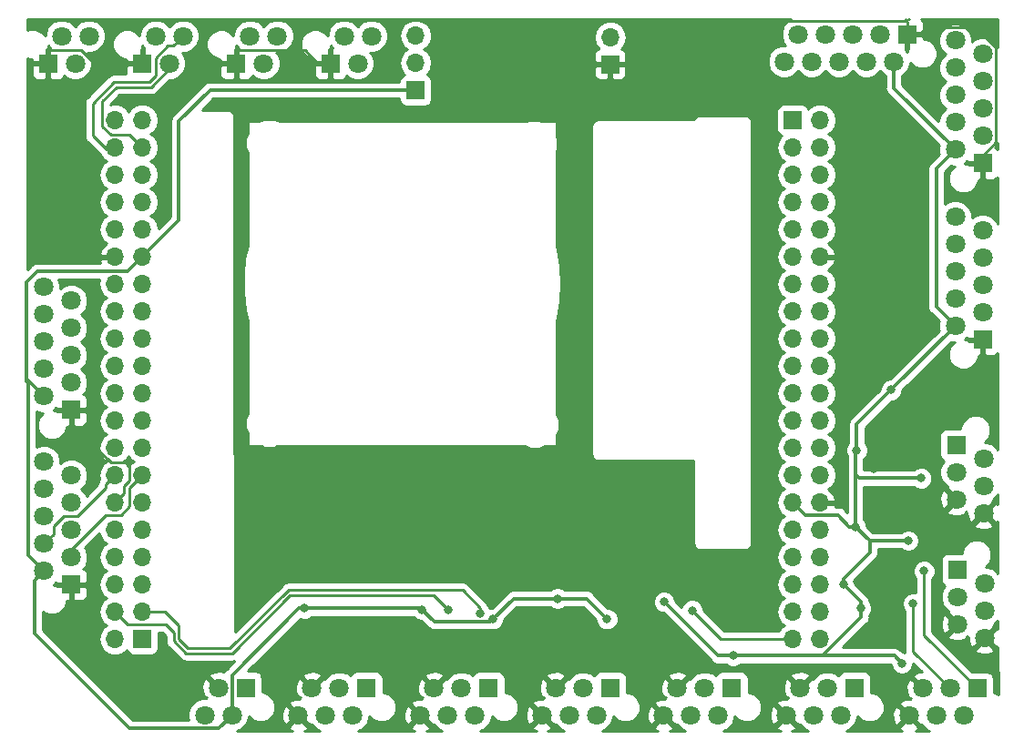
<source format=gbr>
G04 #@! TF.GenerationSoftware,KiCad,Pcbnew,5.0.2-bee76a0~70~ubuntu18.04.1*
G04 #@! TF.CreationDate,2019-09-26T00:30:11+02:00*
G04 #@! TF.ProjectId,myo_shield_pcb,6d796f5f-7368-4696-956c-645f7063622e,rev?*
G04 #@! TF.SameCoordinates,Original*
G04 #@! TF.FileFunction,Copper,L2,Bot*
G04 #@! TF.FilePolarity,Positive*
%FSLAX46Y46*%
G04 Gerber Fmt 4.6, Leading zero omitted, Abs format (unit mm)*
G04 Created by KiCad (PCBNEW 5.0.2-bee76a0~70~ubuntu18.04.1) date Do 26 Sep 2019 00:30:11 CEST*
%MOMM*%
%LPD*%
G01*
G04 APERTURE LIST*
G04 #@! TA.AperFunction,ComponentPad*
%ADD10C,1.800000*%
G04 #@! TD*
G04 #@! TA.AperFunction,ComponentPad*
%ADD11R,1.800000X1.800000*%
G04 #@! TD*
G04 #@! TA.AperFunction,ComponentPad*
%ADD12R,1.700000X1.700000*%
G04 #@! TD*
G04 #@! TA.AperFunction,ComponentPad*
%ADD13O,1.700000X1.700000*%
G04 #@! TD*
G04 #@! TA.AperFunction,ViaPad*
%ADD14C,0.800000*%
G04 #@! TD*
G04 #@! TA.AperFunction,Conductor*
%ADD15C,0.250000*%
G04 #@! TD*
G04 #@! TA.AperFunction,Conductor*
%ADD16C,0.300000*%
G04 #@! TD*
G04 #@! TA.AperFunction,Conductor*
%ADD17C,0.254000*%
G04 #@! TD*
G04 APERTURE END LIST*
D10*
G04 #@! TO.P,J20,4*
G04 #@! TO.N,/icebus0_h_Tx*
X142140000Y-142140000D03*
G04 #@! TO.P,J20,3*
G04 #@! TO.N,/icebus0_l_Tx*
X143410000Y-139600000D03*
G04 #@! TO.P,J20,2*
G04 #@! TO.N,/icebus0_h_Rx*
X144680000Y-142140000D03*
D11*
G04 #@! TO.P,J20,1*
G04 #@! TO.N,/icebus0_l_Rx*
X145950000Y-139600000D03*
D10*
G04 #@! TO.P,J20,5*
G04 #@! TO.N,GND*
X140870000Y-139600000D03*
G04 #@! TO.P,J20,6*
X139600000Y-142140000D03*
G04 #@! TD*
G04 #@! TO.P,J16,4*
G04 #@! TO.N,/SDA_0_AUXILIARY*
X120155000Y-78980000D03*
G04 #@! TO.P,J16,3*
G04 #@! TO.N,/SCL_0_AUXILIARY*
X118885000Y-81520000D03*
G04 #@! TO.P,J16,2*
G04 #@! TO.N,Net-(J16-Pad2)*
X117615000Y-78980000D03*
D11*
G04 #@! TO.P,J16,1*
G04 #@! TO.N,GND*
X116345000Y-81520000D03*
G04 #@! TD*
G04 #@! TO.P,J17,1*
G04 #@! TO.N,GND*
X133845000Y-81520000D03*
D10*
G04 #@! TO.P,J17,2*
G04 #@! TO.N,Net-(J16-Pad2)*
X135115000Y-78980000D03*
G04 #@! TO.P,J17,3*
G04 #@! TO.N,/SCL_2_AUXILIARY*
X136385000Y-81520000D03*
G04 #@! TO.P,J17,4*
G04 #@! TO.N,/SDA_2_AUXILIARY*
X137655000Y-78980000D03*
G04 #@! TD*
G04 #@! TO.P,J18,4*
G04 #@! TO.N,/SDA_1_AUXILIARY*
X128905000Y-78980000D03*
G04 #@! TO.P,J18,3*
G04 #@! TO.N,/SCL_1_AUXILIARY*
X127635000Y-81520000D03*
G04 #@! TO.P,J18,2*
G04 #@! TO.N,Net-(J16-Pad2)*
X126365000Y-78980000D03*
D11*
G04 #@! TO.P,J18,1*
G04 #@! TO.N,GND*
X125095000Y-81520000D03*
G04 #@! TD*
D12*
G04 #@! TO.P,J19,1*
G04 #@! TO.N,GND*
X168600000Y-81600000D03*
D13*
G04 #@! TO.P,J19,2*
G04 #@! TO.N,+5V*
X168600000Y-79060000D03*
G04 #@! TD*
G04 #@! TO.P,J3,40*
G04 #@! TO.N,/icebus3_rx*
X188090000Y-135050000D03*
G04 #@! TO.P,J3,39*
G04 #@! TO.N,/icebus3_tx*
X185550000Y-135050000D03*
G04 #@! TO.P,J3,38*
G04 #@! TO.N,/icebus4_rx*
X188090000Y-132510000D03*
G04 #@! TO.P,J3,37*
G04 #@! TO.N,/icebus4_tx*
X185550000Y-132510000D03*
G04 #@! TO.P,J3,36*
G04 #@! TO.N,/icebus5_rx*
X188090000Y-129970000D03*
G04 #@! TO.P,J3,35*
G04 #@! TO.N,/icebus5_tx*
X185550000Y-129970000D03*
G04 #@! TO.P,J3,34*
G04 #@! TO.N,/icebus6_rx*
X188090000Y-127430000D03*
G04 #@! TO.P,J3,33*
G04 #@! TO.N,/icebus6_tx*
X185550000Y-127430000D03*
G04 #@! TO.P,J3,32*
G04 #@! TO.N,/icebus7_rx*
X188090000Y-124890000D03*
G04 #@! TO.P,J3,31*
G04 #@! TO.N,/icebus7_tx*
X185550000Y-124890000D03*
G04 #@! TO.P,J3,30*
G04 #@! TO.N,GND*
X188090000Y-122350000D03*
G04 #@! TO.P,J3,29*
G04 #@! TO.N,+3V3*
X185550000Y-122350000D03*
G04 #@! TO.P,J3,28*
G04 #@! TO.N,Net-(J3-Pad28)*
X188090000Y-119810000D03*
G04 #@! TO.P,J3,27*
G04 #@! TO.N,/NEOPX*
X185550000Y-119810000D03*
G04 #@! TO.P,J3,26*
G04 #@! TO.N,/SCL_0_SHOULDER_RIGHT*
X188090000Y-117270000D03*
G04 #@! TO.P,J3,25*
G04 #@! TO.N,/SDA_0_SHOULDER_RIGHT*
X185550000Y-117270000D03*
G04 #@! TO.P,J3,24*
G04 #@! TO.N,/SCL_1_SHOULDER_RIGHT*
X188090000Y-114730000D03*
G04 #@! TO.P,J3,23*
G04 #@! TO.N,/SDA_1_SHOULDER_RIGHT*
X185550000Y-114730000D03*
G04 #@! TO.P,J3,22*
G04 #@! TO.N,/SCL_2_SHOULDER_RIGHT*
X188090000Y-112190000D03*
G04 #@! TO.P,J3,21*
G04 #@! TO.N,/SDA_2_SHOULDER_RIGHT*
X185550000Y-112190000D03*
G04 #@! TO.P,J3,20*
G04 #@! TO.N,/SCL_3_SHOULDER_RIGHT*
X188090000Y-109650000D03*
G04 #@! TO.P,J3,19*
G04 #@! TO.N,/SDA_3_SHOULDER_RIGHT*
X185550000Y-109650000D03*
G04 #@! TO.P,J3,18*
G04 #@! TO.N,/SCL_0_HIP_LEFT*
X188090000Y-107110000D03*
G04 #@! TO.P,J3,17*
G04 #@! TO.N,/SDA_0_HIP_LEFT*
X185550000Y-107110000D03*
G04 #@! TO.P,J3,16*
G04 #@! TO.N,/SCL_1_HIP_LEFT*
X188090000Y-104570000D03*
G04 #@! TO.P,J3,15*
G04 #@! TO.N,/SDA_1_HIP_LEFT*
X185550000Y-104570000D03*
G04 #@! TO.P,J3,14*
G04 #@! TO.N,/SCL_2_HIP_LEFT*
X188090000Y-102030000D03*
G04 #@! TO.P,J3,13*
G04 #@! TO.N,/SDA_2_HIP_LEFT*
X185550000Y-102030000D03*
G04 #@! TO.P,J3,12*
G04 #@! TO.N,GND*
X188090000Y-99490000D03*
G04 #@! TO.P,J3,11*
G04 #@! TO.N,+5V*
X185550000Y-99490000D03*
G04 #@! TO.P,J3,10*
G04 #@! TO.N,/SCL_3_HIP_LEFT*
X188090000Y-96950000D03*
G04 #@! TO.P,J3,9*
G04 #@! TO.N,/SDA_3_HIP_LEFT*
X185550000Y-96950000D03*
G04 #@! TO.P,J3,8*
G04 #@! TO.N,/SCL_0_HIP_RIGHT*
X188090000Y-94410000D03*
G04 #@! TO.P,J3,7*
G04 #@! TO.N,/SDA_0_HIP_RIGHT*
X185550000Y-94410000D03*
G04 #@! TO.P,J3,6*
G04 #@! TO.N,/SCL_1_HIP_RIGHT*
X188090000Y-91870000D03*
G04 #@! TO.P,J3,5*
G04 #@! TO.N,/SDA_1_HIP_RIGHT*
X185550000Y-91870000D03*
G04 #@! TO.P,J3,4*
G04 #@! TO.N,/SCL_2_HIP_RIGHT*
X188090000Y-89330000D03*
G04 #@! TO.P,J3,3*
G04 #@! TO.N,/SDA_2_HIP_RIGHT*
X185550000Y-89330000D03*
G04 #@! TO.P,J3,2*
G04 #@! TO.N,/SCL_3_HIP_RIGHT*
X188090000Y-86790000D03*
D12*
G04 #@! TO.P,J3,1*
G04 #@! TO.N,/SDA_3_HIP_RIGHT*
X185550000Y-86790000D03*
G04 #@! TD*
G04 #@! TO.P,J6,1*
G04 #@! TO.N,/icebus0_rx*
X125100000Y-135050000D03*
D13*
G04 #@! TO.P,J6,2*
G04 #@! TO.N,/icebus0_tx*
X122560000Y-135050000D03*
G04 #@! TO.P,J6,3*
G04 #@! TO.N,/icebus1_rx*
X125100000Y-132510000D03*
G04 #@! TO.P,J6,4*
G04 #@! TO.N,/icebus1_tx*
X122560000Y-132510000D03*
G04 #@! TO.P,J6,5*
G04 #@! TO.N,/icebus2_rx*
X125100000Y-129970000D03*
G04 #@! TO.P,J6,6*
G04 #@! TO.N,/icebus2_tx*
X122560000Y-129970000D03*
G04 #@! TO.P,J6,7*
G04 #@! TO.N,/power_sense_n*
X125100000Y-127430000D03*
G04 #@! TO.P,J6,8*
G04 #@! TO.N,Net-(J6-Pad8)*
X122560000Y-127430000D03*
G04 #@! TO.P,J6,9*
G04 #@! TO.N,Net-(J6-Pad9)*
X125100000Y-124890000D03*
G04 #@! TO.P,J6,10*
G04 #@! TO.N,Net-(J6-Pad10)*
X122560000Y-124890000D03*
G04 #@! TO.P,J6,11*
G04 #@! TO.N,+5V*
X125100000Y-122350000D03*
G04 #@! TO.P,J6,12*
G04 #@! TO.N,GND*
X122560000Y-122350000D03*
G04 #@! TO.P,J6,13*
G04 #@! TO.N,/SCL_0_HEAD*
X125100000Y-119810000D03*
G04 #@! TO.P,J6,14*
G04 #@! TO.N,/SDA_0_HEAD*
X122560000Y-119810000D03*
G04 #@! TO.P,J6,15*
G04 #@! TO.N,/SCL_1_HEAD*
X125100000Y-117270000D03*
G04 #@! TO.P,J6,16*
G04 #@! TO.N,/SDA_1_HEAD*
X122560000Y-117270000D03*
G04 #@! TO.P,J6,17*
G04 #@! TO.N,/SCL_2_HEAD*
X125100000Y-114730000D03*
G04 #@! TO.P,J6,18*
G04 #@! TO.N,/SDA_2_HEAD*
X122560000Y-114730000D03*
G04 #@! TO.P,J6,19*
G04 #@! TO.N,/SCL_3_HEAD*
X125100000Y-112190000D03*
G04 #@! TO.P,J6,20*
G04 #@! TO.N,/SDA_3_HEAD*
X122560000Y-112190000D03*
G04 #@! TO.P,J6,21*
G04 #@! TO.N,/SCL_0_SHOULDER_LEFT*
X125100000Y-109650000D03*
G04 #@! TO.P,J6,22*
G04 #@! TO.N,/SDA_0_SHOULDER_LEFT*
X122560000Y-109650000D03*
G04 #@! TO.P,J6,23*
G04 #@! TO.N,/SCL_1_SHOULDER_LEFT*
X125100000Y-107110000D03*
G04 #@! TO.P,J6,24*
G04 #@! TO.N,/SDA_1_SHOULDER_LEFT*
X122560000Y-107110000D03*
G04 #@! TO.P,J6,25*
G04 #@! TO.N,/SCL_2_SHOULDER_LEFT*
X125100000Y-104570000D03*
G04 #@! TO.P,J6,26*
G04 #@! TO.N,/SDA_2_SHOULDER_LEFT*
X122560000Y-104570000D03*
G04 #@! TO.P,J6,27*
G04 #@! TO.N,/SCL_3_SHOULDER_LEFT*
X125100000Y-102030000D03*
G04 #@! TO.P,J6,28*
G04 #@! TO.N,/SDA_3_SHOULDER_LEFT*
X122560000Y-102030000D03*
G04 #@! TO.P,J6,29*
G04 #@! TO.N,+3V3*
X125100000Y-99490000D03*
G04 #@! TO.P,J6,30*
G04 #@! TO.N,GND*
X122560000Y-99490000D03*
G04 #@! TO.P,J6,31*
G04 #@! TO.N,Net-(J6-Pad31)*
X125100000Y-96950000D03*
G04 #@! TO.P,J6,32*
G04 #@! TO.N,Net-(J6-Pad32)*
X122560000Y-96950000D03*
G04 #@! TO.P,J6,33*
G04 #@! TO.N,/SCL_3_AUXILIARY*
X125100000Y-94410000D03*
G04 #@! TO.P,J6,34*
G04 #@! TO.N,/SDA_3_AUXILIARY*
X122560000Y-94410000D03*
G04 #@! TO.P,J6,35*
G04 #@! TO.N,/SCL_2_AUXILIARY*
X125100000Y-91870000D03*
G04 #@! TO.P,J6,36*
G04 #@! TO.N,/SDA_2_AUXILIARY*
X122560000Y-91870000D03*
G04 #@! TO.P,J6,37*
G04 #@! TO.N,/SCL_1_AUXILIARY*
X125100000Y-89330000D03*
G04 #@! TO.P,J6,38*
G04 #@! TO.N,/SDA_1_AUXILIARY*
X122560000Y-89330000D03*
G04 #@! TO.P,J6,39*
G04 #@! TO.N,/SCL_0_AUXILIARY*
X125100000Y-86790000D03*
G04 #@! TO.P,J6,40*
G04 #@! TO.N,/SDA_0_AUXILIARY*
X122560000Y-86790000D03*
G04 #@! TD*
D10*
G04 #@! TO.P,J1,4*
G04 #@! TO.N,/icebus4_h_Tx*
X187490000Y-142140000D03*
G04 #@! TO.P,J1,3*
G04 #@! TO.N,/icebus4_l_Tx*
X188760000Y-139600000D03*
G04 #@! TO.P,J1,2*
G04 #@! TO.N,/icebus4_h_Rx*
X190030000Y-142140000D03*
D11*
G04 #@! TO.P,J1,1*
G04 #@! TO.N,/icebus4_l_Rx*
X191300000Y-139600000D03*
D10*
G04 #@! TO.P,J1,5*
G04 #@! TO.N,GND*
X186220000Y-139600000D03*
G04 #@! TO.P,J1,6*
X184950000Y-142140000D03*
G04 #@! TD*
G04 #@! TO.P,J2,6*
G04 #@! TO.N,GND*
X150950000Y-142140000D03*
G04 #@! TO.P,J2,5*
X152220000Y-139600000D03*
D11*
G04 #@! TO.P,J2,1*
G04 #@! TO.N,/icebus1_l_Rx*
X157300000Y-139600000D03*
D10*
G04 #@! TO.P,J2,2*
G04 #@! TO.N,/icebus1_h_Rx*
X156030000Y-142140000D03*
G04 #@! TO.P,J2,3*
G04 #@! TO.N,/icebus1_l_Tx*
X154760000Y-139600000D03*
G04 #@! TO.P,J2,4*
G04 #@! TO.N,/icebus1_h_Tx*
X153490000Y-142140000D03*
G04 #@! TD*
G04 #@! TO.P,J4,4*
G04 #@! TO.N,/icebus5_h_Tx*
X198890000Y-142190000D03*
G04 #@! TO.P,J4,3*
G04 #@! TO.N,/icebus5_l_Tx*
X200160000Y-139650000D03*
G04 #@! TO.P,J4,2*
G04 #@! TO.N,/icebus5_h_Rx*
X201430000Y-142190000D03*
D11*
G04 #@! TO.P,J4,1*
G04 #@! TO.N,/icebus5_l_Rx*
X202700000Y-139650000D03*
D10*
G04 #@! TO.P,J4,5*
G04 #@! TO.N,GND*
X197620000Y-139650000D03*
G04 #@! TO.P,J4,6*
X196350000Y-142190000D03*
G04 #@! TD*
G04 #@! TO.P,J5,4*
G04 #@! TO.N,/icebus2_h_Tx*
X164790000Y-142140000D03*
G04 #@! TO.P,J5,3*
G04 #@! TO.N,/icebus2_l_Tx*
X166060000Y-139600000D03*
G04 #@! TO.P,J5,2*
G04 #@! TO.N,/icebus2_h_Rx*
X167330000Y-142140000D03*
D11*
G04 #@! TO.P,J5,1*
G04 #@! TO.N,/icebus2_l_Rx*
X168600000Y-139600000D03*
D10*
G04 #@! TO.P,J5,5*
G04 #@! TO.N,GND*
X163520000Y-139600000D03*
G04 #@! TO.P,J5,6*
X162250000Y-142140000D03*
G04 #@! TD*
G04 #@! TO.P,J7,6*
G04 #@! TO.N,GND*
X203390000Y-134950000D03*
G04 #@! TO.P,J7,5*
X200850000Y-133680000D03*
D11*
G04 #@! TO.P,J7,1*
G04 #@! TO.N,/icebus6_l_Rx*
X200850000Y-128600000D03*
D10*
G04 #@! TO.P,J7,2*
G04 #@! TO.N,/icebus6_h_Rx*
X203390000Y-129870000D03*
G04 #@! TO.P,J7,3*
G04 #@! TO.N,/icebus6_l_Tx*
X200850000Y-131140000D03*
G04 #@! TO.P,J7,4*
G04 #@! TO.N,/icebus6_h_Tx*
X203390000Y-132410000D03*
G04 #@! TD*
G04 #@! TO.P,J8,6*
G04 #@! TO.N,GND*
X173550000Y-142140000D03*
G04 #@! TO.P,J8,5*
X174820000Y-139600000D03*
D11*
G04 #@! TO.P,J8,1*
G04 #@! TO.N,/icebus3_l_Rx*
X179900000Y-139600000D03*
D10*
G04 #@! TO.P,J8,2*
G04 #@! TO.N,/icebus3_h_Rx*
X178630000Y-142140000D03*
G04 #@! TO.P,J8,3*
G04 #@! TO.N,/icebus3_l_Tx*
X177360000Y-139600000D03*
G04 #@! TO.P,J8,4*
G04 #@! TO.N,/icebus3_h_Tx*
X176090000Y-142140000D03*
G04 #@! TD*
G04 #@! TO.P,J9,6*
G04 #@! TO.N,GND*
X203290000Y-123350000D03*
G04 #@! TO.P,J9,5*
X200750000Y-122080000D03*
D11*
G04 #@! TO.P,J9,1*
G04 #@! TO.N,/icebus7_l_Rx*
X200750000Y-117000000D03*
D10*
G04 #@! TO.P,J9,2*
G04 #@! TO.N,/icebus7_h_Rx*
X203290000Y-118270000D03*
G04 #@! TO.P,J9,3*
G04 #@! TO.N,/icebus7_l_Tx*
X200750000Y-119540000D03*
G04 #@! TO.P,J9,4*
G04 #@! TO.N,/icebus7_h_Tx*
X203290000Y-120810000D03*
G04 #@! TD*
G04 #@! TO.P,J10,4*
G04 #@! TO.N,/SDA_0_HEAD*
X115960000Y-126190000D03*
G04 #@! TO.P,J10,3*
G04 #@! TO.N,/SCL_0_HEAD*
X118500000Y-127460000D03*
G04 #@! TO.P,J10,2*
G04 #@! TO.N,+3V3*
X115960000Y-128730000D03*
D11*
G04 #@! TO.P,J10,1*
G04 #@! TO.N,GND*
X118500000Y-130000000D03*
D10*
G04 #@! TO.P,J10,5*
G04 #@! TO.N,/SCL_1_HEAD*
X118500000Y-124920000D03*
G04 #@! TO.P,J10,6*
G04 #@! TO.N,/SDA_1_HEAD*
X115960000Y-123650000D03*
G04 #@! TO.P,J10,7*
G04 #@! TO.N,/SCL_2_HEAD*
X118500000Y-122380000D03*
G04 #@! TO.P,J10,8*
G04 #@! TO.N,/SDA_2_HEAD*
X115960000Y-121110000D03*
G04 #@! TO.P,J10,9*
G04 #@! TO.N,/SCL_3_HEAD*
X118500000Y-119840000D03*
G04 #@! TO.P,J10,10*
G04 #@! TO.N,/SDA_3_HEAD*
X115960000Y-118570000D03*
G04 #@! TD*
D11*
G04 #@! TO.P,J11,1*
G04 #@! TO.N,/power_sense_n*
X134705000Y-139580000D03*
D10*
G04 #@! TO.P,J11,2*
G04 #@! TO.N,+3V3*
X133435000Y-142120000D03*
G04 #@! TO.P,J11,3*
G04 #@! TO.N,GND*
X132165000Y-139580000D03*
G04 #@! TO.P,J11,4*
G04 #@! TO.N,N/C*
X130895000Y-142120000D03*
G04 #@! TD*
G04 #@! TO.P,J12,10*
G04 #@! TO.N,/SDA_3_SHOULDER_LEFT*
X115960000Y-102320000D03*
G04 #@! TO.P,J12,9*
G04 #@! TO.N,/SCL_3_SHOULDER_LEFT*
X118500000Y-103590000D03*
G04 #@! TO.P,J12,8*
G04 #@! TO.N,/SDA_2_SHOULDER_LEFT*
X115960000Y-104860000D03*
G04 #@! TO.P,J12,7*
G04 #@! TO.N,/SCL_2_SHOULDER_LEFT*
X118500000Y-106130000D03*
G04 #@! TO.P,J12,6*
G04 #@! TO.N,/SDA_1_SHOULDER_LEFT*
X115960000Y-107400000D03*
G04 #@! TO.P,J12,5*
G04 #@! TO.N,/SCL_1_SHOULDER_LEFT*
X118500000Y-108670000D03*
D11*
G04 #@! TO.P,J12,1*
G04 #@! TO.N,GND*
X118500000Y-113750000D03*
D10*
G04 #@! TO.P,J12,2*
G04 #@! TO.N,+3V3*
X115960000Y-112480000D03*
G04 #@! TO.P,J12,3*
G04 #@! TO.N,/SCL_0_SHOULDER_LEFT*
X118500000Y-111210000D03*
G04 #@! TO.P,J12,4*
G04 #@! TO.N,/SDA_0_SHOULDER_LEFT*
X115960000Y-109940000D03*
G04 #@! TD*
G04 #@! TO.P,J13,4*
G04 #@! TO.N,/SDA_0_SHOULDER_RIGHT*
X200660000Y-103390000D03*
G04 #@! TO.P,J13,3*
G04 #@! TO.N,/SCL_0_SHOULDER_RIGHT*
X203200000Y-104660000D03*
G04 #@! TO.P,J13,2*
G04 #@! TO.N,+3V3*
X200660000Y-105930000D03*
D11*
G04 #@! TO.P,J13,1*
G04 #@! TO.N,GND*
X203200000Y-107200000D03*
D10*
G04 #@! TO.P,J13,5*
G04 #@! TO.N,/SCL_1_SHOULDER_RIGHT*
X203200000Y-102120000D03*
G04 #@! TO.P,J13,6*
G04 #@! TO.N,/SDA_1_SHOULDER_RIGHT*
X200660000Y-100850000D03*
G04 #@! TO.P,J13,7*
G04 #@! TO.N,/SCL_2_SHOULDER_RIGHT*
X203200000Y-99580000D03*
G04 #@! TO.P,J13,8*
G04 #@! TO.N,/SDA_2_SHOULDER_RIGHT*
X200660000Y-98310000D03*
G04 #@! TO.P,J13,9*
G04 #@! TO.N,/SCL_3_SHOULDER_RIGHT*
X203200000Y-97040000D03*
G04 #@! TO.P,J13,10*
G04 #@! TO.N,/SDA_3_SHOULDER_RIGHT*
X200660000Y-95770000D03*
G04 #@! TD*
G04 #@! TO.P,J14,10*
G04 #@! TO.N,/SDA_3_HIP_LEFT*
X200660000Y-79370000D03*
G04 #@! TO.P,J14,9*
G04 #@! TO.N,/SCL_3_HIP_LEFT*
X203200000Y-80640000D03*
G04 #@! TO.P,J14,8*
G04 #@! TO.N,/SDA_2_HIP_LEFT*
X200660000Y-81910000D03*
G04 #@! TO.P,J14,7*
G04 #@! TO.N,/SCL_2_HIP_LEFT*
X203200000Y-83180000D03*
G04 #@! TO.P,J14,6*
G04 #@! TO.N,/SDA_1_HIP_LEFT*
X200660000Y-84450000D03*
G04 #@! TO.P,J14,5*
G04 #@! TO.N,/SCL_1_HIP_LEFT*
X203200000Y-85720000D03*
D11*
G04 #@! TO.P,J14,1*
G04 #@! TO.N,GND*
X203200000Y-90800000D03*
D10*
G04 #@! TO.P,J14,2*
G04 #@! TO.N,+3V3*
X200660000Y-89530000D03*
G04 #@! TO.P,J14,3*
G04 #@! TO.N,/SCL_0_HIP_LEFT*
X203200000Y-88260000D03*
G04 #@! TO.P,J14,4*
G04 #@! TO.N,/SDA_0_HIP_LEFT*
X200660000Y-86990000D03*
G04 #@! TD*
G04 #@! TO.P,J15,10*
G04 #@! TO.N,/SDA_3_HIP_RIGHT*
X184770000Y-81340000D03*
G04 #@! TO.P,J15,9*
G04 #@! TO.N,/SCL_3_HIP_RIGHT*
X186040000Y-78800000D03*
G04 #@! TO.P,J15,8*
G04 #@! TO.N,/SDA_2_HIP_RIGHT*
X187310000Y-81340000D03*
G04 #@! TO.P,J15,7*
G04 #@! TO.N,/SCL_2_HIP_RIGHT*
X188580000Y-78800000D03*
G04 #@! TO.P,J15,6*
G04 #@! TO.N,/SDA_1_HIP_RIGHT*
X189850000Y-81340000D03*
G04 #@! TO.P,J15,5*
G04 #@! TO.N,/SCL_1_HIP_RIGHT*
X191120000Y-78800000D03*
D11*
G04 #@! TO.P,J15,1*
G04 #@! TO.N,GND*
X196200000Y-78800000D03*
D10*
G04 #@! TO.P,J15,2*
G04 #@! TO.N,+3V3*
X194930000Y-81340000D03*
G04 #@! TO.P,J15,3*
G04 #@! TO.N,/SCL_0_HIP_RIGHT*
X193660000Y-78800000D03*
G04 #@! TO.P,J15,4*
G04 #@! TO.N,/SDA_0_HIP_RIGHT*
X192390000Y-81340000D03*
G04 #@! TD*
G04 #@! TO.P,J21,4*
G04 #@! TO.N,/SDA_3_AUXILIARY*
X146405000Y-78980000D03*
G04 #@! TO.P,J21,3*
G04 #@! TO.N,/SCL_3_AUXILIARY*
X145135000Y-81520000D03*
G04 #@! TO.P,J21,2*
G04 #@! TO.N,Net-(J16-Pad2)*
X143865000Y-78980000D03*
D11*
G04 #@! TO.P,J21,1*
G04 #@! TO.N,GND*
X142595000Y-81520000D03*
G04 #@! TD*
D13*
G04 #@! TO.P,JP1,3*
G04 #@! TO.N,+5V*
X150500000Y-78920000D03*
G04 #@! TO.P,JP1,2*
G04 #@! TO.N,Net-(J16-Pad2)*
X150500000Y-81460000D03*
D12*
G04 #@! TO.P,JP1,1*
G04 #@! TO.N,+3V3*
X150500000Y-84000000D03*
G04 #@! TD*
D14*
G04 #@! TO.N,GND*
X195400000Y-131300000D03*
X197900000Y-125700000D03*
X193100000Y-119200000D03*
X140100000Y-137100000D03*
G04 #@! TO.N,+3V3*
X140200000Y-132200000D03*
X151100000Y-132300000D03*
X157700000Y-133200000D03*
X163700000Y-131300000D03*
X168300000Y-133200000D03*
X173600000Y-131600000D03*
X180000000Y-136600000D03*
X191900000Y-132200000D03*
X191400000Y-124600000D03*
X191500000Y-117500000D03*
X197500000Y-120100000D03*
X194700000Y-111890000D03*
X196300000Y-125900000D03*
X190300000Y-130000000D03*
X195700000Y-137300000D03*
G04 #@! TO.N,/icebus5_l_Tx*
X196750000Y-131750000D03*
G04 #@! TO.N,/icebus5_l_Rx*
X197762653Y-128737347D03*
G04 #@! TO.N,/icebus1_tx*
X153500000Y-132300000D03*
G04 #@! TO.N,/icebus3_tx*
X176200000Y-132400000D03*
G04 #@! TO.N,/icebus1_rx*
X156500000Y-132700000D03*
G04 #@! TD*
D15*
G04 #@! TO.N,GND*
X133845000Y-80370000D02*
X133845000Y-81520000D01*
X133920001Y-80294999D02*
X133845000Y-80370000D01*
X140219999Y-80294999D02*
X133920001Y-80294999D01*
X141445000Y-81520000D02*
X140219999Y-80294999D01*
X142595000Y-81520000D02*
X141445000Y-81520000D01*
X116345000Y-80370000D02*
X116345000Y-81520000D01*
X119428002Y-80250000D02*
X116465000Y-80250000D01*
X116465000Y-80250000D02*
X116345000Y-80370000D01*
X120698002Y-81520000D02*
X119428002Y-80250000D01*
X125095000Y-81520000D02*
X120698002Y-81520000D01*
X122185997Y-118634999D02*
X123734999Y-118634999D01*
X118500000Y-113750000D02*
X118500000Y-114949002D01*
X118500000Y-114949002D02*
X122185997Y-118634999D01*
X123409999Y-121500001D02*
X122560000Y-122350000D01*
X123409999Y-120863591D02*
X123409999Y-121500001D01*
X123924999Y-120348591D02*
X123409999Y-120863591D01*
X123924999Y-118824999D02*
X123924999Y-120348591D01*
X123734999Y-118634999D02*
X123924999Y-118824999D01*
X197350000Y-78800000D02*
X196200000Y-78800000D01*
X198005001Y-78144999D02*
X197350000Y-78800000D01*
X202518001Y-78144999D02*
X198005001Y-78144999D01*
X204425001Y-88848001D02*
X204425001Y-80051999D01*
X203200000Y-90073002D02*
X204425001Y-88848001D01*
X204425001Y-80051999D02*
X202518001Y-78144999D01*
X203200000Y-90800000D02*
X203200000Y-90073002D01*
X165700000Y-88100000D02*
X165700000Y-89200000D01*
X176225001Y-77574999D02*
X165700000Y-88100000D01*
X196124999Y-77574999D02*
X176225001Y-77574999D01*
X196200000Y-77650000D02*
X196124999Y-77574999D01*
X196200000Y-78800000D02*
X196200000Y-77650000D01*
D16*
G04 #@! TO.N,+3V3*
X115370001Y-100829999D02*
X114300000Y-101900000D01*
X125100000Y-99490000D02*
X123760001Y-100829999D01*
X123760001Y-100829999D02*
X115370001Y-100829999D01*
X114300000Y-110820000D02*
X115960000Y-112480000D01*
X114300000Y-101900000D02*
X114300000Y-110820000D01*
X114300000Y-111100000D02*
X114500000Y-111300000D01*
X114300000Y-110820000D02*
X114300000Y-111100000D01*
X114500000Y-127270000D02*
X115960000Y-128730000D01*
X114500000Y-111300000D02*
X114500000Y-127270000D01*
X132184999Y-143370001D02*
X123929999Y-143370001D01*
X133435000Y-142120000D02*
X132184999Y-143370001D01*
X115060001Y-129629999D02*
X115960000Y-128730000D01*
X115060001Y-134500003D02*
X115060001Y-129629999D01*
X123929999Y-143370001D02*
X115060001Y-134500003D01*
X139654998Y-132200000D02*
X140200000Y-132200000D01*
X133435000Y-142120000D02*
X133435000Y-138419998D01*
X133435000Y-138419998D02*
X139654998Y-132200000D01*
X140200000Y-132200000D02*
X151000000Y-132200000D01*
X151000000Y-132200000D02*
X151100000Y-132300000D01*
X157449999Y-133450001D02*
X157700000Y-133200000D01*
X151100000Y-132300000D02*
X152250001Y-133450001D01*
X152250001Y-133450001D02*
X157449999Y-133450001D01*
X159600000Y-131300000D02*
X157700000Y-133200000D01*
X163700000Y-131300000D02*
X159600000Y-131300000D01*
X163700000Y-131300000D02*
X164265685Y-131300000D01*
X164265685Y-131300000D02*
X166400000Y-131300000D01*
X166400000Y-131300000D02*
X168300000Y-133200000D01*
X173600000Y-131600000D02*
X178600000Y-136600000D01*
X178600000Y-136600000D02*
X180000000Y-136600000D01*
X180565685Y-136600000D02*
X180000000Y-136600000D01*
X188316002Y-136600000D02*
X180565685Y-136600000D01*
X191900000Y-133016002D02*
X188316002Y-136600000D01*
X191900000Y-132200000D02*
X191900000Y-133016002D01*
X186399999Y-123199999D02*
X185550000Y-122350000D01*
X186750001Y-123550001D02*
X186399999Y-123199999D01*
X189784316Y-123550001D02*
X186750001Y-123550001D01*
X190834315Y-124600000D02*
X189784316Y-123550001D01*
X191400000Y-124600000D02*
X190834315Y-124600000D01*
X191400000Y-117600000D02*
X191500000Y-117500000D01*
X191500000Y-117500000D02*
X191500000Y-115090000D01*
X200660000Y-105930000D02*
X198900000Y-104170000D01*
X198900000Y-91290000D02*
X200660000Y-89530000D01*
X198900000Y-104170000D02*
X198900000Y-91290000D01*
X194930000Y-83800000D02*
X194930000Y-81340000D01*
X200660000Y-89530000D02*
X194930000Y-83800000D01*
X125100000Y-99490000D02*
X128500000Y-96090000D01*
X149350000Y-84000000D02*
X150500000Y-84000000D01*
X131405008Y-84000000D02*
X149350000Y-84000000D01*
X128500000Y-86905008D02*
X131405008Y-84000000D01*
X128500000Y-96090000D02*
X128500000Y-86905008D01*
X191700000Y-120100000D02*
X191400000Y-119800000D01*
X197500000Y-120100000D02*
X191700000Y-120100000D01*
X191400000Y-124600000D02*
X191400000Y-119800000D01*
X191400000Y-119800000D02*
X191400000Y-117600000D01*
X191500000Y-115090000D02*
X194700000Y-111890000D01*
X194700000Y-111890000D02*
X200660000Y-105930000D01*
X192700000Y-125900000D02*
X191400000Y-124600000D01*
X196300000Y-125900000D02*
X192700000Y-125900000D01*
X191900000Y-132200000D02*
X191900000Y-131600000D01*
X191900000Y-131600000D02*
X190300000Y-130000000D01*
X195000000Y-136600000D02*
X188316002Y-136600000D01*
X195700000Y-137300000D02*
X195000000Y-136600000D01*
X192700000Y-127034315D02*
X192700000Y-125900000D01*
X190300000Y-129434315D02*
X192700000Y-127034315D01*
X190300000Y-130000000D02*
X190300000Y-129434315D01*
D15*
G04 #@! TO.N,/icebus5_l_Tx*
X196750000Y-136240000D02*
X200160000Y-139650000D01*
X196750000Y-131750000D02*
X196750000Y-136240000D01*
G04 #@! TO.N,/icebus5_l_Rx*
X197762653Y-134712653D02*
X202700000Y-139650000D01*
X197762653Y-128737347D02*
X197762653Y-134712653D01*
G04 #@! TO.N,/SCL_1_AUXILIARY*
X127635000Y-82001412D02*
X125936402Y-83700010D01*
X127635000Y-81520000D02*
X127635000Y-82001412D01*
X125936402Y-83700010D02*
X122686400Y-83700010D01*
X124250001Y-88480001D02*
X125100000Y-89330000D01*
X123924999Y-88154999D02*
X124250001Y-88480001D01*
X122185997Y-88154999D02*
X123924999Y-88154999D01*
X121384999Y-87354001D02*
X122185997Y-88154999D01*
X121384999Y-85001411D02*
X121384999Y-87354001D01*
X122686400Y-83700010D02*
X121384999Y-85001411D01*
G04 #@! TO.N,/SDA_1_AUXILIARY*
X122390000Y-89500000D02*
X122560000Y-89330000D01*
X121750000Y-89500000D02*
X122390000Y-89500000D01*
X120500000Y-88250000D02*
X121750000Y-89500000D01*
X120500000Y-85250000D02*
X120500000Y-88250000D01*
X128005001Y-79879999D02*
X127461999Y-79879999D01*
X128905000Y-78980000D02*
X128005001Y-79879999D01*
X126320001Y-82680001D02*
X125750002Y-83250000D01*
X127461999Y-79879999D02*
X126320001Y-81021997D01*
X122500000Y-83250000D02*
X120500000Y-85250000D01*
X126320001Y-81021997D02*
X126320001Y-82680001D01*
X125750002Y-83250000D02*
X122500000Y-83250000D01*
G04 #@! TO.N,/icebus1_tx*
X123735001Y-133685001D02*
X127285001Y-133685001D01*
X122560000Y-132510000D02*
X123735001Y-133685001D01*
X128049990Y-134449990D02*
X128049990Y-135249990D01*
X127285001Y-133685001D02*
X128049990Y-134449990D01*
X129175020Y-136375020D02*
X133446027Y-136375019D01*
X128049990Y-135249990D02*
X129175020Y-136375020D01*
X133446027Y-136375019D02*
X138821046Y-131000000D01*
X139400000Y-131000000D02*
X139449990Y-130950010D01*
X138821046Y-131000000D02*
X139400000Y-131000000D01*
X139449990Y-130950010D02*
X152150010Y-130950010D01*
X152150010Y-130950010D02*
X153500000Y-132300000D01*
G04 #@! TO.N,/icebus3_tx*
X185550000Y-135050000D02*
X178850000Y-135050000D01*
X178850000Y-135050000D02*
X176200000Y-132400000D01*
G04 #@! TO.N,/icebus1_rx*
X156500000Y-132134315D02*
X156500000Y-132700000D01*
X154865685Y-130500000D02*
X156500000Y-132134315D01*
X138684636Y-130500000D02*
X154865685Y-130500000D01*
X125100000Y-132510000D02*
X127210000Y-132510000D01*
X127210000Y-132510000D02*
X128500000Y-133800000D01*
X133259626Y-135925010D02*
X138684636Y-130500000D01*
X128500000Y-133800000D02*
X128500000Y-135059636D01*
X128500000Y-135059636D02*
X129365374Y-135925010D01*
X129365374Y-135925010D02*
X133259626Y-135925010D01*
G04 #@! TO.N,/SCL_0_HEAD*
X124250001Y-120659999D02*
X125100000Y-119810000D01*
X123924999Y-120985001D02*
X124250001Y-120659999D01*
X123924999Y-122724003D02*
X123924999Y-120985001D01*
X123124001Y-123525001D02*
X123924999Y-122724003D01*
X121708001Y-123525001D02*
X123124001Y-123525001D01*
X118500000Y-126733002D02*
X121708001Y-123525001D01*
X118500000Y-127460000D02*
X118500000Y-126733002D01*
G04 #@! TO.N,/SDA_0_HEAD*
X116859999Y-125290001D02*
X115960000Y-126190000D01*
X116859999Y-124563003D02*
X116859999Y-125290001D01*
X117818001Y-123605001D02*
X116859999Y-124563003D01*
X119088001Y-123605001D02*
X117818001Y-123605001D01*
X121710001Y-120983001D02*
X119088001Y-123605001D01*
X121710001Y-120659999D02*
X121710001Y-120983001D01*
X122560000Y-119810000D02*
X121710001Y-120659999D01*
G04 #@! TD*
D17*
G04 #@! TO.N,GND*
G36*
X185170493Y-77498690D02*
X184738690Y-77930493D01*
X184505000Y-78494670D01*
X184505000Y-79105330D01*
X184738690Y-79669507D01*
X184874183Y-79805000D01*
X184464670Y-79805000D01*
X183900493Y-80038690D01*
X183468690Y-80470493D01*
X183235000Y-81034670D01*
X183235000Y-81645330D01*
X183468690Y-82209507D01*
X183900493Y-82641310D01*
X184464670Y-82875000D01*
X185075330Y-82875000D01*
X185639507Y-82641310D01*
X186040000Y-82240817D01*
X186440493Y-82641310D01*
X187004670Y-82875000D01*
X187615330Y-82875000D01*
X188179507Y-82641310D01*
X188580000Y-82240817D01*
X188980493Y-82641310D01*
X189544670Y-82875000D01*
X190155330Y-82875000D01*
X190719507Y-82641310D01*
X191120000Y-82240817D01*
X191520493Y-82641310D01*
X192084670Y-82875000D01*
X192695330Y-82875000D01*
X193259507Y-82641310D01*
X193660000Y-82240817D01*
X194060493Y-82641310D01*
X194145000Y-82676314D01*
X194145000Y-83722688D01*
X194129622Y-83800000D01*
X194145000Y-83877312D01*
X194145000Y-83877315D01*
X194171393Y-84010000D01*
X194190546Y-84106291D01*
X194310295Y-84285507D01*
X194364047Y-84365953D01*
X194429592Y-84409749D01*
X199160005Y-89140162D01*
X199125000Y-89224670D01*
X199125000Y-89835330D01*
X199160004Y-89919838D01*
X198399590Y-90680253D01*
X198334048Y-90724047D01*
X198290254Y-90789589D01*
X198290251Y-90789592D01*
X198160546Y-90983709D01*
X198099622Y-91290000D01*
X198115001Y-91367317D01*
X198115000Y-104092688D01*
X198099622Y-104170000D01*
X198115000Y-104247312D01*
X198115000Y-104247315D01*
X198160546Y-104476291D01*
X198334047Y-104735953D01*
X198399592Y-104779749D01*
X199160004Y-105540162D01*
X199125000Y-105624670D01*
X199125000Y-106235330D01*
X199160004Y-106319838D01*
X194624843Y-110855000D01*
X194494126Y-110855000D01*
X194113720Y-111012569D01*
X193822569Y-111303720D01*
X193665000Y-111684126D01*
X193665000Y-111814842D01*
X190999590Y-114480253D01*
X190934048Y-114524047D01*
X190890254Y-114589589D01*
X190890251Y-114589592D01*
X190760546Y-114783709D01*
X190699622Y-115090000D01*
X190715001Y-115167317D01*
X190715000Y-116821289D01*
X190622569Y-116913720D01*
X190465000Y-117294126D01*
X190465000Y-117705874D01*
X190615001Y-118068009D01*
X190615000Y-119722688D01*
X190599622Y-119800000D01*
X190615000Y-119877312D01*
X190615000Y-119877315D01*
X190615001Y-119877320D01*
X190615000Y-123270528D01*
X190394065Y-123049593D01*
X190350269Y-122984048D01*
X190090608Y-122810547D01*
X189861632Y-122765001D01*
X189861628Y-122765001D01*
X189784316Y-122749623D01*
X189707004Y-122765001D01*
X189507407Y-122765001D01*
X189531476Y-122706890D01*
X189410155Y-122477000D01*
X188217000Y-122477000D01*
X188217000Y-122497000D01*
X187963000Y-122497000D01*
X187963000Y-122477000D01*
X187943000Y-122477000D01*
X187943000Y-122223000D01*
X187963000Y-122223000D01*
X187963000Y-122203000D01*
X188217000Y-122203000D01*
X188217000Y-122223000D01*
X189410155Y-122223000D01*
X189531476Y-121993110D01*
X189361645Y-121583076D01*
X188971358Y-121154817D01*
X188841522Y-121093843D01*
X189160625Y-120880625D01*
X189488839Y-120389418D01*
X189604092Y-119810000D01*
X189488839Y-119230582D01*
X189160625Y-118739375D01*
X188862239Y-118540000D01*
X189160625Y-118340625D01*
X189488839Y-117849418D01*
X189604092Y-117270000D01*
X189488839Y-116690582D01*
X189160625Y-116199375D01*
X188862239Y-116000000D01*
X189160625Y-115800625D01*
X189488839Y-115309418D01*
X189604092Y-114730000D01*
X189488839Y-114150582D01*
X189160625Y-113659375D01*
X188862239Y-113460000D01*
X189160625Y-113260625D01*
X189488839Y-112769418D01*
X189604092Y-112190000D01*
X189488839Y-111610582D01*
X189160625Y-111119375D01*
X188862239Y-110920000D01*
X189160625Y-110720625D01*
X189488839Y-110229418D01*
X189604092Y-109650000D01*
X189488839Y-109070582D01*
X189160625Y-108579375D01*
X188862239Y-108380000D01*
X189160625Y-108180625D01*
X189488839Y-107689418D01*
X189604092Y-107110000D01*
X189488839Y-106530582D01*
X189160625Y-106039375D01*
X188862239Y-105840000D01*
X189160625Y-105640625D01*
X189488839Y-105149418D01*
X189604092Y-104570000D01*
X189488839Y-103990582D01*
X189160625Y-103499375D01*
X188862239Y-103300000D01*
X189160625Y-103100625D01*
X189488839Y-102609418D01*
X189604092Y-102030000D01*
X189488839Y-101450582D01*
X189160625Y-100959375D01*
X188841522Y-100746157D01*
X188971358Y-100685183D01*
X189361645Y-100256924D01*
X189531476Y-99846890D01*
X189410155Y-99617000D01*
X188217000Y-99617000D01*
X188217000Y-99637000D01*
X187963000Y-99637000D01*
X187963000Y-99617000D01*
X187943000Y-99617000D01*
X187943000Y-99363000D01*
X187963000Y-99363000D01*
X187963000Y-99343000D01*
X188217000Y-99343000D01*
X188217000Y-99363000D01*
X189410155Y-99363000D01*
X189531476Y-99133110D01*
X189361645Y-98723076D01*
X188971358Y-98294817D01*
X188841522Y-98233843D01*
X189160625Y-98020625D01*
X189488839Y-97529418D01*
X189604092Y-96950000D01*
X189488839Y-96370582D01*
X189160625Y-95879375D01*
X188862239Y-95680000D01*
X189160625Y-95480625D01*
X189488839Y-94989418D01*
X189604092Y-94410000D01*
X189488839Y-93830582D01*
X189160625Y-93339375D01*
X188862239Y-93140000D01*
X189160625Y-92940625D01*
X189488839Y-92449418D01*
X189604092Y-91870000D01*
X189488839Y-91290582D01*
X189160625Y-90799375D01*
X188862239Y-90600000D01*
X189160625Y-90400625D01*
X189488839Y-89909418D01*
X189604092Y-89330000D01*
X189488839Y-88750582D01*
X189160625Y-88259375D01*
X188862239Y-88060000D01*
X189160625Y-87860625D01*
X189488839Y-87369418D01*
X189604092Y-86790000D01*
X189488839Y-86210582D01*
X189160625Y-85719375D01*
X188669418Y-85391161D01*
X188236256Y-85305000D01*
X187943744Y-85305000D01*
X187510582Y-85391161D01*
X187019375Y-85719375D01*
X187007184Y-85737619D01*
X186998157Y-85692235D01*
X186857809Y-85482191D01*
X186647765Y-85341843D01*
X186400000Y-85292560D01*
X184700000Y-85292560D01*
X184452235Y-85341843D01*
X184242191Y-85482191D01*
X184101843Y-85692235D01*
X184052560Y-85940000D01*
X184052560Y-87640000D01*
X184101843Y-87887765D01*
X184242191Y-88097809D01*
X184452235Y-88238157D01*
X184497619Y-88247184D01*
X184479375Y-88259375D01*
X184151161Y-88750582D01*
X184035908Y-89330000D01*
X184151161Y-89909418D01*
X184479375Y-90400625D01*
X184777761Y-90600000D01*
X184479375Y-90799375D01*
X184151161Y-91290582D01*
X184035908Y-91870000D01*
X184151161Y-92449418D01*
X184479375Y-92940625D01*
X184777761Y-93140000D01*
X184479375Y-93339375D01*
X184151161Y-93830582D01*
X184035908Y-94410000D01*
X184151161Y-94989418D01*
X184479375Y-95480625D01*
X184777761Y-95680000D01*
X184479375Y-95879375D01*
X184151161Y-96370582D01*
X184035908Y-96950000D01*
X184151161Y-97529418D01*
X184479375Y-98020625D01*
X184777761Y-98220000D01*
X184479375Y-98419375D01*
X184151161Y-98910582D01*
X184035908Y-99490000D01*
X184151161Y-100069418D01*
X184479375Y-100560625D01*
X184777761Y-100760000D01*
X184479375Y-100959375D01*
X184151161Y-101450582D01*
X184035908Y-102030000D01*
X184151161Y-102609418D01*
X184479375Y-103100625D01*
X184777761Y-103300000D01*
X184479375Y-103499375D01*
X184151161Y-103990582D01*
X184035908Y-104570000D01*
X184151161Y-105149418D01*
X184479375Y-105640625D01*
X184777761Y-105840000D01*
X184479375Y-106039375D01*
X184151161Y-106530582D01*
X184035908Y-107110000D01*
X184151161Y-107689418D01*
X184479375Y-108180625D01*
X184777761Y-108380000D01*
X184479375Y-108579375D01*
X184151161Y-109070582D01*
X184035908Y-109650000D01*
X184151161Y-110229418D01*
X184479375Y-110720625D01*
X184777761Y-110920000D01*
X184479375Y-111119375D01*
X184151161Y-111610582D01*
X184035908Y-112190000D01*
X184151161Y-112769418D01*
X184479375Y-113260625D01*
X184777761Y-113460000D01*
X184479375Y-113659375D01*
X184151161Y-114150582D01*
X184035908Y-114730000D01*
X184151161Y-115309418D01*
X184479375Y-115800625D01*
X184777761Y-116000000D01*
X184479375Y-116199375D01*
X184151161Y-116690582D01*
X184035908Y-117270000D01*
X184151161Y-117849418D01*
X184479375Y-118340625D01*
X184777761Y-118540000D01*
X184479375Y-118739375D01*
X184151161Y-119230582D01*
X184035908Y-119810000D01*
X184151161Y-120389418D01*
X184479375Y-120880625D01*
X184777761Y-121080000D01*
X184479375Y-121279375D01*
X184151161Y-121770582D01*
X184035908Y-122350000D01*
X184151161Y-122929418D01*
X184479375Y-123420625D01*
X184777761Y-123620000D01*
X184479375Y-123819375D01*
X184151161Y-124310582D01*
X184035908Y-124890000D01*
X184151161Y-125469418D01*
X184479375Y-125960625D01*
X184777761Y-126160000D01*
X184479375Y-126359375D01*
X184151161Y-126850582D01*
X184035908Y-127430000D01*
X184151161Y-128009418D01*
X184479375Y-128500625D01*
X184777761Y-128700000D01*
X184479375Y-128899375D01*
X184151161Y-129390582D01*
X184035908Y-129970000D01*
X184151161Y-130549418D01*
X184479375Y-131040625D01*
X184777761Y-131240000D01*
X184479375Y-131439375D01*
X184151161Y-131930582D01*
X184035908Y-132510000D01*
X184151161Y-133089418D01*
X184479375Y-133580625D01*
X184777761Y-133780000D01*
X184479375Y-133979375D01*
X184271822Y-134290000D01*
X179164802Y-134290000D01*
X177235000Y-132360199D01*
X177235000Y-132194126D01*
X177077431Y-131813720D01*
X176786280Y-131522569D01*
X176405874Y-131365000D01*
X175994126Y-131365000D01*
X175613720Y-131522569D01*
X175322569Y-131813720D01*
X175205795Y-132095638D01*
X174635000Y-131524843D01*
X174635000Y-131394126D01*
X174477431Y-131013720D01*
X174186280Y-130722569D01*
X173805874Y-130565000D01*
X173394126Y-130565000D01*
X173013720Y-130722569D01*
X172722569Y-131013720D01*
X172565000Y-131394126D01*
X172565000Y-131805874D01*
X172722569Y-132186280D01*
X173013720Y-132477431D01*
X173394126Y-132635000D01*
X173524843Y-132635000D01*
X177990253Y-137100411D01*
X178034047Y-137165953D01*
X178099589Y-137209747D01*
X178099591Y-137209749D01*
X178293708Y-137339454D01*
X178522684Y-137385000D01*
X178522688Y-137385000D01*
X178600000Y-137400378D01*
X178677312Y-137385000D01*
X179321289Y-137385000D01*
X179413720Y-137477431D01*
X179794126Y-137635000D01*
X180205874Y-137635000D01*
X180586280Y-137477431D01*
X180678711Y-137385000D01*
X188238690Y-137385000D01*
X188316002Y-137400378D01*
X188393314Y-137385000D01*
X194665000Y-137385000D01*
X194665000Y-137505874D01*
X194822569Y-137886280D01*
X195113720Y-138177431D01*
X195494126Y-138335000D01*
X195905874Y-138335000D01*
X196286280Y-138177431D01*
X196577431Y-137886280D01*
X196735000Y-137505874D01*
X196735000Y-137299801D01*
X197551713Y-138116515D01*
X197250540Y-138129161D01*
X196805852Y-138313357D01*
X196719446Y-138569841D01*
X197620000Y-139470395D01*
X197634143Y-139456253D01*
X197813748Y-139635858D01*
X197799605Y-139650000D01*
X197813748Y-139664143D01*
X197634143Y-139843748D01*
X197620000Y-139829605D01*
X197605858Y-139843748D01*
X197426253Y-139664143D01*
X197440395Y-139650000D01*
X196539841Y-138749446D01*
X196283357Y-138835852D01*
X196073542Y-139409336D01*
X196099161Y-140019460D01*
X196283357Y-140464148D01*
X196539839Y-140550553D01*
X196440547Y-140649845D01*
X195980540Y-140669161D01*
X195535852Y-140853357D01*
X195449446Y-141109841D01*
X196350000Y-142010395D01*
X196364143Y-141996253D01*
X196543748Y-142175858D01*
X196529605Y-142190000D01*
X197430159Y-143090554D01*
X197580562Y-143039885D01*
X197588690Y-143059507D01*
X198020493Y-143491310D01*
X198258751Y-143590000D01*
X197011191Y-143590000D01*
X197164148Y-143526643D01*
X197250554Y-143270159D01*
X196350000Y-142369605D01*
X195449446Y-143270159D01*
X195535852Y-143526643D01*
X195709025Y-143590000D01*
X190540538Y-143590000D01*
X190899507Y-143441310D01*
X191331310Y-143009507D01*
X191565000Y-142445330D01*
X191565000Y-142223757D01*
X191915432Y-142574189D01*
X192424496Y-142785050D01*
X192975504Y-142785050D01*
X193484568Y-142574189D01*
X193874189Y-142184568D01*
X193971625Y-141949336D01*
X194803542Y-141949336D01*
X194829161Y-142559460D01*
X195013357Y-143004148D01*
X195269841Y-143090554D01*
X196170395Y-142190000D01*
X195269841Y-141289446D01*
X195013357Y-141375852D01*
X194803542Y-141949336D01*
X193971625Y-141949336D01*
X194085050Y-141675504D01*
X194085050Y-141124496D01*
X193874189Y-140615432D01*
X193484568Y-140225811D01*
X192975504Y-140014950D01*
X192847440Y-140014950D01*
X192847440Y-138700000D01*
X192798157Y-138452235D01*
X192657809Y-138242191D01*
X192447765Y-138101843D01*
X192200000Y-138052560D01*
X190400000Y-138052560D01*
X190152235Y-138101843D01*
X189942191Y-138242191D01*
X189801843Y-138452235D01*
X189798725Y-138467908D01*
X189629507Y-138298690D01*
X189065330Y-138065000D01*
X188454670Y-138065000D01*
X187890493Y-138298690D01*
X187458690Y-138730493D01*
X187450562Y-138750115D01*
X187300159Y-138699446D01*
X186399605Y-139600000D01*
X186413748Y-139614143D01*
X186234143Y-139793748D01*
X186220000Y-139779605D01*
X186205858Y-139793748D01*
X186026253Y-139614143D01*
X186040395Y-139600000D01*
X185139841Y-138699446D01*
X184883357Y-138785852D01*
X184673542Y-139359336D01*
X184699161Y-139969460D01*
X184883357Y-140414148D01*
X185139839Y-140500553D01*
X185040547Y-140599845D01*
X184580540Y-140619161D01*
X184135852Y-140803357D01*
X184049446Y-141059841D01*
X184950000Y-141960395D01*
X184964143Y-141946253D01*
X185143748Y-142125858D01*
X185129605Y-142140000D01*
X186030159Y-143040554D01*
X186180562Y-142989885D01*
X186188690Y-143009507D01*
X186620493Y-143441310D01*
X186979462Y-143590000D01*
X185490480Y-143590000D01*
X185764148Y-143476643D01*
X185850554Y-143220159D01*
X184950000Y-142319605D01*
X184049446Y-143220159D01*
X184135852Y-143476643D01*
X184445689Y-143590000D01*
X179140538Y-143590000D01*
X179499507Y-143441310D01*
X179931310Y-143009507D01*
X180165000Y-142445330D01*
X180165000Y-142223757D01*
X180515432Y-142574189D01*
X181024496Y-142785050D01*
X181575504Y-142785050D01*
X182084568Y-142574189D01*
X182474189Y-142184568D01*
X182592335Y-141899336D01*
X183403542Y-141899336D01*
X183429161Y-142509460D01*
X183613357Y-142954148D01*
X183869841Y-143040554D01*
X184770395Y-142140000D01*
X183869841Y-141239446D01*
X183613357Y-141325852D01*
X183403542Y-141899336D01*
X182592335Y-141899336D01*
X182685050Y-141675504D01*
X182685050Y-141124496D01*
X182474189Y-140615432D01*
X182084568Y-140225811D01*
X181575504Y-140014950D01*
X181447440Y-140014950D01*
X181447440Y-138700000D01*
X181411605Y-138519841D01*
X185319446Y-138519841D01*
X186220000Y-139420395D01*
X187120554Y-138519841D01*
X187034148Y-138263357D01*
X186460664Y-138053542D01*
X185850540Y-138079161D01*
X185405852Y-138263357D01*
X185319446Y-138519841D01*
X181411605Y-138519841D01*
X181398157Y-138452235D01*
X181257809Y-138242191D01*
X181047765Y-138101843D01*
X180800000Y-138052560D01*
X179000000Y-138052560D01*
X178752235Y-138101843D01*
X178542191Y-138242191D01*
X178401843Y-138452235D01*
X178398725Y-138467908D01*
X178229507Y-138298690D01*
X177665330Y-138065000D01*
X177054670Y-138065000D01*
X176490493Y-138298690D01*
X176058690Y-138730493D01*
X176050562Y-138750115D01*
X175900159Y-138699446D01*
X174999605Y-139600000D01*
X175013748Y-139614143D01*
X174834143Y-139793748D01*
X174820000Y-139779605D01*
X174805858Y-139793748D01*
X174626253Y-139614143D01*
X174640395Y-139600000D01*
X173739841Y-138699446D01*
X173483357Y-138785852D01*
X173273542Y-139359336D01*
X173299161Y-139969460D01*
X173483357Y-140414148D01*
X173739839Y-140500553D01*
X173640547Y-140599845D01*
X173180540Y-140619161D01*
X172735852Y-140803357D01*
X172649446Y-141059841D01*
X173550000Y-141960395D01*
X173564143Y-141946253D01*
X173743748Y-142125858D01*
X173729605Y-142140000D01*
X174630159Y-143040554D01*
X174780562Y-142989885D01*
X174788690Y-143009507D01*
X175220493Y-143441310D01*
X175579462Y-143590000D01*
X174090480Y-143590000D01*
X174364148Y-143476643D01*
X174450554Y-143220159D01*
X173550000Y-142319605D01*
X172649446Y-143220159D01*
X172735852Y-143476643D01*
X173045689Y-143590000D01*
X167840538Y-143590000D01*
X168199507Y-143441310D01*
X168631310Y-143009507D01*
X168865000Y-142445330D01*
X168865000Y-142223757D01*
X169215432Y-142574189D01*
X169724496Y-142785050D01*
X170275504Y-142785050D01*
X170784568Y-142574189D01*
X171174189Y-142184568D01*
X171292335Y-141899336D01*
X172003542Y-141899336D01*
X172029161Y-142509460D01*
X172213357Y-142954148D01*
X172469841Y-143040554D01*
X173370395Y-142140000D01*
X172469841Y-141239446D01*
X172213357Y-141325852D01*
X172003542Y-141899336D01*
X171292335Y-141899336D01*
X171385050Y-141675504D01*
X171385050Y-141124496D01*
X171174189Y-140615432D01*
X170784568Y-140225811D01*
X170275504Y-140014950D01*
X170147440Y-140014950D01*
X170147440Y-138700000D01*
X170111605Y-138519841D01*
X173919446Y-138519841D01*
X174820000Y-139420395D01*
X175720554Y-138519841D01*
X175634148Y-138263357D01*
X175060664Y-138053542D01*
X174450540Y-138079161D01*
X174005852Y-138263357D01*
X173919446Y-138519841D01*
X170111605Y-138519841D01*
X170098157Y-138452235D01*
X169957809Y-138242191D01*
X169747765Y-138101843D01*
X169500000Y-138052560D01*
X167700000Y-138052560D01*
X167452235Y-138101843D01*
X167242191Y-138242191D01*
X167101843Y-138452235D01*
X167098725Y-138467908D01*
X166929507Y-138298690D01*
X166365330Y-138065000D01*
X165754670Y-138065000D01*
X165190493Y-138298690D01*
X164758690Y-138730493D01*
X164750562Y-138750115D01*
X164600159Y-138699446D01*
X163699605Y-139600000D01*
X163713748Y-139614143D01*
X163534143Y-139793748D01*
X163520000Y-139779605D01*
X163505858Y-139793748D01*
X163326253Y-139614143D01*
X163340395Y-139600000D01*
X162439841Y-138699446D01*
X162183357Y-138785852D01*
X161973542Y-139359336D01*
X161999161Y-139969460D01*
X162183357Y-140414148D01*
X162439839Y-140500553D01*
X162340547Y-140599845D01*
X161880540Y-140619161D01*
X161435852Y-140803357D01*
X161349446Y-141059841D01*
X162250000Y-141960395D01*
X162264143Y-141946253D01*
X162443748Y-142125858D01*
X162429605Y-142140000D01*
X163330159Y-143040554D01*
X163480562Y-142989885D01*
X163488690Y-143009507D01*
X163920493Y-143441310D01*
X164279462Y-143590000D01*
X162790480Y-143590000D01*
X163064148Y-143476643D01*
X163150554Y-143220159D01*
X162250000Y-142319605D01*
X161349446Y-143220159D01*
X161435852Y-143476643D01*
X161745689Y-143590000D01*
X156540538Y-143590000D01*
X156899507Y-143441310D01*
X157331310Y-143009507D01*
X157565000Y-142445330D01*
X157565000Y-142223757D01*
X157915432Y-142574189D01*
X158424496Y-142785050D01*
X158975504Y-142785050D01*
X159484568Y-142574189D01*
X159874189Y-142184568D01*
X159992335Y-141899336D01*
X160703542Y-141899336D01*
X160729161Y-142509460D01*
X160913357Y-142954148D01*
X161169841Y-143040554D01*
X162070395Y-142140000D01*
X161169841Y-141239446D01*
X160913357Y-141325852D01*
X160703542Y-141899336D01*
X159992335Y-141899336D01*
X160085050Y-141675504D01*
X160085050Y-141124496D01*
X159874189Y-140615432D01*
X159484568Y-140225811D01*
X158975504Y-140014950D01*
X158847440Y-140014950D01*
X158847440Y-138700000D01*
X158811605Y-138519841D01*
X162619446Y-138519841D01*
X163520000Y-139420395D01*
X164420554Y-138519841D01*
X164334148Y-138263357D01*
X163760664Y-138053542D01*
X163150540Y-138079161D01*
X162705852Y-138263357D01*
X162619446Y-138519841D01*
X158811605Y-138519841D01*
X158798157Y-138452235D01*
X158657809Y-138242191D01*
X158447765Y-138101843D01*
X158200000Y-138052560D01*
X156400000Y-138052560D01*
X156152235Y-138101843D01*
X155942191Y-138242191D01*
X155801843Y-138452235D01*
X155798725Y-138467908D01*
X155629507Y-138298690D01*
X155065330Y-138065000D01*
X154454670Y-138065000D01*
X153890493Y-138298690D01*
X153458690Y-138730493D01*
X153450562Y-138750115D01*
X153300159Y-138699446D01*
X152399605Y-139600000D01*
X152413748Y-139614143D01*
X152234143Y-139793748D01*
X152220000Y-139779605D01*
X152205858Y-139793748D01*
X152026253Y-139614143D01*
X152040395Y-139600000D01*
X151139841Y-138699446D01*
X150883357Y-138785852D01*
X150673542Y-139359336D01*
X150699161Y-139969460D01*
X150883357Y-140414148D01*
X151139839Y-140500553D01*
X151040547Y-140599845D01*
X150580540Y-140619161D01*
X150135852Y-140803357D01*
X150049446Y-141059841D01*
X150950000Y-141960395D01*
X150964143Y-141946253D01*
X151143748Y-142125858D01*
X151129605Y-142140000D01*
X152030159Y-143040554D01*
X152180562Y-142989885D01*
X152188690Y-143009507D01*
X152620493Y-143441310D01*
X152979462Y-143590000D01*
X151490480Y-143590000D01*
X151764148Y-143476643D01*
X151850554Y-143220159D01*
X150950000Y-142319605D01*
X150049446Y-143220159D01*
X150135852Y-143476643D01*
X150445689Y-143590000D01*
X145190538Y-143590000D01*
X145549507Y-143441310D01*
X145981310Y-143009507D01*
X146215000Y-142445330D01*
X146215000Y-142223757D01*
X146565432Y-142574189D01*
X147074496Y-142785050D01*
X147625504Y-142785050D01*
X148134568Y-142574189D01*
X148524189Y-142184568D01*
X148642335Y-141899336D01*
X149403542Y-141899336D01*
X149429161Y-142509460D01*
X149613357Y-142954148D01*
X149869841Y-143040554D01*
X150770395Y-142140000D01*
X149869841Y-141239446D01*
X149613357Y-141325852D01*
X149403542Y-141899336D01*
X148642335Y-141899336D01*
X148735050Y-141675504D01*
X148735050Y-141124496D01*
X148524189Y-140615432D01*
X148134568Y-140225811D01*
X147625504Y-140014950D01*
X147497440Y-140014950D01*
X147497440Y-138700000D01*
X147461605Y-138519841D01*
X151319446Y-138519841D01*
X152220000Y-139420395D01*
X153120554Y-138519841D01*
X153034148Y-138263357D01*
X152460664Y-138053542D01*
X151850540Y-138079161D01*
X151405852Y-138263357D01*
X151319446Y-138519841D01*
X147461605Y-138519841D01*
X147448157Y-138452235D01*
X147307809Y-138242191D01*
X147097765Y-138101843D01*
X146850000Y-138052560D01*
X145050000Y-138052560D01*
X144802235Y-138101843D01*
X144592191Y-138242191D01*
X144451843Y-138452235D01*
X144448725Y-138467908D01*
X144279507Y-138298690D01*
X143715330Y-138065000D01*
X143104670Y-138065000D01*
X142540493Y-138298690D01*
X142108690Y-138730493D01*
X142100562Y-138750115D01*
X141950159Y-138699446D01*
X141049605Y-139600000D01*
X141063748Y-139614143D01*
X140884143Y-139793748D01*
X140870000Y-139779605D01*
X140855858Y-139793748D01*
X140676253Y-139614143D01*
X140690395Y-139600000D01*
X139789841Y-138699446D01*
X139533357Y-138785852D01*
X139323542Y-139359336D01*
X139349161Y-139969460D01*
X139533357Y-140414148D01*
X139789839Y-140500553D01*
X139690547Y-140599845D01*
X139230540Y-140619161D01*
X138785852Y-140803357D01*
X138699446Y-141059841D01*
X139600000Y-141960395D01*
X139614143Y-141946253D01*
X139793748Y-142125858D01*
X139779605Y-142140000D01*
X140680159Y-143040554D01*
X140830562Y-142989885D01*
X140838690Y-143009507D01*
X141270493Y-143441310D01*
X141629462Y-143590000D01*
X140140480Y-143590000D01*
X140414148Y-143476643D01*
X140500554Y-143220159D01*
X139600000Y-142319605D01*
X138699446Y-143220159D01*
X138785852Y-143476643D01*
X139095689Y-143590000D01*
X133897254Y-143590000D01*
X134304507Y-143421310D01*
X134736310Y-142989507D01*
X134970000Y-142425330D01*
X134970000Y-142203757D01*
X135320432Y-142554189D01*
X135829496Y-142765050D01*
X136380504Y-142765050D01*
X136889568Y-142554189D01*
X137279189Y-142164568D01*
X137389051Y-141899336D01*
X138053542Y-141899336D01*
X138079161Y-142509460D01*
X138263357Y-142954148D01*
X138519841Y-143040554D01*
X139420395Y-142140000D01*
X138519841Y-141239446D01*
X138263357Y-141325852D01*
X138053542Y-141899336D01*
X137389051Y-141899336D01*
X137490050Y-141655504D01*
X137490050Y-141104496D01*
X137279189Y-140595432D01*
X136889568Y-140205811D01*
X136380504Y-139994950D01*
X136252440Y-139994950D01*
X136252440Y-138680000D01*
X136220583Y-138519841D01*
X139969446Y-138519841D01*
X140870000Y-139420395D01*
X141770554Y-138519841D01*
X141684148Y-138263357D01*
X141110664Y-138053542D01*
X140500540Y-138079161D01*
X140055852Y-138263357D01*
X139969446Y-138519841D01*
X136220583Y-138519841D01*
X136203157Y-138432235D01*
X136062809Y-138222191D01*
X135852765Y-138081843D01*
X135605000Y-138032560D01*
X134932595Y-138032560D01*
X139807470Y-133157685D01*
X139994126Y-133235000D01*
X140405874Y-133235000D01*
X140786280Y-133077431D01*
X140878711Y-132985000D01*
X150321289Y-132985000D01*
X150513720Y-133177431D01*
X150894126Y-133335000D01*
X151024843Y-133335000D01*
X151640254Y-133950412D01*
X151684048Y-134015954D01*
X151749590Y-134059748D01*
X151749592Y-134059750D01*
X151913804Y-134169473D01*
X151943709Y-134189455D01*
X152172685Y-134235001D01*
X152172688Y-134235001D01*
X152250000Y-134250379D01*
X152327312Y-134235001D01*
X157372687Y-134235001D01*
X157449999Y-134250379D01*
X157527311Y-134235001D01*
X157527315Y-134235001D01*
X157527320Y-134235000D01*
X157905874Y-134235000D01*
X158286280Y-134077431D01*
X158577431Y-133786280D01*
X158735000Y-133405874D01*
X158735000Y-133275157D01*
X159925157Y-132085000D01*
X163021289Y-132085000D01*
X163113720Y-132177431D01*
X163494126Y-132335000D01*
X163905874Y-132335000D01*
X164286280Y-132177431D01*
X164378711Y-132085000D01*
X166074843Y-132085000D01*
X167265000Y-133275157D01*
X167265000Y-133405874D01*
X167422569Y-133786280D01*
X167713720Y-134077431D01*
X168094126Y-134235000D01*
X168505874Y-134235000D01*
X168886280Y-134077431D01*
X169177431Y-133786280D01*
X169335000Y-133405874D01*
X169335000Y-132994126D01*
X169177431Y-132613720D01*
X168886280Y-132322569D01*
X168505874Y-132165000D01*
X168375157Y-132165000D01*
X167009749Y-130799592D01*
X166965953Y-130734047D01*
X166706292Y-130560546D01*
X166477316Y-130515000D01*
X166477312Y-130515000D01*
X166400000Y-130499622D01*
X166322688Y-130515000D01*
X164378711Y-130515000D01*
X164286280Y-130422569D01*
X163905874Y-130265000D01*
X163494126Y-130265000D01*
X163113720Y-130422569D01*
X163021289Y-130515000D01*
X159677312Y-130515000D01*
X159600000Y-130499622D01*
X159522688Y-130515000D01*
X159522684Y-130515000D01*
X159293708Y-130560546D01*
X159034047Y-130734047D01*
X158990251Y-130799592D01*
X157624843Y-132165000D01*
X157494126Y-132165000D01*
X157412651Y-132198748D01*
X157377431Y-132113720D01*
X157244314Y-131980603D01*
X157215904Y-131837778D01*
X157146593Y-131734047D01*
X157090329Y-131649841D01*
X157090327Y-131649839D01*
X157047929Y-131586386D01*
X156984476Y-131543988D01*
X155456016Y-130015530D01*
X155413614Y-129952071D01*
X155162222Y-129784096D01*
X154940537Y-129740000D01*
X154940532Y-129740000D01*
X154865685Y-129725112D01*
X154790838Y-129740000D01*
X138759484Y-129740000D01*
X138684636Y-129725112D01*
X138609788Y-129740000D01*
X138609784Y-129740000D01*
X138447165Y-129772347D01*
X138388098Y-129784096D01*
X138306393Y-129838690D01*
X138136707Y-129952071D01*
X138094307Y-130015527D01*
X133708878Y-134400957D01*
X133675025Y-101224267D01*
X134448134Y-101224267D01*
X134449511Y-102801566D01*
X134618490Y-104369788D01*
X134873000Y-105541992D01*
X134873000Y-114053275D01*
X134665000Y-114555431D01*
X134665000Y-115444569D01*
X134873000Y-115946725D01*
X134873000Y-117000000D01*
X134882667Y-117048601D01*
X134910197Y-117089803D01*
X134951399Y-117117333D01*
X135000000Y-117127000D01*
X136194696Y-117127000D01*
X136455431Y-117235000D01*
X137344569Y-117235000D01*
X137605304Y-117127000D01*
X160653275Y-117127000D01*
X161155431Y-117335000D01*
X162044569Y-117335000D01*
X162546725Y-117127000D01*
X163500000Y-117127000D01*
X163548601Y-117117333D01*
X163589803Y-117089803D01*
X163617333Y-117048601D01*
X163627000Y-117000000D01*
X163627000Y-116046725D01*
X163835000Y-115544569D01*
X163835000Y-114655431D01*
X163627000Y-114153275D01*
X163627000Y-105537357D01*
X163737433Y-105132294D01*
X163988255Y-103575065D01*
X164072179Y-102000000D01*
X164072156Y-101974130D01*
X163985484Y-100399214D01*
X163731944Y-98842425D01*
X163627000Y-98460125D01*
X163627000Y-89705304D01*
X163735000Y-89444569D01*
X163735000Y-88555431D01*
X163627000Y-88294696D01*
X163627000Y-87400000D01*
X166827070Y-87400000D01*
X166840000Y-87465002D01*
X166840001Y-103434993D01*
X166840000Y-103434998D01*
X166840001Y-117734992D01*
X166827070Y-117800000D01*
X166878294Y-118057519D01*
X167024167Y-118275833D01*
X167242481Y-118421706D01*
X167434997Y-118460000D01*
X167500000Y-118472930D01*
X167565003Y-118460000D01*
X176340000Y-118460000D01*
X176340001Y-126034992D01*
X176327070Y-126100000D01*
X176378294Y-126357519D01*
X176524167Y-126575833D01*
X176742481Y-126721706D01*
X176934997Y-126760000D01*
X177000000Y-126772930D01*
X177065003Y-126760000D01*
X181034997Y-126760000D01*
X181100000Y-126772930D01*
X181165003Y-126760000D01*
X181357519Y-126721706D01*
X181575833Y-126575833D01*
X181721706Y-126357519D01*
X181772930Y-126100000D01*
X181760000Y-126034997D01*
X181760000Y-87065003D01*
X181772930Y-87000000D01*
X181721706Y-86742481D01*
X181575833Y-86524167D01*
X181357519Y-86378294D01*
X181165003Y-86340000D01*
X181100000Y-86327070D01*
X181034997Y-86340000D01*
X177065003Y-86340000D01*
X177000000Y-86327070D01*
X176934997Y-86340000D01*
X176742481Y-86378294D01*
X176524167Y-86524167D01*
X176379952Y-86740000D01*
X167565003Y-86740000D01*
X167500000Y-86727070D01*
X167434997Y-86740000D01*
X167242481Y-86778294D01*
X167024167Y-86924167D01*
X166878294Y-87142481D01*
X166827070Y-87400000D01*
X163627000Y-87400000D01*
X163627000Y-87000000D01*
X163617333Y-86951399D01*
X163589803Y-86910197D01*
X163548601Y-86882667D01*
X163500000Y-86873000D01*
X162205304Y-86873000D01*
X161944569Y-86765000D01*
X161055431Y-86765000D01*
X160794696Y-86873000D01*
X137846725Y-86873000D01*
X137344569Y-86665000D01*
X136455431Y-86665000D01*
X135953275Y-86873000D01*
X135000000Y-86873000D01*
X134951399Y-86882667D01*
X134910197Y-86910197D01*
X134882667Y-86951399D01*
X134873000Y-87000000D01*
X134873000Y-87953275D01*
X134665000Y-88455431D01*
X134665000Y-89344569D01*
X134873000Y-89846725D01*
X134873000Y-98454495D01*
X134614376Y-99655753D01*
X134448134Y-101224267D01*
X133675025Y-101224267D01*
X133660066Y-86564671D01*
X133672930Y-86500000D01*
X133659933Y-86434662D01*
X133659933Y-86434324D01*
X133647366Y-86371483D01*
X133621706Y-86242481D01*
X133621510Y-86242188D01*
X133621442Y-86241847D01*
X133548919Y-86133547D01*
X133475833Y-86024167D01*
X133475541Y-86023972D01*
X133475347Y-86023682D01*
X133366803Y-85951315D01*
X133257519Y-85878294D01*
X133257174Y-85878225D01*
X133256884Y-85878032D01*
X133128914Y-85852713D01*
X133065003Y-85840000D01*
X133064660Y-85840000D01*
X132999314Y-85827071D01*
X132934661Y-85840000D01*
X130675165Y-85840000D01*
X131730165Y-84785000D01*
X149002560Y-84785000D01*
X149002560Y-84850000D01*
X149051843Y-85097765D01*
X149192191Y-85307809D01*
X149402235Y-85448157D01*
X149650000Y-85497440D01*
X151350000Y-85497440D01*
X151597765Y-85448157D01*
X151807809Y-85307809D01*
X151948157Y-85097765D01*
X151997440Y-84850000D01*
X151997440Y-83150000D01*
X151948157Y-82902235D01*
X151807809Y-82692191D01*
X151597765Y-82551843D01*
X151552381Y-82542816D01*
X151570625Y-82530625D01*
X151898839Y-82039418D01*
X151929405Y-81885750D01*
X167115000Y-81885750D01*
X167115000Y-82576310D01*
X167211673Y-82809699D01*
X167390302Y-82988327D01*
X167623691Y-83085000D01*
X168314250Y-83085000D01*
X168473000Y-82926250D01*
X168473000Y-81727000D01*
X168727000Y-81727000D01*
X168727000Y-82926250D01*
X168885750Y-83085000D01*
X169576309Y-83085000D01*
X169809698Y-82988327D01*
X169988327Y-82809699D01*
X170085000Y-82576310D01*
X170085000Y-81885750D01*
X169926250Y-81727000D01*
X168727000Y-81727000D01*
X168473000Y-81727000D01*
X167273750Y-81727000D01*
X167115000Y-81885750D01*
X151929405Y-81885750D01*
X152014092Y-81460000D01*
X151898839Y-80880582D01*
X151570625Y-80389375D01*
X151272239Y-80190000D01*
X151570625Y-79990625D01*
X151898839Y-79499418D01*
X151986244Y-79060000D01*
X167085908Y-79060000D01*
X167201161Y-79639418D01*
X167529375Y-80130625D01*
X167551033Y-80145096D01*
X167390302Y-80211673D01*
X167211673Y-80390301D01*
X167115000Y-80623690D01*
X167115000Y-81314250D01*
X167273750Y-81473000D01*
X168473000Y-81473000D01*
X168473000Y-81453000D01*
X168727000Y-81453000D01*
X168727000Y-81473000D01*
X169926250Y-81473000D01*
X170085000Y-81314250D01*
X170085000Y-80623690D01*
X169988327Y-80390301D01*
X169809698Y-80211673D01*
X169648967Y-80145096D01*
X169670625Y-80130625D01*
X169998839Y-79639418D01*
X170114092Y-79060000D01*
X169998839Y-78480582D01*
X169670625Y-77989375D01*
X169179418Y-77661161D01*
X168746256Y-77575000D01*
X168453744Y-77575000D01*
X168020582Y-77661161D01*
X167529375Y-77989375D01*
X167201161Y-78480582D01*
X167085908Y-79060000D01*
X151986244Y-79060000D01*
X152014092Y-78920000D01*
X151898839Y-78340582D01*
X151570625Y-77849375D01*
X151079418Y-77521161D01*
X150646256Y-77435000D01*
X150353744Y-77435000D01*
X149920582Y-77521161D01*
X149429375Y-77849375D01*
X149101161Y-78340582D01*
X148985908Y-78920000D01*
X149101161Y-79499418D01*
X149429375Y-79990625D01*
X149727761Y-80190000D01*
X149429375Y-80389375D01*
X149101161Y-80880582D01*
X148985908Y-81460000D01*
X149101161Y-82039418D01*
X149429375Y-82530625D01*
X149447619Y-82542816D01*
X149402235Y-82551843D01*
X149192191Y-82692191D01*
X149051843Y-82902235D01*
X149002560Y-83150000D01*
X149002560Y-83215000D01*
X131482320Y-83215000D01*
X131405008Y-83199622D01*
X131327696Y-83215000D01*
X131327692Y-83215000D01*
X131098716Y-83260546D01*
X130839055Y-83434047D01*
X130795259Y-83499592D01*
X127999590Y-86295261D01*
X127934048Y-86339055D01*
X127890254Y-86404597D01*
X127890251Y-86404600D01*
X127760546Y-86598717D01*
X127699622Y-86905008D01*
X127715001Y-86982325D01*
X127715000Y-95764842D01*
X126600114Y-96879728D01*
X126498839Y-96370582D01*
X126170625Y-95879375D01*
X125872239Y-95680000D01*
X126170625Y-95480625D01*
X126498839Y-94989418D01*
X126614092Y-94410000D01*
X126498839Y-93830582D01*
X126170625Y-93339375D01*
X125872239Y-93140000D01*
X126170625Y-92940625D01*
X126498839Y-92449418D01*
X126614092Y-91870000D01*
X126498839Y-91290582D01*
X126170625Y-90799375D01*
X125872239Y-90600000D01*
X126170625Y-90400625D01*
X126498839Y-89909418D01*
X126614092Y-89330000D01*
X126498839Y-88750582D01*
X126170625Y-88259375D01*
X125872239Y-88060000D01*
X126170625Y-87860625D01*
X126498839Y-87369418D01*
X126614092Y-86790000D01*
X126498839Y-86210582D01*
X126170625Y-85719375D01*
X125679418Y-85391161D01*
X125246256Y-85305000D01*
X124953744Y-85305000D01*
X124520582Y-85391161D01*
X124029375Y-85719375D01*
X123830000Y-86017761D01*
X123630625Y-85719375D01*
X123139418Y-85391161D01*
X122706256Y-85305000D01*
X122413744Y-85305000D01*
X122144999Y-85358457D01*
X122144999Y-85316212D01*
X123001202Y-84460010D01*
X125861555Y-84460010D01*
X125936402Y-84474898D01*
X126011249Y-84460010D01*
X126011254Y-84460010D01*
X126232939Y-84415914D01*
X126484331Y-84247939D01*
X126526733Y-84184480D01*
X127656214Y-83055000D01*
X127940330Y-83055000D01*
X128504507Y-82821310D01*
X128936310Y-82389507D01*
X129170000Y-81825330D01*
X129170000Y-81805750D01*
X132310000Y-81805750D01*
X132310000Y-82546309D01*
X132406673Y-82779698D01*
X132585301Y-82958327D01*
X132818690Y-83055000D01*
X133559250Y-83055000D01*
X133718000Y-82896250D01*
X133718000Y-81647000D01*
X132468750Y-81647000D01*
X132310000Y-81805750D01*
X129170000Y-81805750D01*
X129170000Y-81214670D01*
X128936310Y-80650493D01*
X128800817Y-80515000D01*
X129210330Y-80515000D01*
X129774507Y-80281310D01*
X130206310Y-79849507D01*
X130374071Y-79444496D01*
X131059950Y-79444496D01*
X131059950Y-79995504D01*
X131270811Y-80504568D01*
X131660432Y-80894189D01*
X132169496Y-81105050D01*
X132310000Y-81105050D01*
X132310000Y-81234250D01*
X132468750Y-81393000D01*
X133718000Y-81393000D01*
X133718000Y-80266017D01*
X133830050Y-79995504D01*
X133830050Y-79865867D01*
X134039967Y-80075784D01*
X133972000Y-80143750D01*
X133972000Y-81393000D01*
X133992000Y-81393000D01*
X133992000Y-81647000D01*
X133972000Y-81647000D01*
X133972000Y-82896250D01*
X134130750Y-83055000D01*
X134871310Y-83055000D01*
X135104699Y-82958327D01*
X135283327Y-82779698D01*
X135339139Y-82644956D01*
X135515493Y-82821310D01*
X136079670Y-83055000D01*
X136690330Y-83055000D01*
X137254507Y-82821310D01*
X137686310Y-82389507D01*
X137920000Y-81825330D01*
X137920000Y-81805750D01*
X141060000Y-81805750D01*
X141060000Y-82546309D01*
X141156673Y-82779698D01*
X141335301Y-82958327D01*
X141568690Y-83055000D01*
X142309250Y-83055000D01*
X142468000Y-82896250D01*
X142468000Y-81647000D01*
X141218750Y-81647000D01*
X141060000Y-81805750D01*
X137920000Y-81805750D01*
X137920000Y-81214670D01*
X137686310Y-80650493D01*
X137550817Y-80515000D01*
X137960330Y-80515000D01*
X138524507Y-80281310D01*
X138956310Y-79849507D01*
X139124071Y-79444496D01*
X139809950Y-79444496D01*
X139809950Y-79995504D01*
X140020811Y-80504568D01*
X140410432Y-80894189D01*
X140919496Y-81105050D01*
X141060000Y-81105050D01*
X141060000Y-81234250D01*
X141218750Y-81393000D01*
X142468000Y-81393000D01*
X142468000Y-80266017D01*
X142580050Y-79995504D01*
X142580050Y-79865867D01*
X142789967Y-80075784D01*
X142722000Y-80143750D01*
X142722000Y-81393000D01*
X142742000Y-81393000D01*
X142742000Y-81647000D01*
X142722000Y-81647000D01*
X142722000Y-82896250D01*
X142880750Y-83055000D01*
X143621310Y-83055000D01*
X143854699Y-82958327D01*
X144033327Y-82779698D01*
X144089139Y-82644956D01*
X144265493Y-82821310D01*
X144829670Y-83055000D01*
X145440330Y-83055000D01*
X146004507Y-82821310D01*
X146436310Y-82389507D01*
X146670000Y-81825330D01*
X146670000Y-81214670D01*
X146436310Y-80650493D01*
X146300817Y-80515000D01*
X146710330Y-80515000D01*
X147274507Y-80281310D01*
X147706310Y-79849507D01*
X147940000Y-79285330D01*
X147940000Y-78674670D01*
X147706310Y-78110493D01*
X147274507Y-77678690D01*
X146710330Y-77445000D01*
X146099670Y-77445000D01*
X145535493Y-77678690D01*
X145135000Y-78079183D01*
X144734507Y-77678690D01*
X144170330Y-77445000D01*
X143559670Y-77445000D01*
X142995493Y-77678690D01*
X142563690Y-78110493D01*
X142330000Y-78674670D01*
X142330000Y-78896243D01*
X141979568Y-78545811D01*
X141470504Y-78334950D01*
X140919496Y-78334950D01*
X140410432Y-78545811D01*
X140020811Y-78935432D01*
X139809950Y-79444496D01*
X139124071Y-79444496D01*
X139190000Y-79285330D01*
X139190000Y-78674670D01*
X138956310Y-78110493D01*
X138524507Y-77678690D01*
X137960330Y-77445000D01*
X137349670Y-77445000D01*
X136785493Y-77678690D01*
X136385000Y-78079183D01*
X135984507Y-77678690D01*
X135420330Y-77445000D01*
X134809670Y-77445000D01*
X134245493Y-77678690D01*
X133813690Y-78110493D01*
X133580000Y-78674670D01*
X133580000Y-78896243D01*
X133229568Y-78545811D01*
X132720504Y-78334950D01*
X132169496Y-78334950D01*
X131660432Y-78545811D01*
X131270811Y-78935432D01*
X131059950Y-79444496D01*
X130374071Y-79444496D01*
X130440000Y-79285330D01*
X130440000Y-78674670D01*
X130206310Y-78110493D01*
X129774507Y-77678690D01*
X129210330Y-77445000D01*
X128599670Y-77445000D01*
X128035493Y-77678690D01*
X127635000Y-78079183D01*
X127234507Y-77678690D01*
X126670330Y-77445000D01*
X126059670Y-77445000D01*
X125495493Y-77678690D01*
X125063690Y-78110493D01*
X124830000Y-78674670D01*
X124830000Y-78896243D01*
X124479568Y-78545811D01*
X123970504Y-78334950D01*
X123419496Y-78334950D01*
X122910432Y-78545811D01*
X122520811Y-78935432D01*
X122309950Y-79444496D01*
X122309950Y-79995504D01*
X122520811Y-80504568D01*
X122910432Y-80894189D01*
X123419496Y-81105050D01*
X123560000Y-81105050D01*
X123560000Y-81234250D01*
X123718750Y-81393000D01*
X124968000Y-81393000D01*
X124968000Y-80266017D01*
X125080050Y-79995504D01*
X125080050Y-79865867D01*
X125289967Y-80075784D01*
X125222000Y-80143750D01*
X125222000Y-81393000D01*
X125242000Y-81393000D01*
X125242000Y-81647000D01*
X125222000Y-81647000D01*
X125222000Y-81667000D01*
X124968000Y-81667000D01*
X124968000Y-81647000D01*
X123718750Y-81647000D01*
X123560000Y-81805750D01*
X123560000Y-82490000D01*
X122574846Y-82490000D01*
X122499999Y-82475112D01*
X122425152Y-82490000D01*
X122425148Y-82490000D01*
X122203463Y-82534096D01*
X121952071Y-82702071D01*
X121909671Y-82765527D01*
X120015530Y-84659669D01*
X119952071Y-84702071D01*
X119784096Y-84953464D01*
X119740000Y-85175149D01*
X119740000Y-85175153D01*
X119725112Y-85250000D01*
X119740000Y-85324847D01*
X119740001Y-88175148D01*
X119725112Y-88250000D01*
X119784097Y-88546537D01*
X119906431Y-88729622D01*
X119952072Y-88797929D01*
X120015528Y-88840329D01*
X121159671Y-89984473D01*
X121202071Y-90047929D01*
X121295362Y-90110264D01*
X121489375Y-90400625D01*
X121787761Y-90600000D01*
X121489375Y-90799375D01*
X121161161Y-91290582D01*
X121045908Y-91870000D01*
X121161161Y-92449418D01*
X121489375Y-92940625D01*
X121787761Y-93140000D01*
X121489375Y-93339375D01*
X121161161Y-93830582D01*
X121045908Y-94410000D01*
X121161161Y-94989418D01*
X121489375Y-95480625D01*
X121787761Y-95680000D01*
X121489375Y-95879375D01*
X121161161Y-96370582D01*
X121045908Y-96950000D01*
X121161161Y-97529418D01*
X121489375Y-98020625D01*
X121808478Y-98233843D01*
X121678642Y-98294817D01*
X121288355Y-98723076D01*
X121118524Y-99133110D01*
X121239845Y-99363000D01*
X122433000Y-99363000D01*
X122433000Y-99343000D01*
X122687000Y-99343000D01*
X122687000Y-99363000D01*
X122707000Y-99363000D01*
X122707000Y-99617000D01*
X122687000Y-99617000D01*
X122687000Y-99637000D01*
X122433000Y-99637000D01*
X122433000Y-99617000D01*
X121239845Y-99617000D01*
X121118524Y-99846890D01*
X121200578Y-100044999D01*
X115447313Y-100044999D01*
X115370001Y-100029621D01*
X115292689Y-100044999D01*
X115292685Y-100044999D01*
X115063709Y-100090545D01*
X114869592Y-100220250D01*
X114869590Y-100220252D01*
X114804048Y-100264046D01*
X114760254Y-100329588D01*
X114410000Y-100679842D01*
X114410000Y-81805750D01*
X114810000Y-81805750D01*
X114810000Y-82546309D01*
X114906673Y-82779698D01*
X115085301Y-82958327D01*
X115318690Y-83055000D01*
X116059250Y-83055000D01*
X116218000Y-82896250D01*
X116218000Y-81647000D01*
X114968750Y-81647000D01*
X114810000Y-81805750D01*
X114410000Y-81805750D01*
X114410000Y-80997563D01*
X114669496Y-81105050D01*
X114810000Y-81105050D01*
X114810000Y-81234250D01*
X114968750Y-81393000D01*
X116218000Y-81393000D01*
X116218000Y-80266017D01*
X116330050Y-79995504D01*
X116330050Y-79865867D01*
X116539967Y-80075784D01*
X116472000Y-80143750D01*
X116472000Y-81393000D01*
X116492000Y-81393000D01*
X116492000Y-81647000D01*
X116472000Y-81647000D01*
X116472000Y-82896250D01*
X116630750Y-83055000D01*
X117371310Y-83055000D01*
X117604699Y-82958327D01*
X117783327Y-82779698D01*
X117839139Y-82644956D01*
X118015493Y-82821310D01*
X118579670Y-83055000D01*
X119190330Y-83055000D01*
X119754507Y-82821310D01*
X120186310Y-82389507D01*
X120420000Y-81825330D01*
X120420000Y-81214670D01*
X120186310Y-80650493D01*
X120050817Y-80515000D01*
X120460330Y-80515000D01*
X121024507Y-80281310D01*
X121456310Y-79849507D01*
X121690000Y-79285330D01*
X121690000Y-78674670D01*
X121456310Y-78110493D01*
X121024507Y-77678690D01*
X120460330Y-77445000D01*
X119849670Y-77445000D01*
X119285493Y-77678690D01*
X118885000Y-78079183D01*
X118484507Y-77678690D01*
X117920330Y-77445000D01*
X117309670Y-77445000D01*
X116745493Y-77678690D01*
X116313690Y-78110493D01*
X116080000Y-78674670D01*
X116080000Y-78896243D01*
X115729568Y-78545811D01*
X115220504Y-78334950D01*
X114669496Y-78334950D01*
X114410000Y-78442437D01*
X114410000Y-77410000D01*
X185384609Y-77410000D01*
X185170493Y-77498690D01*
X185170493Y-77498690D01*
G37*
X185170493Y-77498690D02*
X184738690Y-77930493D01*
X184505000Y-78494670D01*
X184505000Y-79105330D01*
X184738690Y-79669507D01*
X184874183Y-79805000D01*
X184464670Y-79805000D01*
X183900493Y-80038690D01*
X183468690Y-80470493D01*
X183235000Y-81034670D01*
X183235000Y-81645330D01*
X183468690Y-82209507D01*
X183900493Y-82641310D01*
X184464670Y-82875000D01*
X185075330Y-82875000D01*
X185639507Y-82641310D01*
X186040000Y-82240817D01*
X186440493Y-82641310D01*
X187004670Y-82875000D01*
X187615330Y-82875000D01*
X188179507Y-82641310D01*
X188580000Y-82240817D01*
X188980493Y-82641310D01*
X189544670Y-82875000D01*
X190155330Y-82875000D01*
X190719507Y-82641310D01*
X191120000Y-82240817D01*
X191520493Y-82641310D01*
X192084670Y-82875000D01*
X192695330Y-82875000D01*
X193259507Y-82641310D01*
X193660000Y-82240817D01*
X194060493Y-82641310D01*
X194145000Y-82676314D01*
X194145000Y-83722688D01*
X194129622Y-83800000D01*
X194145000Y-83877312D01*
X194145000Y-83877315D01*
X194171393Y-84010000D01*
X194190546Y-84106291D01*
X194310295Y-84285507D01*
X194364047Y-84365953D01*
X194429592Y-84409749D01*
X199160005Y-89140162D01*
X199125000Y-89224670D01*
X199125000Y-89835330D01*
X199160004Y-89919838D01*
X198399590Y-90680253D01*
X198334048Y-90724047D01*
X198290254Y-90789589D01*
X198290251Y-90789592D01*
X198160546Y-90983709D01*
X198099622Y-91290000D01*
X198115001Y-91367317D01*
X198115000Y-104092688D01*
X198099622Y-104170000D01*
X198115000Y-104247312D01*
X198115000Y-104247315D01*
X198160546Y-104476291D01*
X198334047Y-104735953D01*
X198399592Y-104779749D01*
X199160004Y-105540162D01*
X199125000Y-105624670D01*
X199125000Y-106235330D01*
X199160004Y-106319838D01*
X194624843Y-110855000D01*
X194494126Y-110855000D01*
X194113720Y-111012569D01*
X193822569Y-111303720D01*
X193665000Y-111684126D01*
X193665000Y-111814842D01*
X190999590Y-114480253D01*
X190934048Y-114524047D01*
X190890254Y-114589589D01*
X190890251Y-114589592D01*
X190760546Y-114783709D01*
X190699622Y-115090000D01*
X190715001Y-115167317D01*
X190715000Y-116821289D01*
X190622569Y-116913720D01*
X190465000Y-117294126D01*
X190465000Y-117705874D01*
X190615001Y-118068009D01*
X190615000Y-119722688D01*
X190599622Y-119800000D01*
X190615000Y-119877312D01*
X190615000Y-119877315D01*
X190615001Y-119877320D01*
X190615000Y-123270528D01*
X190394065Y-123049593D01*
X190350269Y-122984048D01*
X190090608Y-122810547D01*
X189861632Y-122765001D01*
X189861628Y-122765001D01*
X189784316Y-122749623D01*
X189707004Y-122765001D01*
X189507407Y-122765001D01*
X189531476Y-122706890D01*
X189410155Y-122477000D01*
X188217000Y-122477000D01*
X188217000Y-122497000D01*
X187963000Y-122497000D01*
X187963000Y-122477000D01*
X187943000Y-122477000D01*
X187943000Y-122223000D01*
X187963000Y-122223000D01*
X187963000Y-122203000D01*
X188217000Y-122203000D01*
X188217000Y-122223000D01*
X189410155Y-122223000D01*
X189531476Y-121993110D01*
X189361645Y-121583076D01*
X188971358Y-121154817D01*
X188841522Y-121093843D01*
X189160625Y-120880625D01*
X189488839Y-120389418D01*
X189604092Y-119810000D01*
X189488839Y-119230582D01*
X189160625Y-118739375D01*
X188862239Y-118540000D01*
X189160625Y-118340625D01*
X189488839Y-117849418D01*
X189604092Y-117270000D01*
X189488839Y-116690582D01*
X189160625Y-116199375D01*
X188862239Y-116000000D01*
X189160625Y-115800625D01*
X189488839Y-115309418D01*
X189604092Y-114730000D01*
X189488839Y-114150582D01*
X189160625Y-113659375D01*
X188862239Y-113460000D01*
X189160625Y-113260625D01*
X189488839Y-112769418D01*
X189604092Y-112190000D01*
X189488839Y-111610582D01*
X189160625Y-111119375D01*
X188862239Y-110920000D01*
X189160625Y-110720625D01*
X189488839Y-110229418D01*
X189604092Y-109650000D01*
X189488839Y-109070582D01*
X189160625Y-108579375D01*
X188862239Y-108380000D01*
X189160625Y-108180625D01*
X189488839Y-107689418D01*
X189604092Y-107110000D01*
X189488839Y-106530582D01*
X189160625Y-106039375D01*
X188862239Y-105840000D01*
X189160625Y-105640625D01*
X189488839Y-105149418D01*
X189604092Y-104570000D01*
X189488839Y-103990582D01*
X189160625Y-103499375D01*
X188862239Y-103300000D01*
X189160625Y-103100625D01*
X189488839Y-102609418D01*
X189604092Y-102030000D01*
X189488839Y-101450582D01*
X189160625Y-100959375D01*
X188841522Y-100746157D01*
X188971358Y-100685183D01*
X189361645Y-100256924D01*
X189531476Y-99846890D01*
X189410155Y-99617000D01*
X188217000Y-99617000D01*
X188217000Y-99637000D01*
X187963000Y-99637000D01*
X187963000Y-99617000D01*
X187943000Y-99617000D01*
X187943000Y-99363000D01*
X187963000Y-99363000D01*
X187963000Y-99343000D01*
X188217000Y-99343000D01*
X188217000Y-99363000D01*
X189410155Y-99363000D01*
X189531476Y-99133110D01*
X189361645Y-98723076D01*
X188971358Y-98294817D01*
X188841522Y-98233843D01*
X189160625Y-98020625D01*
X189488839Y-97529418D01*
X189604092Y-96950000D01*
X189488839Y-96370582D01*
X189160625Y-95879375D01*
X188862239Y-95680000D01*
X189160625Y-95480625D01*
X189488839Y-94989418D01*
X189604092Y-94410000D01*
X189488839Y-93830582D01*
X189160625Y-93339375D01*
X188862239Y-93140000D01*
X189160625Y-92940625D01*
X189488839Y-92449418D01*
X189604092Y-91870000D01*
X189488839Y-91290582D01*
X189160625Y-90799375D01*
X188862239Y-90600000D01*
X189160625Y-90400625D01*
X189488839Y-89909418D01*
X189604092Y-89330000D01*
X189488839Y-88750582D01*
X189160625Y-88259375D01*
X188862239Y-88060000D01*
X189160625Y-87860625D01*
X189488839Y-87369418D01*
X189604092Y-86790000D01*
X189488839Y-86210582D01*
X189160625Y-85719375D01*
X188669418Y-85391161D01*
X188236256Y-85305000D01*
X187943744Y-85305000D01*
X187510582Y-85391161D01*
X187019375Y-85719375D01*
X187007184Y-85737619D01*
X186998157Y-85692235D01*
X186857809Y-85482191D01*
X186647765Y-85341843D01*
X186400000Y-85292560D01*
X184700000Y-85292560D01*
X184452235Y-85341843D01*
X184242191Y-85482191D01*
X184101843Y-85692235D01*
X184052560Y-85940000D01*
X184052560Y-87640000D01*
X184101843Y-87887765D01*
X184242191Y-88097809D01*
X184452235Y-88238157D01*
X184497619Y-88247184D01*
X184479375Y-88259375D01*
X184151161Y-88750582D01*
X184035908Y-89330000D01*
X184151161Y-89909418D01*
X184479375Y-90400625D01*
X184777761Y-90600000D01*
X184479375Y-90799375D01*
X184151161Y-91290582D01*
X184035908Y-91870000D01*
X184151161Y-92449418D01*
X184479375Y-92940625D01*
X184777761Y-93140000D01*
X184479375Y-93339375D01*
X184151161Y-93830582D01*
X184035908Y-94410000D01*
X184151161Y-94989418D01*
X184479375Y-95480625D01*
X184777761Y-95680000D01*
X184479375Y-95879375D01*
X184151161Y-96370582D01*
X184035908Y-96950000D01*
X184151161Y-97529418D01*
X184479375Y-98020625D01*
X184777761Y-98220000D01*
X184479375Y-98419375D01*
X184151161Y-98910582D01*
X184035908Y-99490000D01*
X184151161Y-100069418D01*
X184479375Y-100560625D01*
X184777761Y-100760000D01*
X184479375Y-100959375D01*
X184151161Y-101450582D01*
X184035908Y-102030000D01*
X184151161Y-102609418D01*
X184479375Y-103100625D01*
X184777761Y-103300000D01*
X184479375Y-103499375D01*
X184151161Y-103990582D01*
X184035908Y-104570000D01*
X184151161Y-105149418D01*
X184479375Y-105640625D01*
X184777761Y-105840000D01*
X184479375Y-106039375D01*
X184151161Y-106530582D01*
X184035908Y-107110000D01*
X184151161Y-107689418D01*
X184479375Y-108180625D01*
X184777761Y-108380000D01*
X184479375Y-108579375D01*
X184151161Y-109070582D01*
X184035908Y-109650000D01*
X184151161Y-110229418D01*
X184479375Y-110720625D01*
X184777761Y-110920000D01*
X184479375Y-111119375D01*
X184151161Y-111610582D01*
X184035908Y-112190000D01*
X184151161Y-112769418D01*
X184479375Y-113260625D01*
X184777761Y-113460000D01*
X184479375Y-113659375D01*
X184151161Y-114150582D01*
X184035908Y-114730000D01*
X184151161Y-115309418D01*
X184479375Y-115800625D01*
X184777761Y-116000000D01*
X184479375Y-116199375D01*
X184151161Y-116690582D01*
X184035908Y-117270000D01*
X184151161Y-117849418D01*
X184479375Y-118340625D01*
X184777761Y-118540000D01*
X184479375Y-118739375D01*
X184151161Y-119230582D01*
X184035908Y-119810000D01*
X184151161Y-120389418D01*
X184479375Y-120880625D01*
X184777761Y-121080000D01*
X184479375Y-121279375D01*
X184151161Y-121770582D01*
X184035908Y-122350000D01*
X184151161Y-122929418D01*
X184479375Y-123420625D01*
X184777761Y-123620000D01*
X184479375Y-123819375D01*
X184151161Y-124310582D01*
X184035908Y-124890000D01*
X184151161Y-125469418D01*
X184479375Y-125960625D01*
X184777761Y-126160000D01*
X184479375Y-126359375D01*
X184151161Y-126850582D01*
X184035908Y-127430000D01*
X184151161Y-128009418D01*
X184479375Y-128500625D01*
X184777761Y-128700000D01*
X184479375Y-128899375D01*
X184151161Y-129390582D01*
X184035908Y-129970000D01*
X184151161Y-130549418D01*
X184479375Y-131040625D01*
X184777761Y-131240000D01*
X184479375Y-131439375D01*
X184151161Y-131930582D01*
X184035908Y-132510000D01*
X184151161Y-133089418D01*
X184479375Y-133580625D01*
X184777761Y-133780000D01*
X184479375Y-133979375D01*
X184271822Y-134290000D01*
X179164802Y-134290000D01*
X177235000Y-132360199D01*
X177235000Y-132194126D01*
X177077431Y-131813720D01*
X176786280Y-131522569D01*
X176405874Y-131365000D01*
X175994126Y-131365000D01*
X175613720Y-131522569D01*
X175322569Y-131813720D01*
X175205795Y-132095638D01*
X174635000Y-131524843D01*
X174635000Y-131394126D01*
X174477431Y-131013720D01*
X174186280Y-130722569D01*
X173805874Y-130565000D01*
X173394126Y-130565000D01*
X173013720Y-130722569D01*
X172722569Y-131013720D01*
X172565000Y-131394126D01*
X172565000Y-131805874D01*
X172722569Y-132186280D01*
X173013720Y-132477431D01*
X173394126Y-132635000D01*
X173524843Y-132635000D01*
X177990253Y-137100411D01*
X178034047Y-137165953D01*
X178099589Y-137209747D01*
X178099591Y-137209749D01*
X178293708Y-137339454D01*
X178522684Y-137385000D01*
X178522688Y-137385000D01*
X178600000Y-137400378D01*
X178677312Y-137385000D01*
X179321289Y-137385000D01*
X179413720Y-137477431D01*
X179794126Y-137635000D01*
X180205874Y-137635000D01*
X180586280Y-137477431D01*
X180678711Y-137385000D01*
X188238690Y-137385000D01*
X188316002Y-137400378D01*
X188393314Y-137385000D01*
X194665000Y-137385000D01*
X194665000Y-137505874D01*
X194822569Y-137886280D01*
X195113720Y-138177431D01*
X195494126Y-138335000D01*
X195905874Y-138335000D01*
X196286280Y-138177431D01*
X196577431Y-137886280D01*
X196735000Y-137505874D01*
X196735000Y-137299801D01*
X197551713Y-138116515D01*
X197250540Y-138129161D01*
X196805852Y-138313357D01*
X196719446Y-138569841D01*
X197620000Y-139470395D01*
X197634143Y-139456253D01*
X197813748Y-139635858D01*
X197799605Y-139650000D01*
X197813748Y-139664143D01*
X197634143Y-139843748D01*
X197620000Y-139829605D01*
X197605858Y-139843748D01*
X197426253Y-139664143D01*
X197440395Y-139650000D01*
X196539841Y-138749446D01*
X196283357Y-138835852D01*
X196073542Y-139409336D01*
X196099161Y-140019460D01*
X196283357Y-140464148D01*
X196539839Y-140550553D01*
X196440547Y-140649845D01*
X195980540Y-140669161D01*
X195535852Y-140853357D01*
X195449446Y-141109841D01*
X196350000Y-142010395D01*
X196364143Y-141996253D01*
X196543748Y-142175858D01*
X196529605Y-142190000D01*
X197430159Y-143090554D01*
X197580562Y-143039885D01*
X197588690Y-143059507D01*
X198020493Y-143491310D01*
X198258751Y-143590000D01*
X197011191Y-143590000D01*
X197164148Y-143526643D01*
X197250554Y-143270159D01*
X196350000Y-142369605D01*
X195449446Y-143270159D01*
X195535852Y-143526643D01*
X195709025Y-143590000D01*
X190540538Y-143590000D01*
X190899507Y-143441310D01*
X191331310Y-143009507D01*
X191565000Y-142445330D01*
X191565000Y-142223757D01*
X191915432Y-142574189D01*
X192424496Y-142785050D01*
X192975504Y-142785050D01*
X193484568Y-142574189D01*
X193874189Y-142184568D01*
X193971625Y-141949336D01*
X194803542Y-141949336D01*
X194829161Y-142559460D01*
X195013357Y-143004148D01*
X195269841Y-143090554D01*
X196170395Y-142190000D01*
X195269841Y-141289446D01*
X195013357Y-141375852D01*
X194803542Y-141949336D01*
X193971625Y-141949336D01*
X194085050Y-141675504D01*
X194085050Y-141124496D01*
X193874189Y-140615432D01*
X193484568Y-140225811D01*
X192975504Y-140014950D01*
X192847440Y-140014950D01*
X192847440Y-138700000D01*
X192798157Y-138452235D01*
X192657809Y-138242191D01*
X192447765Y-138101843D01*
X192200000Y-138052560D01*
X190400000Y-138052560D01*
X190152235Y-138101843D01*
X189942191Y-138242191D01*
X189801843Y-138452235D01*
X189798725Y-138467908D01*
X189629507Y-138298690D01*
X189065330Y-138065000D01*
X188454670Y-138065000D01*
X187890493Y-138298690D01*
X187458690Y-138730493D01*
X187450562Y-138750115D01*
X187300159Y-138699446D01*
X186399605Y-139600000D01*
X186413748Y-139614143D01*
X186234143Y-139793748D01*
X186220000Y-139779605D01*
X186205858Y-139793748D01*
X186026253Y-139614143D01*
X186040395Y-139600000D01*
X185139841Y-138699446D01*
X184883357Y-138785852D01*
X184673542Y-139359336D01*
X184699161Y-139969460D01*
X184883357Y-140414148D01*
X185139839Y-140500553D01*
X185040547Y-140599845D01*
X184580540Y-140619161D01*
X184135852Y-140803357D01*
X184049446Y-141059841D01*
X184950000Y-141960395D01*
X184964143Y-141946253D01*
X185143748Y-142125858D01*
X185129605Y-142140000D01*
X186030159Y-143040554D01*
X186180562Y-142989885D01*
X186188690Y-143009507D01*
X186620493Y-143441310D01*
X186979462Y-143590000D01*
X185490480Y-143590000D01*
X185764148Y-143476643D01*
X185850554Y-143220159D01*
X184950000Y-142319605D01*
X184049446Y-143220159D01*
X184135852Y-143476643D01*
X184445689Y-143590000D01*
X179140538Y-143590000D01*
X179499507Y-143441310D01*
X179931310Y-143009507D01*
X180165000Y-142445330D01*
X180165000Y-142223757D01*
X180515432Y-142574189D01*
X181024496Y-142785050D01*
X181575504Y-142785050D01*
X182084568Y-142574189D01*
X182474189Y-142184568D01*
X182592335Y-141899336D01*
X183403542Y-141899336D01*
X183429161Y-142509460D01*
X183613357Y-142954148D01*
X183869841Y-143040554D01*
X184770395Y-142140000D01*
X183869841Y-141239446D01*
X183613357Y-141325852D01*
X183403542Y-141899336D01*
X182592335Y-141899336D01*
X182685050Y-141675504D01*
X182685050Y-141124496D01*
X182474189Y-140615432D01*
X182084568Y-140225811D01*
X181575504Y-140014950D01*
X181447440Y-140014950D01*
X181447440Y-138700000D01*
X181411605Y-138519841D01*
X185319446Y-138519841D01*
X186220000Y-139420395D01*
X187120554Y-138519841D01*
X187034148Y-138263357D01*
X186460664Y-138053542D01*
X185850540Y-138079161D01*
X185405852Y-138263357D01*
X185319446Y-138519841D01*
X181411605Y-138519841D01*
X181398157Y-138452235D01*
X181257809Y-138242191D01*
X181047765Y-138101843D01*
X180800000Y-138052560D01*
X179000000Y-138052560D01*
X178752235Y-138101843D01*
X178542191Y-138242191D01*
X178401843Y-138452235D01*
X178398725Y-138467908D01*
X178229507Y-138298690D01*
X177665330Y-138065000D01*
X177054670Y-138065000D01*
X176490493Y-138298690D01*
X176058690Y-138730493D01*
X176050562Y-138750115D01*
X175900159Y-138699446D01*
X174999605Y-139600000D01*
X175013748Y-139614143D01*
X174834143Y-139793748D01*
X174820000Y-139779605D01*
X174805858Y-139793748D01*
X174626253Y-139614143D01*
X174640395Y-139600000D01*
X173739841Y-138699446D01*
X173483357Y-138785852D01*
X173273542Y-139359336D01*
X173299161Y-139969460D01*
X173483357Y-140414148D01*
X173739839Y-140500553D01*
X173640547Y-140599845D01*
X173180540Y-140619161D01*
X172735852Y-140803357D01*
X172649446Y-141059841D01*
X173550000Y-141960395D01*
X173564143Y-141946253D01*
X173743748Y-142125858D01*
X173729605Y-142140000D01*
X174630159Y-143040554D01*
X174780562Y-142989885D01*
X174788690Y-143009507D01*
X175220493Y-143441310D01*
X175579462Y-143590000D01*
X174090480Y-143590000D01*
X174364148Y-143476643D01*
X174450554Y-143220159D01*
X173550000Y-142319605D01*
X172649446Y-143220159D01*
X172735852Y-143476643D01*
X173045689Y-143590000D01*
X167840538Y-143590000D01*
X168199507Y-143441310D01*
X168631310Y-143009507D01*
X168865000Y-142445330D01*
X168865000Y-142223757D01*
X169215432Y-142574189D01*
X169724496Y-142785050D01*
X170275504Y-142785050D01*
X170784568Y-142574189D01*
X171174189Y-142184568D01*
X171292335Y-141899336D01*
X172003542Y-141899336D01*
X172029161Y-142509460D01*
X172213357Y-142954148D01*
X172469841Y-143040554D01*
X173370395Y-142140000D01*
X172469841Y-141239446D01*
X172213357Y-141325852D01*
X172003542Y-141899336D01*
X171292335Y-141899336D01*
X171385050Y-141675504D01*
X171385050Y-141124496D01*
X171174189Y-140615432D01*
X170784568Y-140225811D01*
X170275504Y-140014950D01*
X170147440Y-140014950D01*
X170147440Y-138700000D01*
X170111605Y-138519841D01*
X173919446Y-138519841D01*
X174820000Y-139420395D01*
X175720554Y-138519841D01*
X175634148Y-138263357D01*
X175060664Y-138053542D01*
X174450540Y-138079161D01*
X174005852Y-138263357D01*
X173919446Y-138519841D01*
X170111605Y-138519841D01*
X170098157Y-138452235D01*
X169957809Y-138242191D01*
X169747765Y-138101843D01*
X169500000Y-138052560D01*
X167700000Y-138052560D01*
X167452235Y-138101843D01*
X167242191Y-138242191D01*
X167101843Y-138452235D01*
X167098725Y-138467908D01*
X166929507Y-138298690D01*
X166365330Y-138065000D01*
X165754670Y-138065000D01*
X165190493Y-138298690D01*
X164758690Y-138730493D01*
X164750562Y-138750115D01*
X164600159Y-138699446D01*
X163699605Y-139600000D01*
X163713748Y-139614143D01*
X163534143Y-139793748D01*
X163520000Y-139779605D01*
X163505858Y-139793748D01*
X163326253Y-139614143D01*
X163340395Y-139600000D01*
X162439841Y-138699446D01*
X162183357Y-138785852D01*
X161973542Y-139359336D01*
X161999161Y-139969460D01*
X162183357Y-140414148D01*
X162439839Y-140500553D01*
X162340547Y-140599845D01*
X161880540Y-140619161D01*
X161435852Y-140803357D01*
X161349446Y-141059841D01*
X162250000Y-141960395D01*
X162264143Y-141946253D01*
X162443748Y-142125858D01*
X162429605Y-142140000D01*
X163330159Y-143040554D01*
X163480562Y-142989885D01*
X163488690Y-143009507D01*
X163920493Y-143441310D01*
X164279462Y-143590000D01*
X162790480Y-143590000D01*
X163064148Y-143476643D01*
X163150554Y-143220159D01*
X162250000Y-142319605D01*
X161349446Y-143220159D01*
X161435852Y-143476643D01*
X161745689Y-143590000D01*
X156540538Y-143590000D01*
X156899507Y-143441310D01*
X157331310Y-143009507D01*
X157565000Y-142445330D01*
X157565000Y-142223757D01*
X157915432Y-142574189D01*
X158424496Y-142785050D01*
X158975504Y-142785050D01*
X159484568Y-142574189D01*
X159874189Y-142184568D01*
X159992335Y-141899336D01*
X160703542Y-141899336D01*
X160729161Y-142509460D01*
X160913357Y-142954148D01*
X161169841Y-143040554D01*
X162070395Y-142140000D01*
X161169841Y-141239446D01*
X160913357Y-141325852D01*
X160703542Y-141899336D01*
X159992335Y-141899336D01*
X160085050Y-141675504D01*
X160085050Y-141124496D01*
X159874189Y-140615432D01*
X159484568Y-140225811D01*
X158975504Y-140014950D01*
X158847440Y-140014950D01*
X158847440Y-138700000D01*
X158811605Y-138519841D01*
X162619446Y-138519841D01*
X163520000Y-139420395D01*
X164420554Y-138519841D01*
X164334148Y-138263357D01*
X163760664Y-138053542D01*
X163150540Y-138079161D01*
X162705852Y-138263357D01*
X162619446Y-138519841D01*
X158811605Y-138519841D01*
X158798157Y-138452235D01*
X158657809Y-138242191D01*
X158447765Y-138101843D01*
X158200000Y-138052560D01*
X156400000Y-138052560D01*
X156152235Y-138101843D01*
X155942191Y-138242191D01*
X155801843Y-138452235D01*
X155798725Y-138467908D01*
X155629507Y-138298690D01*
X155065330Y-138065000D01*
X154454670Y-138065000D01*
X153890493Y-138298690D01*
X153458690Y-138730493D01*
X153450562Y-138750115D01*
X153300159Y-138699446D01*
X152399605Y-139600000D01*
X152413748Y-139614143D01*
X152234143Y-139793748D01*
X152220000Y-139779605D01*
X152205858Y-139793748D01*
X152026253Y-139614143D01*
X152040395Y-139600000D01*
X151139841Y-138699446D01*
X150883357Y-138785852D01*
X150673542Y-139359336D01*
X150699161Y-139969460D01*
X150883357Y-140414148D01*
X151139839Y-140500553D01*
X151040547Y-140599845D01*
X150580540Y-140619161D01*
X150135852Y-140803357D01*
X150049446Y-141059841D01*
X150950000Y-141960395D01*
X150964143Y-141946253D01*
X151143748Y-142125858D01*
X151129605Y-142140000D01*
X152030159Y-143040554D01*
X152180562Y-142989885D01*
X152188690Y-143009507D01*
X152620493Y-143441310D01*
X152979462Y-143590000D01*
X151490480Y-143590000D01*
X151764148Y-143476643D01*
X151850554Y-143220159D01*
X150950000Y-142319605D01*
X150049446Y-143220159D01*
X150135852Y-143476643D01*
X150445689Y-143590000D01*
X145190538Y-143590000D01*
X145549507Y-143441310D01*
X145981310Y-143009507D01*
X146215000Y-142445330D01*
X146215000Y-142223757D01*
X146565432Y-142574189D01*
X147074496Y-142785050D01*
X147625504Y-142785050D01*
X148134568Y-142574189D01*
X148524189Y-142184568D01*
X148642335Y-141899336D01*
X149403542Y-141899336D01*
X149429161Y-142509460D01*
X149613357Y-142954148D01*
X149869841Y-143040554D01*
X150770395Y-142140000D01*
X149869841Y-141239446D01*
X149613357Y-141325852D01*
X149403542Y-141899336D01*
X148642335Y-141899336D01*
X148735050Y-141675504D01*
X148735050Y-141124496D01*
X148524189Y-140615432D01*
X148134568Y-140225811D01*
X147625504Y-140014950D01*
X147497440Y-140014950D01*
X147497440Y-138700000D01*
X147461605Y-138519841D01*
X151319446Y-138519841D01*
X152220000Y-139420395D01*
X153120554Y-138519841D01*
X153034148Y-138263357D01*
X152460664Y-138053542D01*
X151850540Y-138079161D01*
X151405852Y-138263357D01*
X151319446Y-138519841D01*
X147461605Y-138519841D01*
X147448157Y-138452235D01*
X147307809Y-138242191D01*
X147097765Y-138101843D01*
X146850000Y-138052560D01*
X145050000Y-138052560D01*
X144802235Y-138101843D01*
X144592191Y-138242191D01*
X144451843Y-138452235D01*
X144448725Y-138467908D01*
X144279507Y-138298690D01*
X143715330Y-138065000D01*
X143104670Y-138065000D01*
X142540493Y-138298690D01*
X142108690Y-138730493D01*
X142100562Y-138750115D01*
X141950159Y-138699446D01*
X141049605Y-139600000D01*
X141063748Y-139614143D01*
X140884143Y-139793748D01*
X140870000Y-139779605D01*
X140855858Y-139793748D01*
X140676253Y-139614143D01*
X140690395Y-139600000D01*
X139789841Y-138699446D01*
X139533357Y-138785852D01*
X139323542Y-139359336D01*
X139349161Y-139969460D01*
X139533357Y-140414148D01*
X139789839Y-140500553D01*
X139690547Y-140599845D01*
X139230540Y-140619161D01*
X138785852Y-140803357D01*
X138699446Y-141059841D01*
X139600000Y-141960395D01*
X139614143Y-141946253D01*
X139793748Y-142125858D01*
X139779605Y-142140000D01*
X140680159Y-143040554D01*
X140830562Y-142989885D01*
X140838690Y-143009507D01*
X141270493Y-143441310D01*
X141629462Y-143590000D01*
X140140480Y-143590000D01*
X140414148Y-143476643D01*
X140500554Y-143220159D01*
X139600000Y-142319605D01*
X138699446Y-143220159D01*
X138785852Y-143476643D01*
X139095689Y-143590000D01*
X133897254Y-143590000D01*
X134304507Y-143421310D01*
X134736310Y-142989507D01*
X134970000Y-142425330D01*
X134970000Y-142203757D01*
X135320432Y-142554189D01*
X135829496Y-142765050D01*
X136380504Y-142765050D01*
X136889568Y-142554189D01*
X137279189Y-142164568D01*
X137389051Y-141899336D01*
X138053542Y-141899336D01*
X138079161Y-142509460D01*
X138263357Y-142954148D01*
X138519841Y-143040554D01*
X139420395Y-142140000D01*
X138519841Y-141239446D01*
X138263357Y-141325852D01*
X138053542Y-141899336D01*
X137389051Y-141899336D01*
X137490050Y-141655504D01*
X137490050Y-141104496D01*
X137279189Y-140595432D01*
X136889568Y-140205811D01*
X136380504Y-139994950D01*
X136252440Y-139994950D01*
X136252440Y-138680000D01*
X136220583Y-138519841D01*
X139969446Y-138519841D01*
X140870000Y-139420395D01*
X141770554Y-138519841D01*
X141684148Y-138263357D01*
X141110664Y-138053542D01*
X140500540Y-138079161D01*
X140055852Y-138263357D01*
X139969446Y-138519841D01*
X136220583Y-138519841D01*
X136203157Y-138432235D01*
X136062809Y-138222191D01*
X135852765Y-138081843D01*
X135605000Y-138032560D01*
X134932595Y-138032560D01*
X139807470Y-133157685D01*
X139994126Y-133235000D01*
X140405874Y-133235000D01*
X140786280Y-133077431D01*
X140878711Y-132985000D01*
X150321289Y-132985000D01*
X150513720Y-133177431D01*
X150894126Y-133335000D01*
X151024843Y-133335000D01*
X151640254Y-133950412D01*
X151684048Y-134015954D01*
X151749590Y-134059748D01*
X151749592Y-134059750D01*
X151913804Y-134169473D01*
X151943709Y-134189455D01*
X152172685Y-134235001D01*
X152172688Y-134235001D01*
X152250000Y-134250379D01*
X152327312Y-134235001D01*
X157372687Y-134235001D01*
X157449999Y-134250379D01*
X157527311Y-134235001D01*
X157527315Y-134235001D01*
X157527320Y-134235000D01*
X157905874Y-134235000D01*
X158286280Y-134077431D01*
X158577431Y-133786280D01*
X158735000Y-133405874D01*
X158735000Y-133275157D01*
X159925157Y-132085000D01*
X163021289Y-132085000D01*
X163113720Y-132177431D01*
X163494126Y-132335000D01*
X163905874Y-132335000D01*
X164286280Y-132177431D01*
X164378711Y-132085000D01*
X166074843Y-132085000D01*
X167265000Y-133275157D01*
X167265000Y-133405874D01*
X167422569Y-133786280D01*
X167713720Y-134077431D01*
X168094126Y-134235000D01*
X168505874Y-134235000D01*
X168886280Y-134077431D01*
X169177431Y-133786280D01*
X169335000Y-133405874D01*
X169335000Y-132994126D01*
X169177431Y-132613720D01*
X168886280Y-132322569D01*
X168505874Y-132165000D01*
X168375157Y-132165000D01*
X167009749Y-130799592D01*
X166965953Y-130734047D01*
X166706292Y-130560546D01*
X166477316Y-130515000D01*
X166477312Y-130515000D01*
X166400000Y-130499622D01*
X166322688Y-130515000D01*
X164378711Y-130515000D01*
X164286280Y-130422569D01*
X163905874Y-130265000D01*
X163494126Y-130265000D01*
X163113720Y-130422569D01*
X163021289Y-130515000D01*
X159677312Y-130515000D01*
X159600000Y-130499622D01*
X159522688Y-130515000D01*
X159522684Y-130515000D01*
X159293708Y-130560546D01*
X159034047Y-130734047D01*
X158990251Y-130799592D01*
X157624843Y-132165000D01*
X157494126Y-132165000D01*
X157412651Y-132198748D01*
X157377431Y-132113720D01*
X157244314Y-131980603D01*
X157215904Y-131837778D01*
X157146593Y-131734047D01*
X157090329Y-131649841D01*
X157090327Y-131649839D01*
X157047929Y-131586386D01*
X156984476Y-131543988D01*
X155456016Y-130015530D01*
X155413614Y-129952071D01*
X155162222Y-129784096D01*
X154940537Y-129740000D01*
X154940532Y-129740000D01*
X154865685Y-129725112D01*
X154790838Y-129740000D01*
X138759484Y-129740000D01*
X138684636Y-129725112D01*
X138609788Y-129740000D01*
X138609784Y-129740000D01*
X138447165Y-129772347D01*
X138388098Y-129784096D01*
X138306393Y-129838690D01*
X138136707Y-129952071D01*
X138094307Y-130015527D01*
X133708878Y-134400957D01*
X133675025Y-101224267D01*
X134448134Y-101224267D01*
X134449511Y-102801566D01*
X134618490Y-104369788D01*
X134873000Y-105541992D01*
X134873000Y-114053275D01*
X134665000Y-114555431D01*
X134665000Y-115444569D01*
X134873000Y-115946725D01*
X134873000Y-117000000D01*
X134882667Y-117048601D01*
X134910197Y-117089803D01*
X134951399Y-117117333D01*
X135000000Y-117127000D01*
X136194696Y-117127000D01*
X136455431Y-117235000D01*
X137344569Y-117235000D01*
X137605304Y-117127000D01*
X160653275Y-117127000D01*
X161155431Y-117335000D01*
X162044569Y-117335000D01*
X162546725Y-117127000D01*
X163500000Y-117127000D01*
X163548601Y-117117333D01*
X163589803Y-117089803D01*
X163617333Y-117048601D01*
X163627000Y-117000000D01*
X163627000Y-116046725D01*
X163835000Y-115544569D01*
X163835000Y-114655431D01*
X163627000Y-114153275D01*
X163627000Y-105537357D01*
X163737433Y-105132294D01*
X163988255Y-103575065D01*
X164072179Y-102000000D01*
X164072156Y-101974130D01*
X163985484Y-100399214D01*
X163731944Y-98842425D01*
X163627000Y-98460125D01*
X163627000Y-89705304D01*
X163735000Y-89444569D01*
X163735000Y-88555431D01*
X163627000Y-88294696D01*
X163627000Y-87400000D01*
X166827070Y-87400000D01*
X166840000Y-87465002D01*
X166840001Y-103434993D01*
X166840000Y-103434998D01*
X166840001Y-117734992D01*
X166827070Y-117800000D01*
X166878294Y-118057519D01*
X167024167Y-118275833D01*
X167242481Y-118421706D01*
X167434997Y-118460000D01*
X167500000Y-118472930D01*
X167565003Y-118460000D01*
X176340000Y-118460000D01*
X176340001Y-126034992D01*
X176327070Y-126100000D01*
X176378294Y-126357519D01*
X176524167Y-126575833D01*
X176742481Y-126721706D01*
X176934997Y-126760000D01*
X177000000Y-126772930D01*
X177065003Y-126760000D01*
X181034997Y-126760000D01*
X181100000Y-126772930D01*
X181165003Y-126760000D01*
X181357519Y-126721706D01*
X181575833Y-126575833D01*
X181721706Y-126357519D01*
X181772930Y-126100000D01*
X181760000Y-126034997D01*
X181760000Y-87065003D01*
X181772930Y-87000000D01*
X181721706Y-86742481D01*
X181575833Y-86524167D01*
X181357519Y-86378294D01*
X181165003Y-86340000D01*
X181100000Y-86327070D01*
X181034997Y-86340000D01*
X177065003Y-86340000D01*
X177000000Y-86327070D01*
X176934997Y-86340000D01*
X176742481Y-86378294D01*
X176524167Y-86524167D01*
X176379952Y-86740000D01*
X167565003Y-86740000D01*
X167500000Y-86727070D01*
X167434997Y-86740000D01*
X167242481Y-86778294D01*
X167024167Y-86924167D01*
X166878294Y-87142481D01*
X166827070Y-87400000D01*
X163627000Y-87400000D01*
X163627000Y-87000000D01*
X163617333Y-86951399D01*
X163589803Y-86910197D01*
X163548601Y-86882667D01*
X163500000Y-86873000D01*
X162205304Y-86873000D01*
X161944569Y-86765000D01*
X161055431Y-86765000D01*
X160794696Y-86873000D01*
X137846725Y-86873000D01*
X137344569Y-86665000D01*
X136455431Y-86665000D01*
X135953275Y-86873000D01*
X135000000Y-86873000D01*
X134951399Y-86882667D01*
X134910197Y-86910197D01*
X134882667Y-86951399D01*
X134873000Y-87000000D01*
X134873000Y-87953275D01*
X134665000Y-88455431D01*
X134665000Y-89344569D01*
X134873000Y-89846725D01*
X134873000Y-98454495D01*
X134614376Y-99655753D01*
X134448134Y-101224267D01*
X133675025Y-101224267D01*
X133660066Y-86564671D01*
X133672930Y-86500000D01*
X133659933Y-86434662D01*
X133659933Y-86434324D01*
X133647366Y-86371483D01*
X133621706Y-86242481D01*
X133621510Y-86242188D01*
X133621442Y-86241847D01*
X133548919Y-86133547D01*
X133475833Y-86024167D01*
X133475541Y-86023972D01*
X133475347Y-86023682D01*
X133366803Y-85951315D01*
X133257519Y-85878294D01*
X133257174Y-85878225D01*
X133256884Y-85878032D01*
X133128914Y-85852713D01*
X133065003Y-85840000D01*
X133064660Y-85840000D01*
X132999314Y-85827071D01*
X132934661Y-85840000D01*
X130675165Y-85840000D01*
X131730165Y-84785000D01*
X149002560Y-84785000D01*
X149002560Y-84850000D01*
X149051843Y-85097765D01*
X149192191Y-85307809D01*
X149402235Y-85448157D01*
X149650000Y-85497440D01*
X151350000Y-85497440D01*
X151597765Y-85448157D01*
X151807809Y-85307809D01*
X151948157Y-85097765D01*
X151997440Y-84850000D01*
X151997440Y-83150000D01*
X151948157Y-82902235D01*
X151807809Y-82692191D01*
X151597765Y-82551843D01*
X151552381Y-82542816D01*
X151570625Y-82530625D01*
X151898839Y-82039418D01*
X151929405Y-81885750D01*
X167115000Y-81885750D01*
X167115000Y-82576310D01*
X167211673Y-82809699D01*
X167390302Y-82988327D01*
X167623691Y-83085000D01*
X168314250Y-83085000D01*
X168473000Y-82926250D01*
X168473000Y-81727000D01*
X168727000Y-81727000D01*
X168727000Y-82926250D01*
X168885750Y-83085000D01*
X169576309Y-83085000D01*
X169809698Y-82988327D01*
X169988327Y-82809699D01*
X170085000Y-82576310D01*
X170085000Y-81885750D01*
X169926250Y-81727000D01*
X168727000Y-81727000D01*
X168473000Y-81727000D01*
X167273750Y-81727000D01*
X167115000Y-81885750D01*
X151929405Y-81885750D01*
X152014092Y-81460000D01*
X151898839Y-80880582D01*
X151570625Y-80389375D01*
X151272239Y-80190000D01*
X151570625Y-79990625D01*
X151898839Y-79499418D01*
X151986244Y-79060000D01*
X167085908Y-79060000D01*
X167201161Y-79639418D01*
X167529375Y-80130625D01*
X167551033Y-80145096D01*
X167390302Y-80211673D01*
X167211673Y-80390301D01*
X167115000Y-80623690D01*
X167115000Y-81314250D01*
X167273750Y-81473000D01*
X168473000Y-81473000D01*
X168473000Y-81453000D01*
X168727000Y-81453000D01*
X168727000Y-81473000D01*
X169926250Y-81473000D01*
X170085000Y-81314250D01*
X170085000Y-80623690D01*
X169988327Y-80390301D01*
X169809698Y-80211673D01*
X169648967Y-80145096D01*
X169670625Y-80130625D01*
X169998839Y-79639418D01*
X170114092Y-79060000D01*
X169998839Y-78480582D01*
X169670625Y-77989375D01*
X169179418Y-77661161D01*
X168746256Y-77575000D01*
X168453744Y-77575000D01*
X168020582Y-77661161D01*
X167529375Y-77989375D01*
X167201161Y-78480582D01*
X167085908Y-79060000D01*
X151986244Y-79060000D01*
X152014092Y-78920000D01*
X151898839Y-78340582D01*
X151570625Y-77849375D01*
X151079418Y-77521161D01*
X150646256Y-77435000D01*
X150353744Y-77435000D01*
X149920582Y-77521161D01*
X149429375Y-77849375D01*
X149101161Y-78340582D01*
X148985908Y-78920000D01*
X149101161Y-79499418D01*
X149429375Y-79990625D01*
X149727761Y-80190000D01*
X149429375Y-80389375D01*
X149101161Y-80880582D01*
X148985908Y-81460000D01*
X149101161Y-82039418D01*
X149429375Y-82530625D01*
X149447619Y-82542816D01*
X149402235Y-82551843D01*
X149192191Y-82692191D01*
X149051843Y-82902235D01*
X149002560Y-83150000D01*
X149002560Y-83215000D01*
X131482320Y-83215000D01*
X131405008Y-83199622D01*
X131327696Y-83215000D01*
X131327692Y-83215000D01*
X131098716Y-83260546D01*
X130839055Y-83434047D01*
X130795259Y-83499592D01*
X127999590Y-86295261D01*
X127934048Y-86339055D01*
X127890254Y-86404597D01*
X127890251Y-86404600D01*
X127760546Y-86598717D01*
X127699622Y-86905008D01*
X127715001Y-86982325D01*
X127715000Y-95764842D01*
X126600114Y-96879728D01*
X126498839Y-96370582D01*
X126170625Y-95879375D01*
X125872239Y-95680000D01*
X126170625Y-95480625D01*
X126498839Y-94989418D01*
X126614092Y-94410000D01*
X126498839Y-93830582D01*
X126170625Y-93339375D01*
X125872239Y-93140000D01*
X126170625Y-92940625D01*
X126498839Y-92449418D01*
X126614092Y-91870000D01*
X126498839Y-91290582D01*
X126170625Y-90799375D01*
X125872239Y-90600000D01*
X126170625Y-90400625D01*
X126498839Y-89909418D01*
X126614092Y-89330000D01*
X126498839Y-88750582D01*
X126170625Y-88259375D01*
X125872239Y-88060000D01*
X126170625Y-87860625D01*
X126498839Y-87369418D01*
X126614092Y-86790000D01*
X126498839Y-86210582D01*
X126170625Y-85719375D01*
X125679418Y-85391161D01*
X125246256Y-85305000D01*
X124953744Y-85305000D01*
X124520582Y-85391161D01*
X124029375Y-85719375D01*
X123830000Y-86017761D01*
X123630625Y-85719375D01*
X123139418Y-85391161D01*
X122706256Y-85305000D01*
X122413744Y-85305000D01*
X122144999Y-85358457D01*
X122144999Y-85316212D01*
X123001202Y-84460010D01*
X125861555Y-84460010D01*
X125936402Y-84474898D01*
X126011249Y-84460010D01*
X126011254Y-84460010D01*
X126232939Y-84415914D01*
X126484331Y-84247939D01*
X126526733Y-84184480D01*
X127656214Y-83055000D01*
X127940330Y-83055000D01*
X128504507Y-82821310D01*
X128936310Y-82389507D01*
X129170000Y-81825330D01*
X129170000Y-81805750D01*
X132310000Y-81805750D01*
X132310000Y-82546309D01*
X132406673Y-82779698D01*
X132585301Y-82958327D01*
X132818690Y-83055000D01*
X133559250Y-83055000D01*
X133718000Y-82896250D01*
X133718000Y-81647000D01*
X132468750Y-81647000D01*
X132310000Y-81805750D01*
X129170000Y-81805750D01*
X129170000Y-81214670D01*
X128936310Y-80650493D01*
X128800817Y-80515000D01*
X129210330Y-80515000D01*
X129774507Y-80281310D01*
X130206310Y-79849507D01*
X130374071Y-79444496D01*
X131059950Y-79444496D01*
X131059950Y-79995504D01*
X131270811Y-80504568D01*
X131660432Y-80894189D01*
X132169496Y-81105050D01*
X132310000Y-81105050D01*
X132310000Y-81234250D01*
X132468750Y-81393000D01*
X133718000Y-81393000D01*
X133718000Y-80266017D01*
X133830050Y-79995504D01*
X133830050Y-79865867D01*
X134039967Y-80075784D01*
X133972000Y-80143750D01*
X133972000Y-81393000D01*
X133992000Y-81393000D01*
X133992000Y-81647000D01*
X133972000Y-81647000D01*
X133972000Y-82896250D01*
X134130750Y-83055000D01*
X134871310Y-83055000D01*
X135104699Y-82958327D01*
X135283327Y-82779698D01*
X135339139Y-82644956D01*
X135515493Y-82821310D01*
X136079670Y-83055000D01*
X136690330Y-83055000D01*
X137254507Y-82821310D01*
X137686310Y-82389507D01*
X137920000Y-81825330D01*
X137920000Y-81805750D01*
X141060000Y-81805750D01*
X141060000Y-82546309D01*
X141156673Y-82779698D01*
X141335301Y-82958327D01*
X141568690Y-83055000D01*
X142309250Y-83055000D01*
X142468000Y-82896250D01*
X142468000Y-81647000D01*
X141218750Y-81647000D01*
X141060000Y-81805750D01*
X137920000Y-81805750D01*
X137920000Y-81214670D01*
X137686310Y-80650493D01*
X137550817Y-80515000D01*
X137960330Y-80515000D01*
X138524507Y-80281310D01*
X138956310Y-79849507D01*
X139124071Y-79444496D01*
X139809950Y-79444496D01*
X139809950Y-79995504D01*
X140020811Y-80504568D01*
X140410432Y-80894189D01*
X140919496Y-81105050D01*
X141060000Y-81105050D01*
X141060000Y-81234250D01*
X141218750Y-81393000D01*
X142468000Y-81393000D01*
X142468000Y-80266017D01*
X142580050Y-79995504D01*
X142580050Y-79865867D01*
X142789967Y-80075784D01*
X142722000Y-80143750D01*
X142722000Y-81393000D01*
X142742000Y-81393000D01*
X142742000Y-81647000D01*
X142722000Y-81647000D01*
X142722000Y-82896250D01*
X142880750Y-83055000D01*
X143621310Y-83055000D01*
X143854699Y-82958327D01*
X144033327Y-82779698D01*
X144089139Y-82644956D01*
X144265493Y-82821310D01*
X144829670Y-83055000D01*
X145440330Y-83055000D01*
X146004507Y-82821310D01*
X146436310Y-82389507D01*
X146670000Y-81825330D01*
X146670000Y-81214670D01*
X146436310Y-80650493D01*
X146300817Y-80515000D01*
X146710330Y-80515000D01*
X147274507Y-80281310D01*
X147706310Y-79849507D01*
X147940000Y-79285330D01*
X147940000Y-78674670D01*
X147706310Y-78110493D01*
X147274507Y-77678690D01*
X146710330Y-77445000D01*
X146099670Y-77445000D01*
X145535493Y-77678690D01*
X145135000Y-78079183D01*
X144734507Y-77678690D01*
X144170330Y-77445000D01*
X143559670Y-77445000D01*
X142995493Y-77678690D01*
X142563690Y-78110493D01*
X142330000Y-78674670D01*
X142330000Y-78896243D01*
X141979568Y-78545811D01*
X141470504Y-78334950D01*
X140919496Y-78334950D01*
X140410432Y-78545811D01*
X140020811Y-78935432D01*
X139809950Y-79444496D01*
X139124071Y-79444496D01*
X139190000Y-79285330D01*
X139190000Y-78674670D01*
X138956310Y-78110493D01*
X138524507Y-77678690D01*
X137960330Y-77445000D01*
X137349670Y-77445000D01*
X136785493Y-77678690D01*
X136385000Y-78079183D01*
X135984507Y-77678690D01*
X135420330Y-77445000D01*
X134809670Y-77445000D01*
X134245493Y-77678690D01*
X133813690Y-78110493D01*
X133580000Y-78674670D01*
X133580000Y-78896243D01*
X133229568Y-78545811D01*
X132720504Y-78334950D01*
X132169496Y-78334950D01*
X131660432Y-78545811D01*
X131270811Y-78935432D01*
X131059950Y-79444496D01*
X130374071Y-79444496D01*
X130440000Y-79285330D01*
X130440000Y-78674670D01*
X130206310Y-78110493D01*
X129774507Y-77678690D01*
X129210330Y-77445000D01*
X128599670Y-77445000D01*
X128035493Y-77678690D01*
X127635000Y-78079183D01*
X127234507Y-77678690D01*
X126670330Y-77445000D01*
X126059670Y-77445000D01*
X125495493Y-77678690D01*
X125063690Y-78110493D01*
X124830000Y-78674670D01*
X124830000Y-78896243D01*
X124479568Y-78545811D01*
X123970504Y-78334950D01*
X123419496Y-78334950D01*
X122910432Y-78545811D01*
X122520811Y-78935432D01*
X122309950Y-79444496D01*
X122309950Y-79995504D01*
X122520811Y-80504568D01*
X122910432Y-80894189D01*
X123419496Y-81105050D01*
X123560000Y-81105050D01*
X123560000Y-81234250D01*
X123718750Y-81393000D01*
X124968000Y-81393000D01*
X124968000Y-80266017D01*
X125080050Y-79995504D01*
X125080050Y-79865867D01*
X125289967Y-80075784D01*
X125222000Y-80143750D01*
X125222000Y-81393000D01*
X125242000Y-81393000D01*
X125242000Y-81647000D01*
X125222000Y-81647000D01*
X125222000Y-81667000D01*
X124968000Y-81667000D01*
X124968000Y-81647000D01*
X123718750Y-81647000D01*
X123560000Y-81805750D01*
X123560000Y-82490000D01*
X122574846Y-82490000D01*
X122499999Y-82475112D01*
X122425152Y-82490000D01*
X122425148Y-82490000D01*
X122203463Y-82534096D01*
X121952071Y-82702071D01*
X121909671Y-82765527D01*
X120015530Y-84659669D01*
X119952071Y-84702071D01*
X119784096Y-84953464D01*
X119740000Y-85175149D01*
X119740000Y-85175153D01*
X119725112Y-85250000D01*
X119740000Y-85324847D01*
X119740001Y-88175148D01*
X119725112Y-88250000D01*
X119784097Y-88546537D01*
X119906431Y-88729622D01*
X119952072Y-88797929D01*
X120015528Y-88840329D01*
X121159671Y-89984473D01*
X121202071Y-90047929D01*
X121295362Y-90110264D01*
X121489375Y-90400625D01*
X121787761Y-90600000D01*
X121489375Y-90799375D01*
X121161161Y-91290582D01*
X121045908Y-91870000D01*
X121161161Y-92449418D01*
X121489375Y-92940625D01*
X121787761Y-93140000D01*
X121489375Y-93339375D01*
X121161161Y-93830582D01*
X121045908Y-94410000D01*
X121161161Y-94989418D01*
X121489375Y-95480625D01*
X121787761Y-95680000D01*
X121489375Y-95879375D01*
X121161161Y-96370582D01*
X121045908Y-96950000D01*
X121161161Y-97529418D01*
X121489375Y-98020625D01*
X121808478Y-98233843D01*
X121678642Y-98294817D01*
X121288355Y-98723076D01*
X121118524Y-99133110D01*
X121239845Y-99363000D01*
X122433000Y-99363000D01*
X122433000Y-99343000D01*
X122687000Y-99343000D01*
X122687000Y-99363000D01*
X122707000Y-99363000D01*
X122707000Y-99617000D01*
X122687000Y-99617000D01*
X122687000Y-99637000D01*
X122433000Y-99637000D01*
X122433000Y-99617000D01*
X121239845Y-99617000D01*
X121118524Y-99846890D01*
X121200578Y-100044999D01*
X115447313Y-100044999D01*
X115370001Y-100029621D01*
X115292689Y-100044999D01*
X115292685Y-100044999D01*
X115063709Y-100090545D01*
X114869592Y-100220250D01*
X114869590Y-100220252D01*
X114804048Y-100264046D01*
X114760254Y-100329588D01*
X114410000Y-100679842D01*
X114410000Y-81805750D01*
X114810000Y-81805750D01*
X114810000Y-82546309D01*
X114906673Y-82779698D01*
X115085301Y-82958327D01*
X115318690Y-83055000D01*
X116059250Y-83055000D01*
X116218000Y-82896250D01*
X116218000Y-81647000D01*
X114968750Y-81647000D01*
X114810000Y-81805750D01*
X114410000Y-81805750D01*
X114410000Y-80997563D01*
X114669496Y-81105050D01*
X114810000Y-81105050D01*
X114810000Y-81234250D01*
X114968750Y-81393000D01*
X116218000Y-81393000D01*
X116218000Y-80266017D01*
X116330050Y-79995504D01*
X116330050Y-79865867D01*
X116539967Y-80075784D01*
X116472000Y-80143750D01*
X116472000Y-81393000D01*
X116492000Y-81393000D01*
X116492000Y-81647000D01*
X116472000Y-81647000D01*
X116472000Y-82896250D01*
X116630750Y-83055000D01*
X117371310Y-83055000D01*
X117604699Y-82958327D01*
X117783327Y-82779698D01*
X117839139Y-82644956D01*
X118015493Y-82821310D01*
X118579670Y-83055000D01*
X119190330Y-83055000D01*
X119754507Y-82821310D01*
X120186310Y-82389507D01*
X120420000Y-81825330D01*
X120420000Y-81214670D01*
X120186310Y-80650493D01*
X120050817Y-80515000D01*
X120460330Y-80515000D01*
X121024507Y-80281310D01*
X121456310Y-79849507D01*
X121690000Y-79285330D01*
X121690000Y-78674670D01*
X121456310Y-78110493D01*
X121024507Y-77678690D01*
X120460330Y-77445000D01*
X119849670Y-77445000D01*
X119285493Y-77678690D01*
X118885000Y-78079183D01*
X118484507Y-77678690D01*
X117920330Y-77445000D01*
X117309670Y-77445000D01*
X116745493Y-77678690D01*
X116313690Y-78110493D01*
X116080000Y-78674670D01*
X116080000Y-78896243D01*
X115729568Y-78545811D01*
X115220504Y-78334950D01*
X114669496Y-78334950D01*
X114410000Y-78442437D01*
X114410000Y-77410000D01*
X185384609Y-77410000D01*
X185170493Y-77498690D01*
G36*
X121161161Y-125469418D02*
X121489375Y-125960625D01*
X121787761Y-126160000D01*
X121489375Y-126359375D01*
X121161161Y-126850582D01*
X121045908Y-127430000D01*
X121161161Y-128009418D01*
X121489375Y-128500625D01*
X121787761Y-128700000D01*
X121489375Y-128899375D01*
X121161161Y-129390582D01*
X121045908Y-129970000D01*
X121161161Y-130549418D01*
X121489375Y-131040625D01*
X121787761Y-131240000D01*
X121489375Y-131439375D01*
X121161161Y-131930582D01*
X121045908Y-132510000D01*
X121161161Y-133089418D01*
X121489375Y-133580625D01*
X121787761Y-133780000D01*
X121489375Y-133979375D01*
X121161161Y-134470582D01*
X121045908Y-135050000D01*
X121161161Y-135629418D01*
X121489375Y-136120625D01*
X121980582Y-136448839D01*
X122413744Y-136535000D01*
X122706256Y-136535000D01*
X123139418Y-136448839D01*
X123630625Y-136120625D01*
X123642816Y-136102381D01*
X123651843Y-136147765D01*
X123792191Y-136357809D01*
X124002235Y-136498157D01*
X124250000Y-136547440D01*
X125950000Y-136547440D01*
X126197765Y-136498157D01*
X126407809Y-136357809D01*
X126548157Y-136147765D01*
X126597440Y-135900000D01*
X126597440Y-134445001D01*
X126970200Y-134445001D01*
X127289990Y-134764792D01*
X127289990Y-135175143D01*
X127275102Y-135249990D01*
X127289990Y-135324837D01*
X127289990Y-135324842D01*
X127322354Y-135487542D01*
X127334087Y-135546527D01*
X127451715Y-135722569D01*
X127502062Y-135797919D01*
X127565518Y-135840319D01*
X128584694Y-136859496D01*
X128627092Y-136922949D01*
X128690545Y-136965347D01*
X128690547Y-136965349D01*
X128878482Y-137090924D01*
X128974769Y-137110076D01*
X129100169Y-137135020D01*
X129100172Y-137135020D01*
X129175020Y-137149908D01*
X129249868Y-137135020D01*
X133371175Y-137135018D01*
X133446027Y-137149907D01*
X133631908Y-137112933D01*
X132934590Y-137810251D01*
X132869048Y-137854045D01*
X132825254Y-137919587D01*
X132825251Y-137919590D01*
X132695546Y-138113707D01*
X132690745Y-138137842D01*
X132405664Y-138033542D01*
X131795540Y-138059161D01*
X131350852Y-138243357D01*
X131264446Y-138499841D01*
X132165000Y-139400395D01*
X132179143Y-139386253D01*
X132358748Y-139565858D01*
X132344605Y-139580000D01*
X132358748Y-139594143D01*
X132179143Y-139773748D01*
X132165000Y-139759605D01*
X132150858Y-139773748D01*
X131971253Y-139594143D01*
X131985395Y-139580000D01*
X131084841Y-138679446D01*
X130828357Y-138765852D01*
X130618542Y-139339336D01*
X130644161Y-139949460D01*
X130828357Y-140394148D01*
X131084839Y-140480553D01*
X130980392Y-140585000D01*
X130589670Y-140585000D01*
X130025493Y-140818690D01*
X129593690Y-141250493D01*
X129360000Y-141814670D01*
X129360000Y-142425330D01*
X129426138Y-142585001D01*
X124255157Y-142585001D01*
X115845001Y-134174846D01*
X115845001Y-132503758D01*
X115915432Y-132574189D01*
X116424496Y-132785050D01*
X116975504Y-132785050D01*
X117484568Y-132574189D01*
X117874189Y-132184568D01*
X118085050Y-131675504D01*
X118085050Y-131535000D01*
X118214250Y-131535000D01*
X118373000Y-131376250D01*
X118373000Y-130127000D01*
X118627000Y-130127000D01*
X118627000Y-131376250D01*
X118785750Y-131535000D01*
X119526309Y-131535000D01*
X119759698Y-131438327D01*
X119938327Y-131259699D01*
X120035000Y-131026310D01*
X120035000Y-130285750D01*
X119876250Y-130127000D01*
X118627000Y-130127000D01*
X118373000Y-130127000D01*
X117246017Y-130127000D01*
X116975504Y-130014950D01*
X116845867Y-130014950D01*
X117055784Y-129805034D01*
X117123750Y-129873000D01*
X118373000Y-129873000D01*
X118373000Y-129853000D01*
X118627000Y-129853000D01*
X118627000Y-129873000D01*
X119876250Y-129873000D01*
X120035000Y-129714250D01*
X120035000Y-128973690D01*
X119938327Y-128740301D01*
X119759698Y-128561673D01*
X119624956Y-128505861D01*
X119801310Y-128329507D01*
X120035000Y-127765330D01*
X120035000Y-127154670D01*
X119801310Y-126590493D01*
X119759310Y-126548493D01*
X121107609Y-125200194D01*
X121161161Y-125469418D01*
X121161161Y-125469418D01*
G37*
X121161161Y-125469418D02*
X121489375Y-125960625D01*
X121787761Y-126160000D01*
X121489375Y-126359375D01*
X121161161Y-126850582D01*
X121045908Y-127430000D01*
X121161161Y-128009418D01*
X121489375Y-128500625D01*
X121787761Y-128700000D01*
X121489375Y-128899375D01*
X121161161Y-129390582D01*
X121045908Y-129970000D01*
X121161161Y-130549418D01*
X121489375Y-131040625D01*
X121787761Y-131240000D01*
X121489375Y-131439375D01*
X121161161Y-131930582D01*
X121045908Y-132510000D01*
X121161161Y-133089418D01*
X121489375Y-133580625D01*
X121787761Y-133780000D01*
X121489375Y-133979375D01*
X121161161Y-134470582D01*
X121045908Y-135050000D01*
X121161161Y-135629418D01*
X121489375Y-136120625D01*
X121980582Y-136448839D01*
X122413744Y-136535000D01*
X122706256Y-136535000D01*
X123139418Y-136448839D01*
X123630625Y-136120625D01*
X123642816Y-136102381D01*
X123651843Y-136147765D01*
X123792191Y-136357809D01*
X124002235Y-136498157D01*
X124250000Y-136547440D01*
X125950000Y-136547440D01*
X126197765Y-136498157D01*
X126407809Y-136357809D01*
X126548157Y-136147765D01*
X126597440Y-135900000D01*
X126597440Y-134445001D01*
X126970200Y-134445001D01*
X127289990Y-134764792D01*
X127289990Y-135175143D01*
X127275102Y-135249990D01*
X127289990Y-135324837D01*
X127289990Y-135324842D01*
X127322354Y-135487542D01*
X127334087Y-135546527D01*
X127451715Y-135722569D01*
X127502062Y-135797919D01*
X127565518Y-135840319D01*
X128584694Y-136859496D01*
X128627092Y-136922949D01*
X128690545Y-136965347D01*
X128690547Y-136965349D01*
X128878482Y-137090924D01*
X128974769Y-137110076D01*
X129100169Y-137135020D01*
X129100172Y-137135020D01*
X129175020Y-137149908D01*
X129249868Y-137135020D01*
X133371175Y-137135018D01*
X133446027Y-137149907D01*
X133631908Y-137112933D01*
X132934590Y-137810251D01*
X132869048Y-137854045D01*
X132825254Y-137919587D01*
X132825251Y-137919590D01*
X132695546Y-138113707D01*
X132690745Y-138137842D01*
X132405664Y-138033542D01*
X131795540Y-138059161D01*
X131350852Y-138243357D01*
X131264446Y-138499841D01*
X132165000Y-139400395D01*
X132179143Y-139386253D01*
X132358748Y-139565858D01*
X132344605Y-139580000D01*
X132358748Y-139594143D01*
X132179143Y-139773748D01*
X132165000Y-139759605D01*
X132150858Y-139773748D01*
X131971253Y-139594143D01*
X131985395Y-139580000D01*
X131084841Y-138679446D01*
X130828357Y-138765852D01*
X130618542Y-139339336D01*
X130644161Y-139949460D01*
X130828357Y-140394148D01*
X131084839Y-140480553D01*
X130980392Y-140585000D01*
X130589670Y-140585000D01*
X130025493Y-140818690D01*
X129593690Y-141250493D01*
X129360000Y-141814670D01*
X129360000Y-142425330D01*
X129426138Y-142585001D01*
X124255157Y-142585001D01*
X115845001Y-134174846D01*
X115845001Y-132503758D01*
X115915432Y-132574189D01*
X116424496Y-132785050D01*
X116975504Y-132785050D01*
X117484568Y-132574189D01*
X117874189Y-132184568D01*
X118085050Y-131675504D01*
X118085050Y-131535000D01*
X118214250Y-131535000D01*
X118373000Y-131376250D01*
X118373000Y-130127000D01*
X118627000Y-130127000D01*
X118627000Y-131376250D01*
X118785750Y-131535000D01*
X119526309Y-131535000D01*
X119759698Y-131438327D01*
X119938327Y-131259699D01*
X120035000Y-131026310D01*
X120035000Y-130285750D01*
X119876250Y-130127000D01*
X118627000Y-130127000D01*
X118373000Y-130127000D01*
X117246017Y-130127000D01*
X116975504Y-130014950D01*
X116845867Y-130014950D01*
X117055784Y-129805034D01*
X117123750Y-129873000D01*
X118373000Y-129873000D01*
X118373000Y-129853000D01*
X118627000Y-129853000D01*
X118627000Y-129873000D01*
X119876250Y-129873000D01*
X120035000Y-129714250D01*
X120035000Y-128973690D01*
X119938327Y-128740301D01*
X119759698Y-128561673D01*
X119624956Y-128505861D01*
X119801310Y-128329507D01*
X120035000Y-127765330D01*
X120035000Y-127154670D01*
X119801310Y-126590493D01*
X119759310Y-126548493D01*
X121107609Y-125200194D01*
X121161161Y-125469418D01*
G36*
X201823750Y-107073000D02*
X203073000Y-107073000D01*
X203073000Y-107053000D01*
X203327000Y-107053000D01*
X203327000Y-107073000D01*
X203347000Y-107073000D01*
X203347000Y-107327000D01*
X203327000Y-107327000D01*
X203327000Y-108576250D01*
X203485750Y-108735000D01*
X204226309Y-108735000D01*
X204459698Y-108638327D01*
X204613508Y-108484518D01*
X204620164Y-117470152D01*
X204591310Y-117400493D01*
X204159507Y-116968690D01*
X203595330Y-116735000D01*
X203373757Y-116735000D01*
X203724189Y-116384568D01*
X203935050Y-115875504D01*
X203935050Y-115324496D01*
X203724189Y-114815432D01*
X203334568Y-114425811D01*
X202825504Y-114214950D01*
X202274496Y-114214950D01*
X201765432Y-114425811D01*
X201375811Y-114815432D01*
X201164950Y-115324496D01*
X201164950Y-115452560D01*
X199850000Y-115452560D01*
X199602235Y-115501843D01*
X199392191Y-115642191D01*
X199251843Y-115852235D01*
X199202560Y-116100000D01*
X199202560Y-117900000D01*
X199251843Y-118147765D01*
X199392191Y-118357809D01*
X199602235Y-118498157D01*
X199617908Y-118501275D01*
X199448690Y-118670493D01*
X199215000Y-119234670D01*
X199215000Y-119845330D01*
X199448690Y-120409507D01*
X199880493Y-120841310D01*
X199900115Y-120849438D01*
X199849446Y-120999841D01*
X200750000Y-121900395D01*
X200764143Y-121886253D01*
X200943748Y-122065858D01*
X200929605Y-122080000D01*
X200943748Y-122094143D01*
X200764143Y-122273748D01*
X200750000Y-122259605D01*
X199849446Y-123160159D01*
X199935852Y-123416643D01*
X200509336Y-123626458D01*
X201119460Y-123600839D01*
X201564148Y-123416643D01*
X201650553Y-123160161D01*
X201749845Y-123259453D01*
X201769161Y-123719460D01*
X201953357Y-124164148D01*
X202209841Y-124250554D01*
X203110395Y-123350000D01*
X203096253Y-123335858D01*
X203275858Y-123156253D01*
X203290000Y-123170395D01*
X204190554Y-122269841D01*
X204139885Y-122119438D01*
X204159507Y-122111310D01*
X204591310Y-121679507D01*
X204623225Y-121602458D01*
X204623915Y-122534933D01*
X204370159Y-122449446D01*
X203469605Y-123350000D01*
X204370159Y-124250554D01*
X204625123Y-124164660D01*
X204628658Y-128937841D01*
X204259507Y-128568690D01*
X203695330Y-128335000D01*
X203473757Y-128335000D01*
X203824189Y-127984568D01*
X204035050Y-127475504D01*
X204035050Y-126924496D01*
X203824189Y-126415432D01*
X203434568Y-126025811D01*
X202925504Y-125814950D01*
X202374496Y-125814950D01*
X201865432Y-126025811D01*
X201475811Y-126415432D01*
X201264950Y-126924496D01*
X201264950Y-127052560D01*
X199950000Y-127052560D01*
X199702235Y-127101843D01*
X199492191Y-127242191D01*
X199351843Y-127452235D01*
X199302560Y-127700000D01*
X199302560Y-129500000D01*
X199351843Y-129747765D01*
X199492191Y-129957809D01*
X199702235Y-130098157D01*
X199717908Y-130101275D01*
X199548690Y-130270493D01*
X199315000Y-130834670D01*
X199315000Y-131445330D01*
X199548690Y-132009507D01*
X199980493Y-132441310D01*
X200000115Y-132449438D01*
X199949446Y-132599841D01*
X200850000Y-133500395D01*
X200864143Y-133486253D01*
X201043748Y-133665858D01*
X201029605Y-133680000D01*
X201043748Y-133694143D01*
X200864143Y-133873748D01*
X200850000Y-133859605D01*
X199949446Y-134760159D01*
X200035852Y-135016643D01*
X200609336Y-135226458D01*
X201219460Y-135200839D01*
X201664148Y-135016643D01*
X201750553Y-134760161D01*
X201849845Y-134859453D01*
X201869161Y-135319460D01*
X202053357Y-135764148D01*
X202309841Y-135850554D01*
X203210395Y-134950000D01*
X203196253Y-134935858D01*
X203375858Y-134756253D01*
X203390000Y-134770395D01*
X204290554Y-133869841D01*
X204239885Y-133719438D01*
X204259507Y-133711310D01*
X204631918Y-133338899D01*
X204632485Y-134104131D01*
X204470159Y-134049446D01*
X203569605Y-134950000D01*
X204470159Y-135850554D01*
X204633738Y-135795446D01*
X204636981Y-140173257D01*
X204375504Y-140064950D01*
X204247440Y-140064950D01*
X204247440Y-138750000D01*
X204198157Y-138502235D01*
X204057809Y-138292191D01*
X203847765Y-138151843D01*
X203600000Y-138102560D01*
X202227362Y-138102560D01*
X200154961Y-136030159D01*
X202489446Y-136030159D01*
X202575852Y-136286643D01*
X203149336Y-136496458D01*
X203759460Y-136470839D01*
X204204148Y-136286643D01*
X204290554Y-136030159D01*
X203390000Y-135129605D01*
X202489446Y-136030159D01*
X200154961Y-136030159D01*
X198522653Y-134397852D01*
X198522653Y-133439336D01*
X199303542Y-133439336D01*
X199329161Y-134049460D01*
X199513357Y-134494148D01*
X199769841Y-134580554D01*
X200670395Y-133680000D01*
X199769841Y-132779446D01*
X199513357Y-132865852D01*
X199303542Y-133439336D01*
X198522653Y-133439336D01*
X198522653Y-129441058D01*
X198640084Y-129323627D01*
X198797653Y-128943221D01*
X198797653Y-128531473D01*
X198640084Y-128151067D01*
X198348933Y-127859916D01*
X197968527Y-127702347D01*
X197556779Y-127702347D01*
X197176373Y-127859916D01*
X196885222Y-128151067D01*
X196727653Y-128531473D01*
X196727653Y-128943221D01*
X196885222Y-129323627D01*
X197002653Y-129441058D01*
X197002653Y-130734377D01*
X196955874Y-130715000D01*
X196544126Y-130715000D01*
X196163720Y-130872569D01*
X195872569Y-131163720D01*
X195715000Y-131544126D01*
X195715000Y-131955874D01*
X195872569Y-132336280D01*
X195990000Y-132453711D01*
X195990001Y-136165148D01*
X195975112Y-136240000D01*
X195986748Y-136298499D01*
X195905874Y-136265000D01*
X195775157Y-136265000D01*
X195609748Y-136099591D01*
X195565953Y-136034047D01*
X195306292Y-135860546D01*
X195077316Y-135815000D01*
X195077312Y-135815000D01*
X195000000Y-135799622D01*
X194922688Y-135815000D01*
X190211159Y-135815000D01*
X192400408Y-133625751D01*
X192465953Y-133581955D01*
X192639454Y-133322294D01*
X192685000Y-133093318D01*
X192685000Y-133093314D01*
X192700378Y-133016002D01*
X192685000Y-132938690D01*
X192685000Y-132878711D01*
X192777431Y-132786280D01*
X192935000Y-132405874D01*
X192935000Y-131994126D01*
X192777431Y-131613720D01*
X192684654Y-131520943D01*
X192639454Y-131293708D01*
X192465953Y-131034047D01*
X192400408Y-130990251D01*
X191335000Y-129924843D01*
X191335000Y-129794126D01*
X191251627Y-129592845D01*
X193200408Y-127644064D01*
X193265953Y-127600268D01*
X193439454Y-127340607D01*
X193485000Y-127111631D01*
X193485000Y-127111627D01*
X193500378Y-127034315D01*
X193485000Y-126957003D01*
X193485000Y-126685000D01*
X195621289Y-126685000D01*
X195713720Y-126777431D01*
X196094126Y-126935000D01*
X196505874Y-126935000D01*
X196886280Y-126777431D01*
X197177431Y-126486280D01*
X197335000Y-126105874D01*
X197335000Y-125694126D01*
X197177431Y-125313720D01*
X196886280Y-125022569D01*
X196505874Y-124865000D01*
X196094126Y-124865000D01*
X195713720Y-125022569D01*
X195621289Y-125115000D01*
X193025157Y-125115000D01*
X192435000Y-124524843D01*
X192435000Y-124430159D01*
X202389446Y-124430159D01*
X202475852Y-124686643D01*
X203049336Y-124896458D01*
X203659460Y-124870839D01*
X204104148Y-124686643D01*
X204190554Y-124430159D01*
X203290000Y-123529605D01*
X202389446Y-124430159D01*
X192435000Y-124430159D01*
X192435000Y-124394126D01*
X192277431Y-124013720D01*
X192185000Y-123921289D01*
X192185000Y-121839336D01*
X199203542Y-121839336D01*
X199229161Y-122449460D01*
X199413357Y-122894148D01*
X199669841Y-122980554D01*
X200570395Y-122080000D01*
X199669841Y-121179446D01*
X199413357Y-121265852D01*
X199203542Y-121839336D01*
X192185000Y-121839336D01*
X192185000Y-120885000D01*
X196821289Y-120885000D01*
X196913720Y-120977431D01*
X197294126Y-121135000D01*
X197705874Y-121135000D01*
X198086280Y-120977431D01*
X198377431Y-120686280D01*
X198535000Y-120305874D01*
X198535000Y-119894126D01*
X198377431Y-119513720D01*
X198086280Y-119222569D01*
X197705874Y-119065000D01*
X197294126Y-119065000D01*
X196913720Y-119222569D01*
X196821289Y-119315000D01*
X192185000Y-119315000D01*
X192185000Y-118278711D01*
X192377431Y-118086280D01*
X192535000Y-117705874D01*
X192535000Y-117294126D01*
X192377431Y-116913720D01*
X192285000Y-116821289D01*
X192285000Y-115415157D01*
X194775158Y-112925000D01*
X194905874Y-112925000D01*
X195286280Y-112767431D01*
X195577431Y-112476280D01*
X195735000Y-112095874D01*
X195735000Y-111965157D01*
X200270162Y-107429996D01*
X200354670Y-107465000D01*
X200576243Y-107465000D01*
X200225811Y-107815432D01*
X200014950Y-108324496D01*
X200014950Y-108875504D01*
X200225811Y-109384568D01*
X200615432Y-109774189D01*
X201124496Y-109985050D01*
X201675504Y-109985050D01*
X202184568Y-109774189D01*
X202574189Y-109384568D01*
X202785050Y-108875504D01*
X202785050Y-108735000D01*
X202914250Y-108735000D01*
X203073000Y-108576250D01*
X203073000Y-107327000D01*
X201946017Y-107327000D01*
X201675504Y-107214950D01*
X201545867Y-107214950D01*
X201755784Y-107005034D01*
X201823750Y-107073000D01*
X201823750Y-107073000D01*
G37*
X201823750Y-107073000D02*
X203073000Y-107073000D01*
X203073000Y-107053000D01*
X203327000Y-107053000D01*
X203327000Y-107073000D01*
X203347000Y-107073000D01*
X203347000Y-107327000D01*
X203327000Y-107327000D01*
X203327000Y-108576250D01*
X203485750Y-108735000D01*
X204226309Y-108735000D01*
X204459698Y-108638327D01*
X204613508Y-108484518D01*
X204620164Y-117470152D01*
X204591310Y-117400493D01*
X204159507Y-116968690D01*
X203595330Y-116735000D01*
X203373757Y-116735000D01*
X203724189Y-116384568D01*
X203935050Y-115875504D01*
X203935050Y-115324496D01*
X203724189Y-114815432D01*
X203334568Y-114425811D01*
X202825504Y-114214950D01*
X202274496Y-114214950D01*
X201765432Y-114425811D01*
X201375811Y-114815432D01*
X201164950Y-115324496D01*
X201164950Y-115452560D01*
X199850000Y-115452560D01*
X199602235Y-115501843D01*
X199392191Y-115642191D01*
X199251843Y-115852235D01*
X199202560Y-116100000D01*
X199202560Y-117900000D01*
X199251843Y-118147765D01*
X199392191Y-118357809D01*
X199602235Y-118498157D01*
X199617908Y-118501275D01*
X199448690Y-118670493D01*
X199215000Y-119234670D01*
X199215000Y-119845330D01*
X199448690Y-120409507D01*
X199880493Y-120841310D01*
X199900115Y-120849438D01*
X199849446Y-120999841D01*
X200750000Y-121900395D01*
X200764143Y-121886253D01*
X200943748Y-122065858D01*
X200929605Y-122080000D01*
X200943748Y-122094143D01*
X200764143Y-122273748D01*
X200750000Y-122259605D01*
X199849446Y-123160159D01*
X199935852Y-123416643D01*
X200509336Y-123626458D01*
X201119460Y-123600839D01*
X201564148Y-123416643D01*
X201650553Y-123160161D01*
X201749845Y-123259453D01*
X201769161Y-123719460D01*
X201953357Y-124164148D01*
X202209841Y-124250554D01*
X203110395Y-123350000D01*
X203096253Y-123335858D01*
X203275858Y-123156253D01*
X203290000Y-123170395D01*
X204190554Y-122269841D01*
X204139885Y-122119438D01*
X204159507Y-122111310D01*
X204591310Y-121679507D01*
X204623225Y-121602458D01*
X204623915Y-122534933D01*
X204370159Y-122449446D01*
X203469605Y-123350000D01*
X204370159Y-124250554D01*
X204625123Y-124164660D01*
X204628658Y-128937841D01*
X204259507Y-128568690D01*
X203695330Y-128335000D01*
X203473757Y-128335000D01*
X203824189Y-127984568D01*
X204035050Y-127475504D01*
X204035050Y-126924496D01*
X203824189Y-126415432D01*
X203434568Y-126025811D01*
X202925504Y-125814950D01*
X202374496Y-125814950D01*
X201865432Y-126025811D01*
X201475811Y-126415432D01*
X201264950Y-126924496D01*
X201264950Y-127052560D01*
X199950000Y-127052560D01*
X199702235Y-127101843D01*
X199492191Y-127242191D01*
X199351843Y-127452235D01*
X199302560Y-127700000D01*
X199302560Y-129500000D01*
X199351843Y-129747765D01*
X199492191Y-129957809D01*
X199702235Y-130098157D01*
X199717908Y-130101275D01*
X199548690Y-130270493D01*
X199315000Y-130834670D01*
X199315000Y-131445330D01*
X199548690Y-132009507D01*
X199980493Y-132441310D01*
X200000115Y-132449438D01*
X199949446Y-132599841D01*
X200850000Y-133500395D01*
X200864143Y-133486253D01*
X201043748Y-133665858D01*
X201029605Y-133680000D01*
X201043748Y-133694143D01*
X200864143Y-133873748D01*
X200850000Y-133859605D01*
X199949446Y-134760159D01*
X200035852Y-135016643D01*
X200609336Y-135226458D01*
X201219460Y-135200839D01*
X201664148Y-135016643D01*
X201750553Y-134760161D01*
X201849845Y-134859453D01*
X201869161Y-135319460D01*
X202053357Y-135764148D01*
X202309841Y-135850554D01*
X203210395Y-134950000D01*
X203196253Y-134935858D01*
X203375858Y-134756253D01*
X203390000Y-134770395D01*
X204290554Y-133869841D01*
X204239885Y-133719438D01*
X204259507Y-133711310D01*
X204631918Y-133338899D01*
X204632485Y-134104131D01*
X204470159Y-134049446D01*
X203569605Y-134950000D01*
X204470159Y-135850554D01*
X204633738Y-135795446D01*
X204636981Y-140173257D01*
X204375504Y-140064950D01*
X204247440Y-140064950D01*
X204247440Y-138750000D01*
X204198157Y-138502235D01*
X204057809Y-138292191D01*
X203847765Y-138151843D01*
X203600000Y-138102560D01*
X202227362Y-138102560D01*
X200154961Y-136030159D01*
X202489446Y-136030159D01*
X202575852Y-136286643D01*
X203149336Y-136496458D01*
X203759460Y-136470839D01*
X204204148Y-136286643D01*
X204290554Y-136030159D01*
X203390000Y-135129605D01*
X202489446Y-136030159D01*
X200154961Y-136030159D01*
X198522653Y-134397852D01*
X198522653Y-133439336D01*
X199303542Y-133439336D01*
X199329161Y-134049460D01*
X199513357Y-134494148D01*
X199769841Y-134580554D01*
X200670395Y-133680000D01*
X199769841Y-132779446D01*
X199513357Y-132865852D01*
X199303542Y-133439336D01*
X198522653Y-133439336D01*
X198522653Y-129441058D01*
X198640084Y-129323627D01*
X198797653Y-128943221D01*
X198797653Y-128531473D01*
X198640084Y-128151067D01*
X198348933Y-127859916D01*
X197968527Y-127702347D01*
X197556779Y-127702347D01*
X197176373Y-127859916D01*
X196885222Y-128151067D01*
X196727653Y-128531473D01*
X196727653Y-128943221D01*
X196885222Y-129323627D01*
X197002653Y-129441058D01*
X197002653Y-130734377D01*
X196955874Y-130715000D01*
X196544126Y-130715000D01*
X196163720Y-130872569D01*
X195872569Y-131163720D01*
X195715000Y-131544126D01*
X195715000Y-131955874D01*
X195872569Y-132336280D01*
X195990000Y-132453711D01*
X195990001Y-136165148D01*
X195975112Y-136240000D01*
X195986748Y-136298499D01*
X195905874Y-136265000D01*
X195775157Y-136265000D01*
X195609748Y-136099591D01*
X195565953Y-136034047D01*
X195306292Y-135860546D01*
X195077316Y-135815000D01*
X195077312Y-135815000D01*
X195000000Y-135799622D01*
X194922688Y-135815000D01*
X190211159Y-135815000D01*
X192400408Y-133625751D01*
X192465953Y-133581955D01*
X192639454Y-133322294D01*
X192685000Y-133093318D01*
X192685000Y-133093314D01*
X192700378Y-133016002D01*
X192685000Y-132938690D01*
X192685000Y-132878711D01*
X192777431Y-132786280D01*
X192935000Y-132405874D01*
X192935000Y-131994126D01*
X192777431Y-131613720D01*
X192684654Y-131520943D01*
X192639454Y-131293708D01*
X192465953Y-131034047D01*
X192400408Y-130990251D01*
X191335000Y-129924843D01*
X191335000Y-129794126D01*
X191251627Y-129592845D01*
X193200408Y-127644064D01*
X193265953Y-127600268D01*
X193439454Y-127340607D01*
X193485000Y-127111631D01*
X193485000Y-127111627D01*
X193500378Y-127034315D01*
X193485000Y-126957003D01*
X193485000Y-126685000D01*
X195621289Y-126685000D01*
X195713720Y-126777431D01*
X196094126Y-126935000D01*
X196505874Y-126935000D01*
X196886280Y-126777431D01*
X197177431Y-126486280D01*
X197335000Y-126105874D01*
X197335000Y-125694126D01*
X197177431Y-125313720D01*
X196886280Y-125022569D01*
X196505874Y-124865000D01*
X196094126Y-124865000D01*
X195713720Y-125022569D01*
X195621289Y-125115000D01*
X193025157Y-125115000D01*
X192435000Y-124524843D01*
X192435000Y-124430159D01*
X202389446Y-124430159D01*
X202475852Y-124686643D01*
X203049336Y-124896458D01*
X203659460Y-124870839D01*
X204104148Y-124686643D01*
X204190554Y-124430159D01*
X203290000Y-123529605D01*
X202389446Y-124430159D01*
X192435000Y-124430159D01*
X192435000Y-124394126D01*
X192277431Y-124013720D01*
X192185000Y-123921289D01*
X192185000Y-121839336D01*
X199203542Y-121839336D01*
X199229161Y-122449460D01*
X199413357Y-122894148D01*
X199669841Y-122980554D01*
X200570395Y-122080000D01*
X199669841Y-121179446D01*
X199413357Y-121265852D01*
X199203542Y-121839336D01*
X192185000Y-121839336D01*
X192185000Y-120885000D01*
X196821289Y-120885000D01*
X196913720Y-120977431D01*
X197294126Y-121135000D01*
X197705874Y-121135000D01*
X198086280Y-120977431D01*
X198377431Y-120686280D01*
X198535000Y-120305874D01*
X198535000Y-119894126D01*
X198377431Y-119513720D01*
X198086280Y-119222569D01*
X197705874Y-119065000D01*
X197294126Y-119065000D01*
X196913720Y-119222569D01*
X196821289Y-119315000D01*
X192185000Y-119315000D01*
X192185000Y-118278711D01*
X192377431Y-118086280D01*
X192535000Y-117705874D01*
X192535000Y-117294126D01*
X192377431Y-116913720D01*
X192285000Y-116821289D01*
X192285000Y-115415157D01*
X194775158Y-112925000D01*
X194905874Y-112925000D01*
X195286280Y-112767431D01*
X195577431Y-112476280D01*
X195735000Y-112095874D01*
X195735000Y-111965157D01*
X200270162Y-107429996D01*
X200354670Y-107465000D01*
X200576243Y-107465000D01*
X200225811Y-107815432D01*
X200014950Y-108324496D01*
X200014950Y-108875504D01*
X200225811Y-109384568D01*
X200615432Y-109774189D01*
X201124496Y-109985050D01*
X201675504Y-109985050D01*
X202184568Y-109774189D01*
X202574189Y-109384568D01*
X202785050Y-108875504D01*
X202785050Y-108735000D01*
X202914250Y-108735000D01*
X203073000Y-108576250D01*
X203073000Y-107327000D01*
X201946017Y-107327000D01*
X201675504Y-107214950D01*
X201545867Y-107214950D01*
X201755784Y-107005034D01*
X201823750Y-107073000D01*
G36*
X122687000Y-122223000D02*
X122707000Y-122223000D01*
X122707000Y-122477000D01*
X122687000Y-122477000D01*
X122687000Y-122497000D01*
X122433000Y-122497000D01*
X122433000Y-122477000D01*
X122413000Y-122477000D01*
X122413000Y-122223000D01*
X122433000Y-122223000D01*
X122433000Y-122203000D01*
X122687000Y-122203000D01*
X122687000Y-122223000D01*
X122687000Y-122223000D01*
G37*
X122687000Y-122223000D02*
X122707000Y-122223000D01*
X122707000Y-122477000D01*
X122687000Y-122477000D01*
X122687000Y-122497000D01*
X122433000Y-122497000D01*
X122433000Y-122477000D01*
X122413000Y-122477000D01*
X122413000Y-122223000D01*
X122433000Y-122223000D01*
X122433000Y-122203000D01*
X122687000Y-122203000D01*
X122687000Y-122223000D01*
G36*
X121045908Y-102030000D02*
X121161161Y-102609418D01*
X121489375Y-103100625D01*
X121787761Y-103300000D01*
X121489375Y-103499375D01*
X121161161Y-103990582D01*
X121045908Y-104570000D01*
X121161161Y-105149418D01*
X121489375Y-105640625D01*
X121787761Y-105840000D01*
X121489375Y-106039375D01*
X121161161Y-106530582D01*
X121045908Y-107110000D01*
X121161161Y-107689418D01*
X121489375Y-108180625D01*
X121787761Y-108380000D01*
X121489375Y-108579375D01*
X121161161Y-109070582D01*
X121045908Y-109650000D01*
X121161161Y-110229418D01*
X121489375Y-110720625D01*
X121787761Y-110920000D01*
X121489375Y-111119375D01*
X121161161Y-111610582D01*
X121045908Y-112190000D01*
X121161161Y-112769418D01*
X121489375Y-113260625D01*
X121787761Y-113460000D01*
X121489375Y-113659375D01*
X121161161Y-114150582D01*
X121045908Y-114730000D01*
X121161161Y-115309418D01*
X121489375Y-115800625D01*
X121787761Y-116000000D01*
X121489375Y-116199375D01*
X121161161Y-116690582D01*
X121045908Y-117270000D01*
X121161161Y-117849418D01*
X121489375Y-118340625D01*
X121787761Y-118540000D01*
X121489375Y-118739375D01*
X121161161Y-119230582D01*
X121045908Y-119810000D01*
X121118858Y-120176745D01*
X120994097Y-120363463D01*
X120950001Y-120585148D01*
X120950001Y-120585152D01*
X120935113Y-120659999D01*
X120938944Y-120679257D01*
X119891052Y-121727149D01*
X119801310Y-121510493D01*
X119400817Y-121110000D01*
X119801310Y-120709507D01*
X120035000Y-120145330D01*
X120035000Y-119534670D01*
X119801310Y-118970493D01*
X119369507Y-118538690D01*
X118805330Y-118305000D01*
X118194670Y-118305000D01*
X117630493Y-118538690D01*
X117495000Y-118674183D01*
X117495000Y-118264670D01*
X117261310Y-117700493D01*
X116829507Y-117268690D01*
X116265330Y-117035000D01*
X115654670Y-117035000D01*
X115285000Y-117188122D01*
X115285000Y-113861878D01*
X115654670Y-114015000D01*
X115876243Y-114015000D01*
X115525811Y-114365432D01*
X115314950Y-114874496D01*
X115314950Y-115425504D01*
X115525811Y-115934568D01*
X115915432Y-116324189D01*
X116424496Y-116535050D01*
X116975504Y-116535050D01*
X117484568Y-116324189D01*
X117874189Y-115934568D01*
X118085050Y-115425504D01*
X118085050Y-115285000D01*
X118214250Y-115285000D01*
X118373000Y-115126250D01*
X118373000Y-113877000D01*
X118627000Y-113877000D01*
X118627000Y-115126250D01*
X118785750Y-115285000D01*
X119526309Y-115285000D01*
X119759698Y-115188327D01*
X119938327Y-115009699D01*
X120035000Y-114776310D01*
X120035000Y-114035750D01*
X119876250Y-113877000D01*
X118627000Y-113877000D01*
X118373000Y-113877000D01*
X117246017Y-113877000D01*
X116975504Y-113764950D01*
X116845867Y-113764950D01*
X117055784Y-113555034D01*
X117123750Y-113623000D01*
X118373000Y-113623000D01*
X118373000Y-113603000D01*
X118627000Y-113603000D01*
X118627000Y-113623000D01*
X119876250Y-113623000D01*
X120035000Y-113464250D01*
X120035000Y-112723690D01*
X119938327Y-112490301D01*
X119759698Y-112311673D01*
X119624956Y-112255861D01*
X119801310Y-112079507D01*
X120035000Y-111515330D01*
X120035000Y-110904670D01*
X119801310Y-110340493D01*
X119400817Y-109940000D01*
X119801310Y-109539507D01*
X120035000Y-108975330D01*
X120035000Y-108364670D01*
X119801310Y-107800493D01*
X119400817Y-107400000D01*
X119801310Y-106999507D01*
X120035000Y-106435330D01*
X120035000Y-105824670D01*
X119801310Y-105260493D01*
X119400817Y-104860000D01*
X119801310Y-104459507D01*
X120035000Y-103895330D01*
X120035000Y-103284670D01*
X119801310Y-102720493D01*
X119369507Y-102288690D01*
X118805330Y-102055000D01*
X118194670Y-102055000D01*
X117630493Y-102288690D01*
X117495000Y-102424183D01*
X117495000Y-102014670D01*
X117329451Y-101614999D01*
X121128457Y-101614999D01*
X121045908Y-102030000D01*
X121045908Y-102030000D01*
G37*
X121045908Y-102030000D02*
X121161161Y-102609418D01*
X121489375Y-103100625D01*
X121787761Y-103300000D01*
X121489375Y-103499375D01*
X121161161Y-103990582D01*
X121045908Y-104570000D01*
X121161161Y-105149418D01*
X121489375Y-105640625D01*
X121787761Y-105840000D01*
X121489375Y-106039375D01*
X121161161Y-106530582D01*
X121045908Y-107110000D01*
X121161161Y-107689418D01*
X121489375Y-108180625D01*
X121787761Y-108380000D01*
X121489375Y-108579375D01*
X121161161Y-109070582D01*
X121045908Y-109650000D01*
X121161161Y-110229418D01*
X121489375Y-110720625D01*
X121787761Y-110920000D01*
X121489375Y-111119375D01*
X121161161Y-111610582D01*
X121045908Y-112190000D01*
X121161161Y-112769418D01*
X121489375Y-113260625D01*
X121787761Y-113460000D01*
X121489375Y-113659375D01*
X121161161Y-114150582D01*
X121045908Y-114730000D01*
X121161161Y-115309418D01*
X121489375Y-115800625D01*
X121787761Y-116000000D01*
X121489375Y-116199375D01*
X121161161Y-116690582D01*
X121045908Y-117270000D01*
X121161161Y-117849418D01*
X121489375Y-118340625D01*
X121787761Y-118540000D01*
X121489375Y-118739375D01*
X121161161Y-119230582D01*
X121045908Y-119810000D01*
X121118858Y-120176745D01*
X120994097Y-120363463D01*
X120950001Y-120585148D01*
X120950001Y-120585152D01*
X120935113Y-120659999D01*
X120938944Y-120679257D01*
X119891052Y-121727149D01*
X119801310Y-121510493D01*
X119400817Y-121110000D01*
X119801310Y-120709507D01*
X120035000Y-120145330D01*
X120035000Y-119534670D01*
X119801310Y-118970493D01*
X119369507Y-118538690D01*
X118805330Y-118305000D01*
X118194670Y-118305000D01*
X117630493Y-118538690D01*
X117495000Y-118674183D01*
X117495000Y-118264670D01*
X117261310Y-117700493D01*
X116829507Y-117268690D01*
X116265330Y-117035000D01*
X115654670Y-117035000D01*
X115285000Y-117188122D01*
X115285000Y-113861878D01*
X115654670Y-114015000D01*
X115876243Y-114015000D01*
X115525811Y-114365432D01*
X115314950Y-114874496D01*
X115314950Y-115425504D01*
X115525811Y-115934568D01*
X115915432Y-116324189D01*
X116424496Y-116535050D01*
X116975504Y-116535050D01*
X117484568Y-116324189D01*
X117874189Y-115934568D01*
X118085050Y-115425504D01*
X118085050Y-115285000D01*
X118214250Y-115285000D01*
X118373000Y-115126250D01*
X118373000Y-113877000D01*
X118627000Y-113877000D01*
X118627000Y-115126250D01*
X118785750Y-115285000D01*
X119526309Y-115285000D01*
X119759698Y-115188327D01*
X119938327Y-115009699D01*
X120035000Y-114776310D01*
X120035000Y-114035750D01*
X119876250Y-113877000D01*
X118627000Y-113877000D01*
X118373000Y-113877000D01*
X117246017Y-113877000D01*
X116975504Y-113764950D01*
X116845867Y-113764950D01*
X117055784Y-113555034D01*
X117123750Y-113623000D01*
X118373000Y-113623000D01*
X118373000Y-113603000D01*
X118627000Y-113603000D01*
X118627000Y-113623000D01*
X119876250Y-113623000D01*
X120035000Y-113464250D01*
X120035000Y-112723690D01*
X119938327Y-112490301D01*
X119759698Y-112311673D01*
X119624956Y-112255861D01*
X119801310Y-112079507D01*
X120035000Y-111515330D01*
X120035000Y-110904670D01*
X119801310Y-110340493D01*
X119400817Y-109940000D01*
X119801310Y-109539507D01*
X120035000Y-108975330D01*
X120035000Y-108364670D01*
X119801310Y-107800493D01*
X119400817Y-107400000D01*
X119801310Y-106999507D01*
X120035000Y-106435330D01*
X120035000Y-105824670D01*
X119801310Y-105260493D01*
X119400817Y-104860000D01*
X119801310Y-104459507D01*
X120035000Y-103895330D01*
X120035000Y-103284670D01*
X119801310Y-102720493D01*
X119369507Y-102288690D01*
X118805330Y-102055000D01*
X118194670Y-102055000D01*
X117630493Y-102288690D01*
X117495000Y-102424183D01*
X117495000Y-102014670D01*
X117329451Y-101614999D01*
X121128457Y-101614999D01*
X121045908Y-102030000D01*
G36*
X124029375Y-118340625D02*
X124327761Y-118540000D01*
X124029375Y-118739375D01*
X123830000Y-119037761D01*
X123630625Y-118739375D01*
X123332239Y-118540000D01*
X123630625Y-118340625D01*
X123830000Y-118042239D01*
X124029375Y-118340625D01*
X124029375Y-118340625D01*
G37*
X124029375Y-118340625D02*
X124327761Y-118540000D01*
X124029375Y-118739375D01*
X123830000Y-119037761D01*
X123630625Y-118739375D01*
X123332239Y-118540000D01*
X123630625Y-118340625D01*
X123830000Y-118042239D01*
X124029375Y-118340625D01*
G36*
X201823750Y-90673000D02*
X203073000Y-90673000D01*
X203073000Y-90653000D01*
X203327000Y-90653000D01*
X203327000Y-90673000D01*
X203347000Y-90673000D01*
X203347000Y-90927000D01*
X203327000Y-90927000D01*
X203327000Y-92176250D01*
X203485750Y-92335000D01*
X204226309Y-92335000D01*
X204459698Y-92238327D01*
X204601369Y-92096657D01*
X204604571Y-96419787D01*
X204501310Y-96170493D01*
X204069507Y-95738690D01*
X203505330Y-95505000D01*
X202894670Y-95505000D01*
X202330493Y-95738690D01*
X202195000Y-95874183D01*
X202195000Y-95464670D01*
X201961310Y-94900493D01*
X201529507Y-94468690D01*
X200965330Y-94235000D01*
X200354670Y-94235000D01*
X199790493Y-94468690D01*
X199685000Y-94574183D01*
X199685000Y-91615157D01*
X200270162Y-91029996D01*
X200354670Y-91065000D01*
X200576243Y-91065000D01*
X200225811Y-91415432D01*
X200014950Y-91924496D01*
X200014950Y-92475504D01*
X200225811Y-92984568D01*
X200615432Y-93374189D01*
X201124496Y-93585050D01*
X201675504Y-93585050D01*
X202184568Y-93374189D01*
X202574189Y-92984568D01*
X202785050Y-92475504D01*
X202785050Y-92335000D01*
X202914250Y-92335000D01*
X203073000Y-92176250D01*
X203073000Y-90927000D01*
X201946017Y-90927000D01*
X201675504Y-90814950D01*
X201545867Y-90814950D01*
X201755784Y-90605034D01*
X201823750Y-90673000D01*
X201823750Y-90673000D01*
G37*
X201823750Y-90673000D02*
X203073000Y-90673000D01*
X203073000Y-90653000D01*
X203327000Y-90653000D01*
X203327000Y-90673000D01*
X203347000Y-90673000D01*
X203347000Y-90927000D01*
X203327000Y-90927000D01*
X203327000Y-92176250D01*
X203485750Y-92335000D01*
X204226309Y-92335000D01*
X204459698Y-92238327D01*
X204601369Y-92096657D01*
X204604571Y-96419787D01*
X204501310Y-96170493D01*
X204069507Y-95738690D01*
X203505330Y-95505000D01*
X202894670Y-95505000D01*
X202330493Y-95738690D01*
X202195000Y-95874183D01*
X202195000Y-95464670D01*
X201961310Y-94900493D01*
X201529507Y-94468690D01*
X200965330Y-94235000D01*
X200354670Y-94235000D01*
X199790493Y-94468690D01*
X199685000Y-94574183D01*
X199685000Y-91615157D01*
X200270162Y-91029996D01*
X200354670Y-91065000D01*
X200576243Y-91065000D01*
X200225811Y-91415432D01*
X200014950Y-91924496D01*
X200014950Y-92475504D01*
X200225811Y-92984568D01*
X200615432Y-93374189D01*
X201124496Y-93585050D01*
X201675504Y-93585050D01*
X202184568Y-93374189D01*
X202574189Y-92984568D01*
X202785050Y-92475504D01*
X202785050Y-92335000D01*
X202914250Y-92335000D01*
X203073000Y-92176250D01*
X203073000Y-90927000D01*
X201946017Y-90927000D01*
X201675504Y-90814950D01*
X201545867Y-90814950D01*
X201755784Y-90605034D01*
X201823750Y-90673000D01*
G36*
X204599446Y-89501420D02*
X204459698Y-89361673D01*
X204324956Y-89305861D01*
X204501310Y-89129507D01*
X204598996Y-88893672D01*
X204599446Y-89501420D01*
X204599446Y-89501420D01*
G37*
X204599446Y-89501420D02*
X204459698Y-89361673D01*
X204324956Y-89305861D01*
X204501310Y-89129507D01*
X204598996Y-88893672D01*
X204599446Y-89501420D01*
G36*
X204592401Y-79990406D02*
X204501310Y-79770493D01*
X204069507Y-79338690D01*
X203505330Y-79105000D01*
X202894670Y-79105000D01*
X202330493Y-79338690D01*
X202195000Y-79474183D01*
X202195000Y-79064670D01*
X201961310Y-78500493D01*
X201529507Y-78068690D01*
X200965330Y-77835000D01*
X200354670Y-77835000D01*
X199790493Y-78068690D01*
X199358690Y-78500493D01*
X199125000Y-79064670D01*
X199125000Y-79675330D01*
X199358690Y-80239507D01*
X199759183Y-80640000D01*
X199358690Y-81040493D01*
X199125000Y-81604670D01*
X199125000Y-82215330D01*
X199358690Y-82779507D01*
X199759183Y-83180000D01*
X199358690Y-83580493D01*
X199125000Y-84144670D01*
X199125000Y-84755330D01*
X199358690Y-85319507D01*
X199759183Y-85720000D01*
X199358690Y-86120493D01*
X199125000Y-86684670D01*
X199125000Y-86884843D01*
X195715000Y-83474843D01*
X195715000Y-82676314D01*
X195799507Y-82641310D01*
X196231310Y-82209507D01*
X196465000Y-81645330D01*
X196465000Y-81423757D01*
X196815432Y-81774189D01*
X197324496Y-81985050D01*
X197875504Y-81985050D01*
X198384568Y-81774189D01*
X198774189Y-81384568D01*
X198985050Y-80875504D01*
X198985050Y-80324496D01*
X198774189Y-79815432D01*
X198384568Y-79425811D01*
X197875504Y-79214950D01*
X197735000Y-79214950D01*
X197735000Y-79085750D01*
X197576250Y-78927000D01*
X196327000Y-78927000D01*
X196327000Y-80053983D01*
X196214950Y-80324496D01*
X196214950Y-80454133D01*
X196005034Y-80244217D01*
X196073000Y-80176250D01*
X196073000Y-78927000D01*
X196053000Y-78927000D01*
X196053000Y-78673000D01*
X196073000Y-78673000D01*
X196073000Y-78653000D01*
X196327000Y-78653000D01*
X196327000Y-78673000D01*
X197576250Y-78673000D01*
X197735000Y-78514250D01*
X197735000Y-77773691D01*
X197638327Y-77540302D01*
X197508026Y-77410000D01*
X204590490Y-77410000D01*
X204592401Y-79990406D01*
X204592401Y-79990406D01*
G37*
X204592401Y-79990406D02*
X204501310Y-79770493D01*
X204069507Y-79338690D01*
X203505330Y-79105000D01*
X202894670Y-79105000D01*
X202330493Y-79338690D01*
X202195000Y-79474183D01*
X202195000Y-79064670D01*
X201961310Y-78500493D01*
X201529507Y-78068690D01*
X200965330Y-77835000D01*
X200354670Y-77835000D01*
X199790493Y-78068690D01*
X199358690Y-78500493D01*
X199125000Y-79064670D01*
X199125000Y-79675330D01*
X199358690Y-80239507D01*
X199759183Y-80640000D01*
X199358690Y-81040493D01*
X199125000Y-81604670D01*
X199125000Y-82215330D01*
X199358690Y-82779507D01*
X199759183Y-83180000D01*
X199358690Y-83580493D01*
X199125000Y-84144670D01*
X199125000Y-84755330D01*
X199358690Y-85319507D01*
X199759183Y-85720000D01*
X199358690Y-86120493D01*
X199125000Y-86684670D01*
X199125000Y-86884843D01*
X195715000Y-83474843D01*
X195715000Y-82676314D01*
X195799507Y-82641310D01*
X196231310Y-82209507D01*
X196465000Y-81645330D01*
X196465000Y-81423757D01*
X196815432Y-81774189D01*
X197324496Y-81985050D01*
X197875504Y-81985050D01*
X198384568Y-81774189D01*
X198774189Y-81384568D01*
X198985050Y-80875504D01*
X198985050Y-80324496D01*
X198774189Y-79815432D01*
X198384568Y-79425811D01*
X197875504Y-79214950D01*
X197735000Y-79214950D01*
X197735000Y-79085750D01*
X197576250Y-78927000D01*
X196327000Y-78927000D01*
X196327000Y-80053983D01*
X196214950Y-80324496D01*
X196214950Y-80454133D01*
X196005034Y-80244217D01*
X196073000Y-80176250D01*
X196073000Y-78927000D01*
X196053000Y-78927000D01*
X196053000Y-78673000D01*
X196073000Y-78673000D01*
X196073000Y-78653000D01*
X196327000Y-78653000D01*
X196327000Y-78673000D01*
X197576250Y-78673000D01*
X197735000Y-78514250D01*
X197735000Y-77773691D01*
X197638327Y-77540302D01*
X197508026Y-77410000D01*
X204590490Y-77410000D01*
X204592401Y-79990406D01*
G36*
X196072998Y-77423748D02*
X196059250Y-77410000D01*
X196072998Y-77410000D01*
X196072998Y-77423748D01*
X196072998Y-77423748D01*
G37*
X196072998Y-77423748D02*
X196059250Y-77410000D01*
X196072998Y-77410000D01*
X196072998Y-77423748D01*
G36*
X196327002Y-77423748D02*
X196327002Y-77410000D01*
X196340750Y-77410000D01*
X196327002Y-77423748D01*
X196327002Y-77423748D01*
G37*
X196327002Y-77423748D02*
X196327002Y-77410000D01*
X196340750Y-77410000D01*
X196327002Y-77423748D01*
G04 #@! TD*
M02*

</source>
